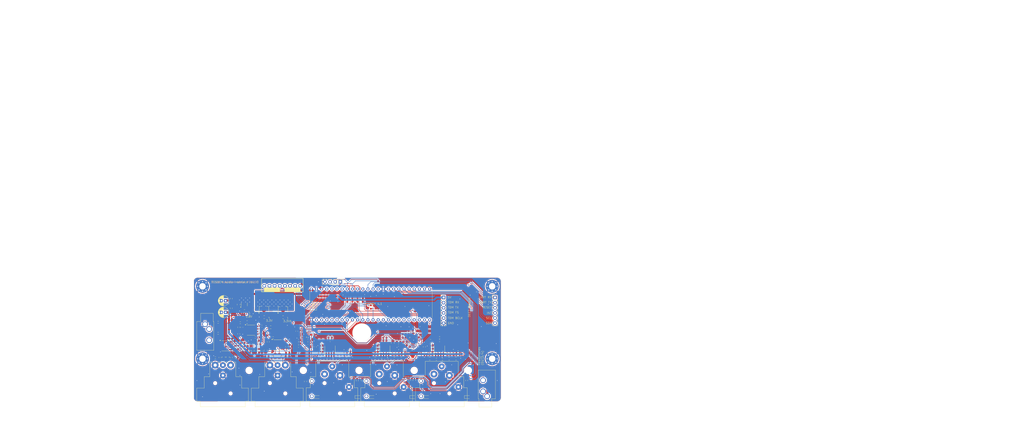
<source format=kicad_pcb>
(kicad_pcb (version 20240108) (generator "pcbnew") (generator_version "8.0")
  (title_block (comment 4 "AISLER Project ID: FDAGRKEP"))
  (layers (0 "F.Cu" signal) (1 "In1.Cu" signal) (2 "In2.Cu" signal) (31 "B.Cu" signal) (34 "B.Paste" user) (35 "F.Paste" user) (36 "B.SilkS" user "B.Silkscreen") (37 "F.SilkS" user "F.Silkscreen") (38 "B.Mask" user) (39 "F.Mask" user) (44 "Edge.Cuts" user))
  (net 0 "")
  (net 1 "GND")
  (net 2 "/I2S2_RX")
  (net 3 "+3.3V")
  (net 4 "/SDA")
  (net 5 "/SCL")
  (net 6 "/I2S1_LRCLK")
  (net 7 "/I2S1_BCLK")
  (net 8 "/I2S1_MCLK")
  (net 9 "/SCL1")
  (net 10 "/SDA1")
  (net 11 "+3.3VA")
  (net 12 "Net-(U2-VAG)")
  (net 13 "Net-(U2-LINEOUT_R)")
  (net 14 "Net-(U2-LINEOUT_L)")
  (net 15 "Net-(U2-LINEIN_R)")
  (net 16 "Net-(U2-LINEIN_L)")
  (net 19 "/I2S1_RX1")
  (net 20 "/I2S1_TX1")
  (net 21 "+1V8")
  (net 22 "/I2S1_RX2")
  (net 23 "/I2S1_TX2")
  (net 26 "/I2S2_FS")
  (net 27 "/DC")
  (net 35 "/ADC1")
  (net 36 "/DAC1")
  (net 37 "/ADC3")
  (net 38 "Net-(U9-LINEIN_R)")
  (net 39 "Net-(U9-LINEIN_L)")
  (net 40 "/ADC2")
  (net 41 "/DAC2")
  (net 42 "/ADC4")
  (net 43 "Net-(U9-LINEOUT_R)")
  (net 44 "Net-(U9-LINEOUT_L)")
  (net 45 "Net-(U9-VAG)")
  (net 46 "/Codec 1/HP_R")
  (net 47 "/Codec 1/HP_GND")
  (net 50 "Net-(U6A--)")
  (net 51 "Net-(U6B--)")
  (net 52 "Net-(U3A--)")
  (net 53 "Net-(U3A-+)")
  (net 54 "Net-(C28-Pad1)")
  (net 55 "Net-(U10A--)")
  (net 56 "Net-(U10B--)")
  (net 57 "Net-(U3B--)")
  (net 58 "/Codec 1/HP_L")
  (net 59 "/Codec 2/HP_R")
  (net 60 "/Codec 2/HP_GND")
  (net 61 "/Codec 2/HP_L")
  (net 62 "/Codec 2/OUT1")
  (net 63 "/Codec 2/OUT2")
  (net 64 "+3V3")
  (net 65 "+5V")
  (net 66 "Net-(J7-PadR)")
  (net 67 "Net-(J7-PadT)")
  (net 68 "/CS_RIGHT")
  (net 69 "/SCK")
  (net 70 "/MOSI")
  (net 71 "/I2S2_TX")
  (net 72 "/I2S2_BCLK")
  (net 73 "/DECT_INT")
  (net 74 "/DECT_RESET")
  (net 76 "+5VA")
  (net 77 "/DECT_RX")
  (net 78 "/DECT_TX")
  (net 80 "Net-(C5-Pad2)")
  (net 81 "Net-(C13-Pad1)")
  (net 82 "Net-(C9-Pad2)")
  (net 83 "Net-(C9-Pad1)")
  (net 84 "Net-(C12-Pad2)")
  (net 85 "Net-(C12-Pad1)")
  (net 86 "Net-(C13-Pad2)")
  (net 87 "Net-(C17-Pad1)")
  (net 88 "Net-(C20-Pad2)")
  (net 89 "Net-(C21-Pad2)")
  (net 90 "Net-(C22-Pad2)")
  (net 91 "Net-(C22-Pad1)")
  (net 92 "Net-(U7A--)")
  (net 93 "Net-(C24-Pad2)")
  (net 94 "Net-(U11B-+)")
  (net 95 "Net-(C25-Pad2)")
  (net 96 "Net-(C28-Pad2)")
  (net 97 "Net-(C29-Pad2)")
  (net 98 "Net-(C36-Pad1)")
  (net 99 "Net-(C44-Pad2)")
  (net 100 "Net-(C46-Pad2)")
  (net 101 "Net-(U11A-+)")
  (net 102 "Net-(C47-Pad1)")
  (net 103 "Net-(U7B-+)")
  (net 104 "Net-(C50-Pad2)")
  (net 105 "Net-(C51-Pad2)")
  (net 106 "Net-(U12B-+)")
  (net 107 "Net-(C52-Pad1)")
  (net 108 "Net-(C53-Pad2)")
  (net 109 "Net-(U12A-+)")
  (net 110 "Net-(C54-Pad2)")
  (net 111 "Net-(C56-Pad1)")
  (net 112 "Net-(C61-Pad1)")
  (net 113 "Net-(C63-Pad2)")
  (net 114 "Net-(C64-Pad2)")
  (net 115 "Net-(C65-Pad2)")
  (net 116 "Net-(C65-Pad1)")
  (net 117 "Net-(C66-Pad1)")
  (net 118 "Net-(C66-Pad2)")
  (net 119 "Net-(C67-Pad2)")
  (net 120 "Net-(C70-Pad1)")
  (net 121 "Net-(J5-Pad3)")
  (net 122 "Net-(J5-Pad2)")
  (net 123 "Net-(J8-Pad2)")
  (net 124 "Net-(J8-Pad3)")
  (net 125 "Net-(U3B-+)")
  (net 126 "Net-(U6A-+)")
  (net 127 "Net-(U6B-+)")
  (net 128 "Net-(U7A-+)")
  (net 129 "Net-(U11B--)")
  (net 130 "Net-(U11A--)")
  (net 131 "Net-(U7B--)")
  (net 132 "Net-(U12B--)")
  (net 133 "Net-(U12A--)")
  (net 134 "Net-(U10A-+)")
  (net 135 "Net-(U10B-+)")
  (net 136 "Net-(D1-K)")
  (net 137 "Net-(D2-K)")
  (net 138 "Net-(D3-K)")
  (net 139 "Net-(D4-K)")
  (net 140 "Net-(D5-K)")
  (net 141 "Net-(D6-K)")
  (net 142 "/LED1")
  (net 143 "/LED3")
  (net 144 "/LED5")
  (net 145 "/LED2")
  (net 146 "/LED4")
  (net 147 "/LED6")
  (net 148 "/RESET")
  (net 149 "/CS_LEFT")
  (net 150 "Net-(C38-Pad1)")
  (net 151 "Net-(J11-Pin_6)")
  (net 152 "Net-(J11-Pin_7)")
  (footprint "Capacitor_SMD:C_0805_2012Metric_Pad1.18x1.45mm_HandSolder" (layer "F.Cu") (at 114.51 108.47 180)
    (property "Reference" "C40" (hide yes))
    (property "Value" "10uF")
  )
  (footprint "Capacitor_SMD:C_0805_2012Metric" (layer "F.Cu") (at 172.9 128.9)
    (property "Reference" "C62" (hide yes))
    (property "Value" "10uF")
  )
  (footprint "Library:Jack_XLR_Neutrik_NC3FAH2-LR-DAE_Horizontal" (layer "F.Cu") (at 169.62 137.23 -90)
    (property "Reference" "J4" (hide yes))
    (property "Value" "NC3FAH1")
  )
  (footprint "Resistor_SMD:R_0603_1608Metric" (layer "F.Cu") (at 161.45 91.6 90)
    (property "Reference" "R72" (hide yes))
    (property "Value" "47")
  )
  (footprint "Resistor_SMD:R_0603_1608Metric_Pad0.98x0.95mm_HandSolder" (layer "F.Cu") (at 146.2 99.9375 90)
    (property "Reference" "R11" (hide yes))
    (property "Value" "1k")
  )
  (footprint "Resistor_SMD:R_0603_1608Metric" (layer "F.Cu") (at 107.15 120.64 -90)
    (property "Reference" "R52" (hide yes))
    (property "Value" "10k")
  )
  (footprint "Resistor_SMD:R_0603_1608Metric" (layer "F.Cu") (at 94.675 121.1 180)
    (property "Reference" "R35" (hide yes))
    (property "Value" "10k")
  )
  (footprint "LED_SMD:LED_0603_1608Metric_Pad1.05x0.95mm_HandSolder" (layer "F.Cu") (at 185.625 147.9)
    (property "Reference" "D3" (hide yes))
    (property "Value" "LED")
  )
  (footprint "Capacitor_SMD:C_0805_2012Metric" (layer "F.Cu") (at 159.95 128.9 180)
    (property "Reference" "C22" (hide yes))
    (property "Value" "10uF")
  )
  (footprint "Resistor_SMD:R_0603_1608Metric_Pad0.98x0.95mm_HandSolder" (layer "F.Cu") (at 153.925 100.0125 90)
    (property "Reference" "R13" (hide yes))
    (property "Value" "1k")
  )
  (footprint "Resistor_SMD:R_0603_1608Metric" (layer "F.Cu") (at 133.5 124.075 180)
    (property "Reference" "R4" (hide yes))
    (property "Value" "22k")
  )
  (footprint "Resistor_SMD:R_0603_1608Metric" (layer "F.Cu") (at 117.83 122.985 90)
    (property "Reference" "R45" (hide yes))
    (property "Value" "10k")
  )
  (footprint "MountingHole:MountingHole_3.2mm_M3_DIN965" (layer "F.Cu") (at 124.5 134.75)
    (property "Reference" "H6" (hide yes))
    (property "Value" "MountingHole")
  )
  (footprint "Resistor_SMD:R_0603_1608Metric" (layer "F.Cu") (at 101.725 120.1 180)
    (property "Reference" "R44" (hide yes))
    (property "Value" "6.81k")
  )
  (footprint "Library:Jack_XLR_Neutrik_NC3FAH2-LR-DAE_Horizontal" (layer "F.Cu") (at 196.62 137.23 -90)
    (property "Reference" "J6" (hide yes))
    (property "Value" "NC3FAH1")
  )
  (footprint "Capacitor_SMD:C_0805_2012Metric" (layer "F.Cu") (at 168.725 121.15 -90)
    (property "Reference" "C29" (hide yes))
    (property "Value" "10uF")
  )
  (footprint "Package_SO:SOIC-8_3.9x4.9mm_P1.27mm" (layer "F.Cu") (at 164.745 124.525 90)
    (property "Reference" "U6" (hide yes))
    (property "Value" "OPA1678")
  )
  (footprint "Resistor_SMD:R_0603_1608Metric_Pad0.98x0.95mm_HandSolder" (layer "F.Cu") (at 151.25 99.95 90)
    (property "Reference" "R14" (hide yes))
    (property "Value" "1k")
  )
  (footprint "Package_TO_SOT_SMD:SOT-23-3" (layer "F.Cu") (at 95.3625 102.175 90)
    (property "Reference" "U5" (hide yes))
    (property "Value" "AP7313-18SAG-7")
  )
  (footprint "Capacitor_THT:CP_Radial_D5.0mm_P2.00mm" (layer "F.Cu") (at 86.15 106.1 180)
    (property "Reference" "C37" (hide yes))
    (property "Value" "120uF")
  )
  (footprint "Resistor_SMD:R_0603_1608Metric" (layer "F.Cu") (at 89 128.4 -90)
    (property "Reference" "R33" (hide yes))
    (property "Value" "47")
  )
  (footprint "MountingHole:MountingHole_3.2mm_M3_Pad_Via" (layer "F.Cu") (at 217.75 129)
    (property "Reference" "H3" (hide yes))
    (property "Value" "MountingHole_Pad")
  )
  (footprint "Capacitor_SMD:C_0603_1608Metric_Pad1.08x0.95mm_HandSolder" (layer "F.Cu") (at 122.1375 121.4)
    (property "Reference" "C10" (hide yes))
    (property "Value" "1uF")
  )
  (footprint "Resistor_SMD:R_0603_1608Metric" (layer "F.Cu") (at 91.275 128.4)
    (property "Reference" "R42" (hide yes))
    (property "Value" "10k")
  )
  (footprint "Capacitor_SMD:C_0603_1608Metric_Pad1.08x0.95mm_HandSolder" (layer "F.Cu") (at 122.75 112.85 180)
    (property "Reference" "C7" (hide yes))
    (property "Value" "100nF")
  )
  (footprint "Capacitor_SMD:C_0805_2012Metric" (layer "F.Cu") (at 87.2 128.2 -90)
    (property "Reference" "C44" (hide yes))
    (property "Value" "22uF")
  )
  (footprint "Resistor_SMD:R_0603_1608Metric_Pad0.98x0.95mm_HandSolder" (layer "F.Cu") (at 178.1 139.6125 90)
    (property "Reference" "R67" (hide yes))
    (property "Value" "1k")
  )
  (footprint "Resistor_SMD:R_0603_1608Metric" (layer "F.Cu") (at 200.875 127.1 180)
    (property "Reference" "R65" (hide yes))
    (property "Value" "22k")
  )
  (footprint "Resistor_SMD:R_0603_1608Metric" (layer "F.Cu") (at 186.75 126.325 -90)
    (property "Reference" "R40" (hide yes))
    (property "Value" "10k")
  )
  (footprint "Resistor_SMD:R_0603_1608Metric_Pad0.98x0.95mm_HandSolder" (layer "F.Cu") (at 205.2 139.7125 90)
    (property "Reference" "R68" (hide yes))
    (property "Value" "1k")
  )
  (footprint "Resistor_SMD:R_0603_1608Metric" (layer "F.Cu") (at 136.225 129.2)
    (property "Reference" "R3" (hide yes))
    (property "Value" "10k")
  )
  (footprint "Capacitor_SMD:C_0603_1608Metric" (layer "F.Cu") (at 100.775 118.4 180)
    (property "Reference" "C50" (hide yes))
    (property "Value" "100pF")
  )
  (footprint "Package_DFN_QFN:QFN-20-1EP_3x3mm_P0.4mm_EP1.65x1.65mm" (layer "F.Cu") (at 124.67 116.87)
    (property "Reference" "U2" (hide yes))
    (property "Value" "SGTL5000XNLA3")
  )
  (footprint "Resistor_SMD:R_0603_1608Metric_Pad0.98x0.95mm_HandSolder" (layer "F.Cu") (at 180.6 139.6125 90)
    (property "Reference" "R19" (hide yes))
    (property "Value" "1k")
  )
  (footprint "Package_SO:SOIC-8_3.9x4.9mm_P1.27mm" (layer "F.Cu") (at 111.825 122.175)
    (property "Reference" "U12" (hide yes))
    (property "Value" "OPA1678")
  )
  (footprint "Resistor_SMD:R_0603_1608Metric" (layer "F.Cu") (at 83.4 128.375 -90)
    (property "Reference" "R34" (hide yes))
    (property "Value" "47")
  )
  (footprint "Resistor_SMD:R_0603_1608Metric" (layer "F.Cu") (at 130.31 123.105 90)
    (property "Reference" "R8" (hide yes))
    (property "Value" "220")
  )
  (footprint "Connector_Audio:Jack_3.5mm_CUI_SJ1-3533NG_Horizontal_CircularHoles" (layer "F.Cu") (at 215.25 147.5 180)
    (property "Reference" "J3" (hide yes))
    (property "Value" "AudioJack3")
  )
  (footprint "Resistor_SMD:R_0603_1608Metric" (layer "F.Cu") (at 171.575 120.65 180)
    (property "Reference" "R25" (hide yes))
    (property "Value" "220")
  )
  (footprint "Resistor_SMD:R_0603_1608Metric_Pad0.98x0.95mm_HandSolder" (layer "F.Cu") (at 151.1 139.8125 90)
    (property "Reference" "R66" (hide yes))
    (property "Value" "1k")
  )
  (footprint "Resistor_SMD:R_0603_1608Metric" (layer "F.Cu") (at 160.5 124.075 180)
    (property "Reference" "R22" (hide yes))
    (property "Value" "22k")
  )
  (footprint "Resistor_SMD:R_0603_1608Metric_Pad0.98x0.95mm_HandSolder" (layer "F.Cu") (at 88.9 104.0875 -90)
    (property "Reference" "R70" (hide yes))
    (property "Value" "3.4")
  )
  (footprint "Capacitor_SMD:C_0603_1608Metric_Pad1.08x0.95mm_HandSolder" (layer "F.Cu") (at 176.55 115.9875 90)
    (property "Reference" "C34" (hide yes))
    (property "Value" "100nF")
  )
  (footprint "Resistor_SMD:R_0603_1608Metric" (layer "F.Cu") (at 109.64 118.62)
    (property "Reference" "R47" (hide yes))
    (property "Value" "10k")
  )
  (footprint "LED_SMD:LED_0603_1608Metric_Pad1.05x0.95mm_HandSolder" (layer "F.Cu") (at 178.725 147.9)
    (property "Reference" "D5" (hide yes))
    (property "Value" "LED")
  )
  (footprint "Capacitor_SMD:C_0805_2012Metric" (layer "F.Cu") (at 142.5 128.9)
    (property "Reference" "C12" (hide yes))
    (property "Value" "10uF")
  )
  (footprint "Resistor_SMD:R_0603_1608Metric" (layer "F.Cu") (at 187.5 124.075 180)
    (property "Reference" "R55" (hide yes))
    (property "Value" "22k")
  )
  (footprint "LED_SMD:LED_0603_1608Metric_Pad1.05x0.95mm_HandSolder" (layer "F.Cu") (at 205.725 147.9)
    (property "Reference" "D6" (hide yes))
    (property "Value" "LED")
  )
  (footprint "Capacitor_SMD:C_0805_2012Metric" (layer "F.Cu") (at 112.65 127.65 -90)
    (property "Reference" "C53" (hide yes))
    (property "Value" "22uF")
  )
  (footprint "Resistor_SMD:R_0603_1608Metric_Pad0.98x0.95mm_HandSolder" (layer "F.Cu") (at 125.6 140.2125 90)
    (property "Reference" "R7" (hide yes))
    (property "Value" "1k")
  )
  (footprint "Capacitor_SMD:C_0603_1608Metric_Pad1.08x0.95mm_HandSolder" (layer "F.Cu") (at 182.4875 118.425)
    (property "Reference" "C31" (hide yes))
    (property "Value" "100nF")
  )
  (footprint "MountingHole:MountingHole_3.2mm_M3_Pad_Via" (layer "F.Cu") (at 74.75 93.25)
    (property "Reference" "H2" (hide yes))
    (property "Value" "MountingHole_Pad")
  )
  (footprint "Capacitor_SMD:C_0603_1608Metric" (layer "F.Cu") (at 117.075 120.2)
    (property "Reference" "C58" (hide yes))
    (property "Value" "100nF")
  )
  (footprint "Capacitor_SMD:C_0805_2012Metric_Pad1.18x1.45mm_HandSolder" (layer "F.Cu") (at 92.5525 102.2425 90)
    (property "Reference" "C41" (hide yes))
    (property "Value" "10uF")
  )
  (footprint "Capacitor_SMD:C_0603_1608Metric_Pad1.08x0.95mm_HandSolder" (layer "F.Cu") (at 121.3 115.4 90)
    (property "Reference" "C3" (hide yes))
    (property "Value" "100nF")
  )
  (footprint "Resistor_SMD:R_0603_1608Metric" (layer "F.Cu") (at 114.4 127.875 -90)
    (property "Reference" "R50" (hide yes))
    (property "Value" "47")
  )
  (footprint "Capacitor_SMD:C_0805_2012Metric" (layer "F.Cu") (at 199.9 128.9)
    (property "Reference" "C71" (hide yes))
    (property "Value" "10uF")
  )
  (footprint "Capacitor_SMD:C_0603_1608Metric" (layer "F.Cu") (at 90.9 123.4 90)
    (property "Reference" "C25" (hide yes))
    (property "Value" "100pF")
  )
  (footprint "Resistor_SMD:R_0603_1608Metric" (layer "F.Cu") (at 94.7 122.7 180)
    (property "Reference" "R30" (hide yes))
    (property "Value" "10k")
  )
  (footprint "Resistor_SMD:R_0603_1608Metric" (layer "F.Cu") (at 81.075 128.5)
    (property "Reference" "R41" (hide yes))
    (property "Value" "10k")
  )
  (footprint "Resistor_SMD:R_0603_1608Metric" (layer "F.Cu") (at 159.75 126.325 -90)
    (property "Reference" "R18" (hide yes))
    (property "Value" "10k")
  )
  (footprint "Capacitor_SMD:C_0603_1608Metric" (layer "F.Cu") (at 116.325 122.975 90)
    (property "Reference" "C51" (hide yes))
    (property "Value" "100pF")
  )
  (footprint "Package_DFN_QFN:QFN-20-1EP_3x3mm_P0.4mm_EP1.65x1.65mm" (layer "F.Cu") (at 178.54 120.04 -90)
    (property "Reference" "U9" (hide yes))
    (property "Value" "SGTL5000XNLA3")
  )
  (footprint "Capacitor_SMD:C_0603_1608Metric_Pad1.08x0.95mm_HandSolder" (layer "F.Cu") (at 129.2875 117.05)
    (property "Reference" "C6" (hide yes))
    (property "Value" "100nF")
  )
  (footprint "Library:Jack_XLR_Neutrik_NC3MAH_Horizontal" (layer "F.Cu") (at 108 132.155)
    (property "Reference" "J8" (hide yes))
    (property "Value" "NC3MAH")
  )
  (footprint "Capacitor_SMD:C_0805_2012Metric" (layer "F.Cu") (at 96.75 110.9)
    (property "Reference" "C36" (hide yes))
    (property "Value" "22uF")
  )
  (footprint "Package_SO:SOIC-8_3.9x4.9mm_P1.27mm" (layer "F.Cu") (at 86.175 122.605)
    (property "Reference" "U11" (hide yes))
    (property "Value" "OPA1678")
  )
  (footprint "Resistor_SMD:R_0603_1608Metric" (layer "F.Cu") (at 157.85 103.45 90)
    (property "Reference" "R71" (hide yes))
    (property "Value" "47")
  )
  (footprint "Resistor_SMD:R_0603_1608Metric" (layer "F.Cu") (at 143.05 126.325 -90)
    (property "Reference" "R9" (hide yes))
    (property "Value" "22k")
  )
  (footprint "Resistor_SMD:R_0603_1608Metric" (layer "F.Cu") (at 101.11 125.02 -90)
    (property "Reference" "R56" (hide yes))
    (property "Value" "22k")
  )
  (footprint "Package_SO:SOIC-8_3.9x4.9mm_P1.27mm" (layer "F.Cu") (at 98.675 114.905)
    (property "Reference" "U7" (hide yes))
    (property "Value" "OPA1678")
  )
  (footprint "MountingHole:MountingHole_3.2mm_M3_DIN965" (layer "F.Cu") (at 206 134.75)
    (property "Reference" "H9" (hide yes))
    (property "Value" "MountingHole")
  )
  (footprint "Library:mta100_01x8_P2.54_647050-8" (layer "F.Cu") (at 105.25 93 90)
    (property "Reference" "J11" (hide yes))
    (property "Value" "Conn_01x08")
  )
  (footprint "Resistor_SMD:R_0603_1608Metric" (layer "F.Cu") (at 106.55 127.95)
    (property "Reference" "R57" (hide yes))
    (property "Value" "10k")
  )
  (footprint "Capacitor_SMD:C_0603_1608Metric" (layer "F.Cu") (at 188.25 126.325 -90)
    (property "Reference" "C63" (hide yes))
    (property "Value" "100pF")
  )
  (footprint "LED_SMD:LED_0603_1608Metric_Pad1.05x0.95mm_HandSolder" (layer "F.Cu") (at 131.625 147.9)
    (property "Reference" "D1" (hide yes))
    (property "Value" "LED")
  )
  (footprint "LED_SMD:LED_0603_1608Metric_Pad1.05x0.95mm_HandSolder" (layer "F.Cu") (at 158.625 147.9)
    (property "Reference" "D2" (hide yes))
    (property "Value" "LED")
  )
  (footprint "Resistor_SMD:R_0603_1608Metric" (layer "F.Cu") (at 191.775 118.575)
    (property "Reference" "R53" (hide yes))
    (property "Value" "22k")
  )
  (footprint "Capacitor_SMD:C_0603_1608Metric_Pad1.08x0.95mm_HandSolder" (layer "F.Cu") (at 126.7375 119.89 180)
    (property "Reference" "C2" (hide yes))
    (property "Value" "1uF")
  )
  (footprint "Capacitor_SMD:C_0603_1608Metric" (layer "F.Cu") (at 171.525 122.375)
    (property "Reference" "C59" (hide yes))
    (property "Value" "33nF")
  )
  (footprint "Connector_PinHeader_2.54mm:PinHeader_1x04_P2.54mm_Vertical" (layer "F.Cu") (at 142.8 91 -90)
    (property "Reference" "J2" (hide yes))
    (property "Value" "I2C")
  )
  (footprint "Resistor_SMD:R_0603_1608Metric_Pad0.98x0.95mm_HandSolder" (layer "F.Cu") (at 82.46 110.94)
    (property "Reference" "R6" (hide yes))
    (property "Value" "10k")
  )
  (footprint "Capacitor_SMD:C_0603_1608Metric" (layer "F.Cu") (at 171.6 126.325 90)
    (property "Reference" "C61" (hide yes))
    (property "Value" "100nF")
  )
  (footprint "Resistor_SMD:R_0603_1608Metric" (layer "F.Cu") (at 173.875 127.1 180)
    (property "Reference" "R39" (hide yes))
    (property "Value" "22k")
  )
  (footprint "Resistor_SMD:R_0603_1608Metric" (layer "F.Cu") (at 92.7 116.725 -90)
    (property "Reference" "R31" (hide yes))
    (property "Value" "22k")
  )
  (footprint "LED_SMD:LED_0603_1608Metric_Pad1.05x0.95mm_HandSolder" (layer "F.Cu") (at 151.675 147.9)
    (property "Reference" "D4" (hide yes))
    (property "Value" "LED")
  )
  (footprint "Capacitor_SMD:C_0603_1608Metric" (layer "F.Cu") (at 104.1 112.9)
    (property "Reference" "C35" (hide yes))
    (property "Value" "100nF")
  )
  (footprint "Resistor_SMD:R_0603_1608Metric" (layer "F.Cu") (at 99.6 125.025 -90)
    (property "Reference" "R36" (hide yes))
    (property "Value" "22k")
  )
  (footprint "Capacitor_SMD:C_0603_1608Metric" (layer "F.Cu") (at 161.25 126.325 -90)
    (property "Reference" "C20" (hide yes))
    (property "Value" "100pF")
  )
  (footprint "Capacitor_SMD:C_0603_1608Metric" (layer "F.Cu") (at 88.625 119.075 180)
    (property "Reference" "C49" (hide yes))
    (property "Value" "100nF")
  )
  (footprint "Capacitor_SMD:C_0805_2012Metric" (layer "F.Cu") (at 132.95 128.9 180)
    (property "Reference" "C9" (hide yes))
    (property "Value" "10uF")
  )
  (footprint "Capacitor_SMD:C_0805_2012Metric_Pad1.18x1.45mm_HandSolder" (layer "F.Cu") (at 105.1925 108.42 180)
    (property "Reference" "C23" (hide yes))
    (property "Value" "10uF")
  )
  (footprint "Resistor_SMD:R_0603_1608Metric" (layer "F.Cu") (at 92.4 123.425 90)
    (property "Reference" "R27" (hide yes))
    (property "Value" "10k")
  )
  (footprint "Resistor_SMD:R_0603_1608Metric" (layer "F.Cu") (at 146.875 127.1 180)
    (property "Reference" "R17" (hide yes))
    (property "Value" "22k")
  )
  (footprint "MountingHole:MountingHole_3.2mm_M3_DIN965" (layer "F.Cu") (at 97.75 134.75)
    (property "Reference" "H5" (hide yes))
    (property "Value" "MountingHole")
  )
  (footprint "Resistor_SMD:R_0603_1608Metric" (layer "F.Cu") (at 116.675 127.9)
    (property "Reference" "R58" (hide yes))
    (property "Value" "10k")
  )
  (footprint "Resistor_SMD:R_0603_1608Metric_Pad0.98x0.95mm_HandSolder" (layer "F.Cu") (at 82.46 116.44)
    (property "Reference" "R28" (hide yes))
    (property "Value" "10k")
  )
  (footprint "Capacitor_SMD:C_0805_2012Metric" (layer "F.Cu") (at 145.9 128.9)
    (property "Reference" "C18" (hide yes))
    (property "Value" "10uF")
  )
  (footprint "Capacitor_SMD:C_0603_1608Metric_Pad1.08x0.95mm_HandSolder" (layer "F.Cu") (at 122.1375 119.9 180)
    (property "Reference" "C15" (hide yes))
    (property "Value" "100nF")
  )
  (footprint "Capacitor_SMD:C_0805_2012Metric" (layer "F.Cu") (at 133.32 120.22 180)
    (property "Reference" "C13" (hide yes))
    (property "Value" "10uF")
  )
  (footprint "Capacitor_SMD:C_0603_1608Metric" (layer "F.Cu") (at 191.775 120.075 180)
    (property "Reference" "C64" (hide yes))
    (property "Value" "100pF")
  )
  (footprint "Capacitor_SMD:C_0805_2012Metric_Pad1.18x1.45mm_HandSolder" (layer "F.Cu") (at 95.4725 105.4425 180)
    (property "Reference" "C42" (hide yes))
    (property "Value" "10uF")
  )
  (footprint "Capacitor_SMD:C_0603_1608Metric" (layer "F.Cu") (at 104.1 125.025 -90)
    (property "Reference" "C56" (hide yes))
    (property "Value" "100nF")
  )
  (footprint "Capacitor_SMD:C_0805_2012Metric_Pad1.18x1.45mm_HandSolder" (layer "F.Cu") (at 110.59 105.56 -90)
    (property "Reference" "C39" (hide yes))
    (property "Value" "10uF")
  )
  (footprint "Resistor_SMD:R_0603_1608Metric" (layer "F.Cu") (at 102.4 121.8 180)
    (property "Reference" "R46" (hide yes))
    (property "Value" "10k")
  )
  (footprint "Capacitor_SMD:C_0603_1608Metric_Pad1.08x0.95mm_HandSolder" (layer "F.Cu") (at 126.7375 121.4)
    (property "Reference" "C1" (hide yes))
    (property "Value" "1uF")
  )
  (footprint "Resistor_SMD:R_0603_1608Metric" (layer "F.Cu") (at 94.7 124.3)
    (property "Reference" "R32" (hide yes))
    (property "Value" "22k")
  )
  (footprint "Capacitor_SMD:C_0603_1608Metric" (layer "F.Cu") (at 160.5 122.575 180)
    (property "Reference" "C60" (hide yes))
    (property "Value" "100nF")
  )
  (footprint "Resistor_SMD:R_0603_1608Metric" (layer "F.Cu") (at 146.9 125.6)
    (property "Reference" "R16" (hide yes))
    (property "Value" "22k")
  )
  (footprint "Capacitor_SMD:C_0805_2012Metric" (layer "F.Cu") (at 108.4 113.4)
    (property "Reference" "C52" (hide yes))
    (property "Value" "22uF")
  )
  (footprint "MountingHole:MountingHole_3.2mm_M3_DIN965" (layer "F.Cu") (at 152 134.75)
    (property "Reference" "H7" (hide yes))
    (property "Value" "MountingHole")
  )
  (footprint "Capacitor_SMD:C_0805_2012Metric" (layer "F.Cu") (at 196.5 128.9)
    (property "Reference" "C66" (hide yes))
    (property "Value" "10uF")
  )
  (footprint "Library:Jack_XLR_Neutrik_NC3FAH2-LR-DAE_Horizontal" (layer "F.Cu") (at 142.62 137.23 -90)
    (property "Reference" "J1" (hide yes))
    (property "Value" "NC3FAH1")
  )
  (footprint "Resistor_SMD:R_0603_1608Metric" (layer "F.Cu") (at 190.225 129.2)
    (property "Reference" "R54" (hide yes))
    (property "Value" "10k")
  )
  (footprint "Resistor_SMD:R_0603_1608Metric" (layer "F.Cu") (at 163.225 129.2)
    (property "Reference" "R21" (hide yes))
    (property "Value" "10k")
  )
  (footprint "Resistor_SMD:R_0603_1608Metric" (layer "F.Cu") (at 197.05 126.325 -90)
    (property "Reference" "R62" (hide yes))
    (property "Value" "22k")
  )
  (footprint "Resistor_SMD:R_0603_1608Metric" (layer "F.Cu") (at 168.55 126.325 90)
    (property "Reference" "R37" (hide yes))
    (property "Value" "22k")
  )
  (footprint "Library:Jack_XLR_Neutrik_NC3MAH_Horizontal" (layer "F.Cu") (at 81 132.155)
    (property "Reference" "J5" (hide yes))
    (property "Value" "NC3MAH")
  )
  (footprint "Capacitor_SMD:C_0603_1608Metric_Pad1.08x0.95mm_HandSolder" (layer "F.Cu") (at 178.55 115.8125 90)
    (property "Reference" "C4" (hide yes))
    (property "Value" "100nF")
  )
  (footprint "Capacitor_SMD:C_0805_2012Metric" (layer "F.Cu") (at 186.95 128.9 180)
    (property "Reference" "C65" (hide yes))
    (property "Value" "10uF")
  )
  (footprint "MountingHole:MountingHole_3.2mm_M3_Pad_Via" (layer "F.Cu") (at 217.75 93.25)
    (property "Reference" "H1" (hide yes))
    (property "Value" "MountingHole_Pad")
  )
  (footprint "Capacitor_SMD:C_0603_1608Metric" (layer "F.Cu") (at 144.6 126.325 90)
    (property "Reference" "C17" (hide yes))
    (property "Value" "100nF")
  )
  (footprint "Capacitor_SMD:C_0805_2012Metric_Pad1.18x1.45mm_HandSolder" (layer "F.Cu") (at 101.325 105.7375 -90)
    (property "Reference" "C19" (hide yes))
    (property "Value" "10uF")
  )
  (footprint "Capacitor_SMD:C_0805_2012Metric" (layer "F.Cu") (at 110.65 127.65 -90)
    (property "Reference" "C54" (hide yes))
    (property "Value" "22uF")
  )
  (footprint "Resistor_SMD:R_0603_1608Metric" (layer "F.Cu") (at 102.63 125.01 90)
    (property "Reference" "R61" (hide yes))
    (property "Value" "22k")
  )
  (footprint "MountingHole:MountingHole_3.2mm_M3_DIN965" (layer "F.Cu") (at 179.25 134.75)
    (property "Reference" "H8" (hide yes))
    (property "Value" "MountingHole")
  )
  (footprint "Capacitor_SMD:C_0603_1608Metric" (layer "F.Cu") (at 164.775 120.075 180)
    (property "Reference" "C21" (hide yes))
    (property "Value" "100pF")
  )
  (footprint "Capacitor_SMD:C_0603_1608Metric_Pad1.08x0.95mm_HandSolder" (layer "F.Cu") (at 175.05 117.6875 -90)
    (property "Reference" "C32" (hide yes))
    (property "Value" "1uF")
  )
  (footprint "Capacitor_SMD:C_0805_2012Metric" (layer "F.Cu") (at 187.32 120.22 180)
    (property "Reference" "C67" (hide yes))
    (property "Value" "10uF")
  )
  (footprint "Connector_Audio:Jack_3.5mm_CUI_SJ1-3533NG_Horizontal_CircularHoles" (layer "F.Cu") (at 76.01 111.95)
    (property "Reference" "J7" (hide yes))
    (property "Value" "Stereo Line-in")
  )
  (footprint "Resistor_SMD:R_0603_1608Metric" (layer "F.Cu") (at 170.05 126.325 -90)
    (property "Reference" "R26" (hide yes))
    (property "Value" "22k")
  )
  (footprint "Capacitor_SMD:C_0603_1608Metric" (layer "F.Cu") (at 187.5 122.575 180)
    (property "Reference" "C69" (hide yes))
    (property "Value" "100nF")
  )
  (footprint "Resistor_SMD:R_0603_1608Metric" (layer "F.Cu") (at 164.775 118.575)
    (property "Reference" "R20" (hide yes))
    (property "Value" "22k")
  )
  (footprint "Resistor_SMD:R_0603_1608Metric" (layer "F.Cu") (at 139.2 129.2 180)
    (property "Reference" "R5" (hide yes))
    (property "Value" "10k")
  )
  (footprint "Capacitor_SMD:C_0805_2012Metric" (layer "F.Cu") (at 85.2 128.2 -90)
    (property "Reference" "C46" (hide yes))
    (property "Value" "22uF")
  )
  (footprint "Package_SO:SOIC-8_3.9x4.9mm_P1.27mm" (layer "F.Cu") (at 137.745 124.525 90)
    (property "Reference" "U3" (hide yes))
    (property "Value" "OPA1678")
  )
  (footprint "Capacitor_SMD:C_0603_1608Metric_Pad1.08x0.95mm_HandSolder" (layer "F.Cu") (at 173.55 117.6875 90)
    (property "Reference" "C33" (hide yes))
    (property "Value" "1uF")
  )
  (footprint "Library:DectModule" (layer "F.Cu") (at 193.75 98.75)
    (property "Reference" "J10" (hide yes))
    (property "Value" "DECT" (hide yes))
  )
  (footprint "Capacitor_THT:CP_Radial_D5.0mm_P2.00mm" (layer "F.Cu") (at 86.15 100.35 180)
    (property "Reference" "C38" (hide yes))
    (property "Value" "120uF")
  )
  (footprint "Capacitor_SMD:C_0603_1608Metric_Pad1.08x0.95mm_HandSolder" (layer "F.Cu") (at 175.55 121.4625 -90)
    (property "Reference" "C26" (hide yes))
    (property "Value" "1uF")
  )
  (footprint "Resistor_SMD:R_0603_1608Metric" (layer "F.Cu") (at 92.7 113.475 90)
    (property "Reference" "R23" (hide yes))
    (property "Value" "6.81k")
  )
  (footprint "Resistor_SMD:R_0603_1608Metric" (layer "F.Cu") (at 200.9 125.6)
    (property "Reference" "R64" (hide yes))
    (property "Value" "22k")
  )
  (footprint "Package_TO_SOT_SMD:SOT-89-3" (layer "F.Cu") (at 114.5 104.625 90)
    (property "Reference" "U8" (hide yes))
    (property "Value" "MCP1700x-330xxMB")
  )
  (footprint "Resistor_SMD:R_0603_1608Metric" (layer "F.Cu") (at 193.2 129.2 180)
    (property "Reference" "R59" (hide yes))
    (property "Value" "10k")
  )
  (footprint "Capacitor_SMD:C_0603_1608Metric" (layer "F.Cu") (at 97 121.975 90)
    (property "Reference" "C47" (hide yes))
    (property "Value" "100nF")
  )
  (footprint "Capacitor_SMD:C_0603_1608Metric_Pad1.08x0.95mm_HandSolder" (layer "F.Cu") (at 177.05 123.9 -90)
    (property "Reference" "C30" (hide yes))
    (property "Value" "100nF")
  )
  (footprint "Resistor_SMD:R_0603_1608Metric" (layer "F.Cu") (at 166.2 129.2 180)
    (property "Reference" "R24" (hide yes))
    (property "Value" "10k")
  )
  (footprint "Capacitor_SMD:C_0805_2012Metric" (layer "F.Cu") (at 169.5 128.9)
    (property "Reference" "C28" (hide yes))
    (property "Value" "10uF")
  )
  (footprint "Resistor_SMD:R_0603_1608Metric" (layer "F.Cu") (at 141.55 126.325 90)
    (property "Reference" "R10" (hide yes))
    (property "Value" "22k")
  )
  (footprint "Capacitor_SMD:C_0603_1608Metric" (layer "F.Cu") (at 94.2 113.475 90)
    (property "Reference" "C24" (hide yes))
    (property "Value" "100pF")
  )
  (footprint "Capacitor_SMD:C_0603_1608Metric" (layer "F.Cu") (at 184.3 126.105 90)
    (property "Reference" "C68" (hide yes))
    (property "Value" "33nF")
  )
  (footprint "Resistor_SMD:R_0603_1608Metric" (layer "F.Cu") (at 93.4 111.2 180)
    (property "Reference" "R29" (hide yes))
    (property "Value" "10k")
  )
  (footprint "Resistor_SMD:R_0603_1608Metric" (layer "F.Cu") (at 116.8 126.1)
    (property "Reference" "R49" (hide yes))
    (property "Value" "22k")
  )
  (footprint "Capacitor_SMD:C_0805_2012Metric" (layer "F.Cu") (at 98.8 121.75 90)
    (property "Reference" "C48" (hide yes))
    (property "Value" "10uF")
  )
  (footprint "Resistor_SMD:R_0603_1608Metric" (layer "F.Cu") (at 132.75 126.325 -90)
    (property "Reference" "R1" (hide yes))
    (property "Value" "10k")
  )
  (footprint "Capacitor_SMD:C_0603_1608Metric" (layer "F.Cu") (at 133.5 122.575 180)
    (property "Reference" "C16" (hide yes))
    (property "Value" "100nF")
  )
  (footprint "Resistor_SMD:R_0603_1608Metric" (layer "F.Cu") (at 195.55 126.325 90)
    (property "Reference" "R63" (hide yes))
    (property "Value" "22k")
  )
  (footprint "Resistor_SMD:R_0603_1608Metric_Pad0.98x0.95mm_HandSolder" (layer "F.Cu") (at 88.9 99.3 -90)
    (property "Reference" "R69" (hide yes))
    (property "Value" "3.4")
  )
  (footprint "Capacitor_SMD:C_0603_1608Metric" (layer "F.Cu") (at 130.3 126.105 90)
    (property "Reference" "C14" (hide yes))
    (property "Value" "33nF")
  )
  (footprint "Resistor_SMD:R_0603_1608Metric" (layer "F.Cu") (at 137.775 118.575)
    (property "Reference" "R2" (hide yes))
    (property "Value" "22k")
  )
  (footprint "Capacitor_SMD:C_0603_1608Metric_Pad1.08x0.95mm_HandSolder" (layer "F.Cu") (at 174 121.4875 -90)
    (property "Reference" "C27" (hide yes))
    (property "Value" "1uF")
  )
  (footprint "Package_SO:SOIC-8_3.9x4.9mm_P1.27mm" (layer "F.Cu") (at 191.745 124.525 90)
    (property "Reference" "U10" (hide yes))
    (property "Value" "OPA1678")
  )
  (footprint "Resistor_SMD:R_0603_1608Metric" (layer "F.Cu") (at 173.9 125.6)
    (property "Reference" "R38" (hide yes))
    (property "Value" "22k")
  )
  (footprint "Capacitor_SMD:C_0603_1608Metric" (layer "F.Cu") (at 137.775 120.075 180)
    (property "Reference" "C8" (hide yes))
    (property "Value" "100pF")
  )
  (footprint "Resistor_SMD:R_0603_1608Metric" (layer "F.Cu") (at 98.1 125.025 90)
    (property "Reference" "R43" (hide yes))
    (property "Value" "22k")
  )
  (footprint "Resistor_SMD:R_0603_1608Metric_Pad0.98x0.95mm_HandSolder" (layer "F.Cu") (at 148.75 99.9 90)
    (property "Reference" "R12" (hide yes))
    (property "Value" "1k")
  )
  (footprint "MountingHole:MountingHole_3.2mm_M3_Pad_Via" (layer "F.Cu") (at 74.75 129)
    (property "Reference" "H4" (hide yes))
    (property "Value" "MountingHole_Pad")
  )
  (footprint "Resistor_SMD:R_0603_1608Metric" (layer "F.Cu") (at 103.58 116.475 -90)
    (property "Reference" "R48" (hide yes))
    (property "Value" "22k")
  )
  (footprint "Resistor_SMD:R_0603_1608Metric" (layer "F.Cu") (at 108.85 127.875 -90)
    (property "Reference" "R51" (hide yes))
    (property "Value" "47")
  )
  (footprint "Resistor_SMD:R_0603_1608Metric" (layer "F.Cu") (at 184.31 123.105 90)
    (property "Reference" "R60" (hide yes))
    (property "Value" "220")
  )
  (footprint "Package_TO_SOT_SMD:SOT-89-3" (layer "F.Cu") (at 105.05 104.55 90)
    (property "Reference" "U1" (hide yes))
    (property "Value" "MCP1700x-330xxMB")
  )
  (footprint "Resistor_SMD:R_0603_1608Metric_Pad0.98x0.95mm_HandSolder" (layer "F.Cu") (at 153.6 139.8125 90)
    (property "Reference" "R15" (hide yes))
    (property "Value" "1k")
  )
  (footprint "Library:Teensy41" (layer "F.Cu") (at 136.08 102.18 90)
    (property "Reference" "U4" (hide yes))
    (property "Value" "~")
  )
  (footprint "Capacitor_SMD:C_0603_1608Metric" (layer "F.Cu") (at 134.25 126.325 -90)
    (property "Reference" "C5" (hide yes))
    (property "Value" "100pF")
  )
  (footprint "Capacitor_SMD:C_0805_2012Metric" (layer "F.Cu") (at 105.9 124.85 -90)
    (property "Reference" "C57" (hide yes))
    (property "Value" "10uF")
  )
  (footprint "Capacitor_SMD:C_0603_1608Metric_Pad1.08x0.95mm_HandSolder" (layer "F.Cu") (at 122.1375 122.9 180)
    (property "Reference" "C11" (hide yes))
    (property "Value" "1uF")
  )
  (footprint "Capacitor_SMD:C_0603_1608Metric" (layer "F.Cu") (at 198.6 126.325 90)
    (property "Reference" "C70" (hide yes))
    (property "Value" "100nF")
  )
  (gr_line (start 116.75 108.5) (end 116.5 108.5) (stroke (width 0.1)) (layer "F.SilkS"))
  (gr_line (start 98 107.25) (end 98 106.25) (stroke (width 0.1)) (layer "F.SilkS"))
  (gr_line (start 127.7 105.1) (end 127.7 108.7) (stroke (width 0.1)) (layer "F.SilkS"))
  (gr_line (start 98 106.25) (end 97.5 105.75) (stroke (width 0.1)) (layer "F.SilkS"))
  (gr_line (start 107.75 109.25) (end 107.75 108.5) (stroke (width 0.1)) (layer "F.SilkS"))
  (gr_rect (start 127.7 100.7) (end 131.1 105.1) (stroke (width 0.1)) (fill none) (layer "F.SilkS"))
  (gr_line (start 107.75 108.5) (end 107.25 108.5) (stroke (width 0.1)) (layer "F.SilkS"))
  (gr_line (start 188.2 108.7) (end 188.2 95.6) (stroke (width 0.1)) (layer "F.SilkS"))
  (gr_line (start 116.75 109.5) (end 116.75 108.5) (stroke (width 0.1)) (layer "F.SilkS"))
  (gr_line (start 127.7 100.7) (end 127.7 95.4) (stroke (width 0.1)) (layer "F.SilkS"))
  (gr_line (start 222.25 90.75) (end 222.25 148.25) (stroke (width 0.05)) (layer "Edge.Cuts"))
  (gr_line (start 70.25 148.25) (end 70.25 90.75) (stroke (width 0.05)) (layer "Edge.Cuts"))
  (gr_line (start 72.25 88.75) (end 220.25 88.75) (stroke (width 0.05)) (layer "Edge.Cuts"))
  (gr_arc (start 70.25 90.75) (mid 70.835786 89.335786) (end 72.25 88.75) (stroke (width 0.05)) (layer "Edge.Cuts"))
  (gr_arc (start 220.25 88.75) (mid 221.664214 89.335786) (end 222.25 90.75) (stroke (width 0.05)) (layer "Edge.Cuts"))
  (gr_line (start 220.25 150.25) (end 72.25 150.25) (stroke (width 0.05)) (layer "Edge.Cuts"))
  (gr_circle (center 153.4 116.2) (end 157.8 116.2) (stroke (width 0.05)) (fill none) (layer "Edge.Cuts"))
  (gr_arc (start 72.25 150.25) (mid 70.835786 149.664214) (end 70.25 148.25) (stroke (width 0.05)) (layer "Edge.Cuts"))
  (gr_arc (start 222.25 148.25) (mid 221.664214 149.664214) (end 220.25 150.25) (stroke (width 0.05)) (layer "Edge.Cuts"))
  (gr_text "FOSDEM Audio Interface rev. C" (at 102.5 91.75 0) (layer "B.SilkS") (effects (font (size 1 1) (thickness 0.1)) (justify left bottom mirror)))
  (gr_text "3.3VA" (at 114.5 111 0) (layer "F.SilkS") (effects (font (size 1 1) (thickness 0.1)) (justify left bottom)))
  (gr_text "RESET" (at 217.5 104.25 0) (layer "F.SilkS") (effects (font (size 1 1) (thickness 0.1)) (justify right bottom)))
  (gr_text "UART TX" (at 217.5 101.75 0) (layer "F.SilkS") (effects (font (size 1 1) (thickness 0.1)) (justify right bottom)))
  (gr_text "DECT Module" (at 207 108.5 90) (layer "F.SilkS") (effects (font (size 1 1) (thickness 0.1)) (justify left bottom)))
  (gr_text "SDA" (at 217.5 112 0) (layer "F.SilkS") (effects (font (size 1 1) (thickness 0.1)) (justify right bottom)))
  (gr_text "1.8V" (at 96 108.75 0) (layer "F.SilkS") (effects (font (size 1 1) (thickness 0.1)) (justify left bottom)))
  (gr_text "TDM FS" (at 195.75 106.75 0) (layer "F.SilkS") (effects (font (size 1 1) (thickness 0.1)) (justify left bottom)))
  (gr_text "GND" (at 195.75 112 0) (layer "F.SilkS") (effects (font (size 1 1) (thickness 0.1)) (justify left bottom)))
  (gr_text "INT" (at 217.5 107 0) (layer "F.SilkS") (effects (font (size 1 1) (thickness 0.1)) (justify right bottom)))
  (gr_text "5V" (at 195.75 99.25 0) (layer "F.SilkS") (effects (font (size 1 1) (thickness 0.1)) (justify left bottom)))
  (gr_text "UART RX" (at 217.5 99.25 0) (layer "F.SilkS") (effects (font (size 1 1) (thickness 0.1)) (justify right bottom)))
  (gr_text "3.3V" (at 106 110.75 0) (layer "F.SilkS") (effects (font (size 1 1) (thickness 0.1)) (justify left bottom)))
  (gr_text "TDM TX" (at 195.75 104.25 0) (layer "F.SilkS") (effects (font (size 1 1) (thickness 0.1)) (justify left bottom)))
  (gr_text "USB" (at 130 104.5 90) (layer "F.SilkS") (effects (font (size 1 1) (thickness 0.1)) (justify left bottom)))
  (gr_text "TDM RX" (at 195.75 101.75 0) (layer "F.SilkS") (effects (font (size 1 1) (thickness 0.1)) (justify left bottom)))
  (gr_text "FOSDEM Audio Interface rev. C" (at 79 91.75 0) (layer "F.SilkS") (effects (font (size 1 1) (thickness 0.1)) (justify left bottom)))
  (gr_text "SCL" (at 217.5 109.5 0) (layer "F.SilkS") (effects (font (size 1 1) (thickness 0.1)) (justify right bottom)))
  (gr_text "TDM BCLK" (at 195.75 109.5 0) (layer "F.SilkS") (effects (font (size 1 1) (thickness 0.1)) (justify left bottom)))
  (gr_text "Headphones\n(OUT3/4)" (at 213.5 132.25 90) (layer "F.SilkS") (effects (font (size 1 1) (thickness 0.1)) (justify left bottom)))
  (segment (start 101.325 106.775) (end 103.275 106.775) (width 0.3) (layer "F.Cu") (net 1))
  (segment (start 203.25 128) (end 202.45 128.8) (width 0.25) (layer "F.Cu") (net 1))
  (segment (start 139.15 128.425) (end 139.65 127.925) (width 0.3) (layer "F.Cu") (net 1))
  (segment (start 158.575 123.025) (end 158.575 126.925) (width 0.2) (layer "F.Cu") (net 1))
  (segment (start 110.59 106.5975) (end 112.9775 106.5975) (width 0.3) (layer "F.Cu") (net 1))
  (segment (start 102.75 108.2) (end 101.325 106.775) (width 0.3) (layer "F.Cu") (net 1))
  (segment (start 117.85 119.45) (end 117.7 119.3) (width 0.3) (layer "F.Cu") (net 1))
  (segment (start 113.4725 107.0475) (end 113 106.575) (width 0.3) (layer "F.Cu") (net 1))
  (segment (start 158.575 126.925) (end 157.3 128.2) (width 0.2) (layer "F.Cu") (net 1))
  (segment (start 139.65 127) (end 139.65 125.7) (width 0.3) (layer "F.Cu") (net 1))
  (segment (start 175.1 127.5) (end 174.7 127.1) (width 0.2) (layer "F.Cu") (net 1))
  (segment (start 175.1 128.9) (end 175.1 127.5) (width 0.2) (layer "F.Cu") (net 1))
  (segment (start 104.155 108.42) (end 104.155 107.825) (width 0.3) (layer "F.Cu") (net 1))
  (segment (start 104.155 107.825) (end 103.55 107.22) (width 0.3) (layer "F.Cu") (net 1))
  (segment (start 201.7 127.1) (end 202.35 127.1) (width 0.25) (layer "F.Cu") (net 1))
  (segment (start 97.4 120.2) (end 97.4 120.8) (width 0.3) (layer "F.Cu") (net 1))
  (segment (start 121.8875 113.3875) (end 122.75 114.25) (width 0.2) (layer "F.Cu") (net 1))
  (segment (start 103.55 107.22) (end 103.55 106.5) (width 0.3) (layer "F.Cu") (net 1))
  (segment (start 113.4725 108.47) (end 113.4725 107.0475) (width 0.3) (layer "F.Cu") (net 1))
  (segment (start 178.55 113.9) (end 178.55 114.95) (width 0.2) (layer "F.Cu") (net 1))
  (segment (start 193.036674 128.235095) (end 193.65 127.621769) (width 0.3) (layer "F.Cu") (net 1))
  (segment (start 102.75 108.38) (end 102.75 108.2) (width 0.3) (layer "F.Cu") (net 1))
  (segment (start 193.65 127.621769) (end 193.65 127) (width 0.3) (layer "F.Cu") (net 1))
  (segment (start 166.013688 128.263247) (end 166.125 128.374559) (width 0.3) (layer "F.Cu") (net 1))
  (segment (start 139.65 127.925) (end 139.65 127) (width 0.3) (layer "F.Cu") (net 1))
  (segment (start 166.65 127.626935) (end 166.65 127) (width 0.3) (layer "F.Cu") (net 1))
  (segment (start 166.013688 128.263247) (end 166.65 127.626935) (width 0.3) (layer "F.Cu") (net 1))
  (segment (start 97.4 120.8) (end 97 121.2) (width 0.3) (layer "F.Cu") (net 1))
  (segment (start 103.275 106.775) (end 103.55 106.5) (width 0.3) (layer "F.Cu") (net 1))
  (segment (start 158.675 122.925) (end 158.575 123.025) (width 0.2) (layer "F.Cu") (net 1))
  (segment (start 202.35 127.1) (end 203.25 128) (width 0.25) (layer "F.Cu") (net 1))
  (segment (start 117.85 120.2) (end 117.85 119.45) (width 0.3) (layer "F.Cu") (net 1))
  (segment (start 202.45 128.8) (end 202.2 128.8) (width 0.25) (layer "F.Cu") (net 1))
  (segment (start 112.9775 106.5975) (end 113 106.575) (width 0.3) (layer "F.Cu") (net 1))
  (segment (start 193.4 125.325) (end 193.65 125.575) (width 0.3) (layer "F.Cu") (net 1))
  (segment (start 121.8875 112.85) (end 121.8875 113.3875) (width 0.2) (layer "F.Cu") (net 1))
  (segment (start 139.65 125.7) (end 139.225 125.275) (width 0.3) (layer "F.Cu") (net 1))
  (segment (start 166.125 128.374559) (end 166.125 129.975) (width 0.3) (layer "F.Cu") (net 1))
  (segment (start 193.65 125.575) (end 193.65 127) (width 0.3) (layer "F.Cu") (net 1))
  (via (at 94 99) (size 0.6) (drill 0.3) (layers "F.Cu" "B.Cu") (net 1))
  (via (at 83.6 125.6) (size 0.6) (drill 0.3) (layers "F.Cu" "B.Cu") (net 1))
  (via (at 93.25 137.25) (size 0.6) (drill 0.3) (layers "F.Cu" "B.Cu") (net 1))
  (via (at 157.75 98.225) (size 0.6) (drill 0.3) (layers "F.Cu" "B.Cu") (net 1))
  (via (at 156.5 141.75) (size 0.6) (drill 0.3) (layers "F.Cu" "B.Cu") (net 1))
  (via (at 181.45 123.125) (size 0.6) (drill 0.3) (layers "F.Cu" "B.Cu") (net 1))
  (via (at 98 101) (size 0.6) (drill 0.3) (layers "F.Cu" "B.Cu") (net 1))
  (via (at 93.08 105.39) (size 0.6) (drill 0.3) (layers "F.Cu" "B.Cu") (net 1))
  (via (at 132 91) (size 0.6) (drill 0.3) (layers "F.Cu" "B.Cu") (net 1))
  (via (at 185.7 122.7) (size 0.6) (drill 0.3) (layers "F.Cu" "B.Cu") (net 1))
  (via (at 172.7 113.2) (size 0.6) (drill 0.3) (layers "F.Cu" "B.Cu") (net 1))
  (via (at 204.6 129.3) (size 0.6) (drill 0.3) (layers "F.Cu" "B.Cu") (net 1))
  (via (at 94 101) (size 0.6) (drill 0.3) (layers "F.Cu" "B.Cu") (net 1))
  (via (at 206.9 97.6) (size 0.6) (drill 0.3) (layers "F.Cu" "B.Cu") (net 1))
  (via (at 144.1 97.5) (size 0.6) (drill 0.3) (layers "F.Cu" "B.Cu") (net 1))
  (via (at 95 100) (size 0.6) (drill 0.3) (layers "F.Cu" "B.Cu") (net 1))
  (via (at 155.875 124.9) (size 0.6) (drill 0.3) (layers "F.Cu" "B.Cu") (net 1))
  (via (at 183.5 141.75) (size 0.6) (drill 0.3) (layers "F.Cu" "B.Cu") (net 1))
  (via (at 98 99) (size 0.6) (drill 0.3) (layers "F.Cu" "B.Cu") (net 1))
  (via (at 120.25 113.3) (size 0.6) (drill 0.3) (layers "F.Cu" "B.Cu") (net 1))
  (via (at 148.8 128.2) (size 0.6) (drill 0.3) (layers "F.Cu" "B.Cu") (net 1))
  (via (at 178.975 119.85) (size 0.6) (drill 0.3) (layers "F.Cu" "B.Cu") (net 1))
  (via (at 130.3 128.1) (size 0.6) (drill 0.3) (layers "F.Cu" "B.Cu") (net 1))
  (via (at 170.75 132) (size 0.6) (drill 0.3) (layers "F.Cu" "B.Cu") (net 1))
  (via (at 157.3 128.2) (size 0.6) (drill 0.3) (layers "F.Cu" "B.Cu") (net 1))
  (via (at 103 136.75) (size 0.6) (drill 0.3) (layers "F.Cu" "B.Cu") (net 1))
  (via (at 201.8 99.5) (size 0.6) (drill 0.3) (layers "F.Cu" "B.Cu") (net 1))
  (via (at 154 136.5) (size 0.6) (drill 0.3) (layers "F.Cu" "B.Cu") (net 1))
  (via (at 141.6 100.9) (size 0.6) (drill 0.3) (layers "F.Cu" "B.Cu") (net 1))
  (via (at 131.7 122.5) (size 0.6) (drill 0.3) (layers "F.Cu" "B.Cu") (net 1))
  (via (at 94.6 116.9) (size 0.6) (drill 0.3) (layers "F.Cu" "B.Cu") (net 1))
  (via (at 219.75 121.5) (size 0.6) (drill 0.3) (layers "F.Cu" "B.Cu") (net 1))
  (via (at 192 146.2) (size 0.6) (drill 0.3) (layers "F.Cu" "B.Cu") (net 1))
  (via (at 124.75 116.85) (size 0.6) (drill 0.3) (layers "F.Cu" "B.Cu") (net 1))
  (via (at 116.65 112.5) (size 0.6) (drill 0.3) (layers "F.Cu" "B.Cu") (net 1))
  (via (at 158.675 122.925) (size 0.6) (drill 0.3) (layers "F.Cu" "B.Cu") (net 1))
  (via (at 134.1 107.1) (size 0.6) (drill 0.3) (layers "F.Cu" "B.Cu") (net 1))
  (via (at 160.5 146.5) (size 0.6) (drill 0.3) (layers "F.Cu" "B.Cu") (net 1))
  (via (at 182.125 113.1) (size 0.6) (drill 0.3) (layers "F.Cu" "B.Cu") (net 1))
  (via (at 154.8 97.3) (size 0.6) (drill 0.3) (layers "F.Cu" "B.Cu") (net 1))
  (via (at 178.55 113.9) (size 0.6) (drill 0.3) (layers "F.Cu" "B.Cu") (net 1))
  (via (at 102.75 108.38) (size 0.6) (drill 0.3) (layers "F.Cu" "B.Cu") (net 1))
  (via (at 105.25 145) (size 0.6) (drill 0.3) (layers "F.Cu" "B.Cu") (net 1))
  (via (at 105.9 118.6) (size 0.6) (drill 0.3) (layers "F.Cu" "B.Cu") (net 1))
  (via (at 160.275 131.95) (size 0.6) (drill 0.3) (layers "F.Cu" "B.Cu") (net 1))
  (via (at 126.925 118.6) (size 0.6) (drill 0.3) (layers "F.Cu" "B.Cu") (net 1))
  (via (at 170.75 123.4) (size 0.6) (drill 0.3) (layers "F.Cu" "B.Cu") (net 1))
  (via (at 187.4 146.2) (size 0.6) (drill 0.3) (layers "F.Cu" "B.Cu") (net 1))
  (via (at 96 101) (size 0.6) (drill 0.3) (layers "F.Cu" "B.Cu") (net 1))
  (via (at 175.1 128.9) (size 0.6) (drill 0.3) (layers "F.Cu" "B.Cu") (net 1))
  (via (at 139.15 128.425) (size 0.6) (drill 0.3) (layers "F.Cu" "B.Cu") (net 1))
  (via (at 96.6 127.2) (size 0.6) (drill 0.3) (layers "F.Cu" "B.Cu") (net 1))
  (via (at 184.225 120.825) (size 0.6) (drill 0.3) (layers "F.Cu" "B.Cu") (net 1))
  (via (at 166.2 103.2) (size 0.6) (drill 0.3) (layers "F.Cu" "B.Cu") (net 1))
  (via (at 77.75 136.5) (size 0.6) (drill 0.3) (layers "F.Cu" "B.Cu") (net 1))
  (via (at 164 97.1) (size 0.6) (drill 0.3) (layers "F.Cu" "B.Cu") (net 1))
  (via (at 74.75 147.75) (size 0.6) (drill 0.3) (layers "F.Cu" "B.Cu") (net 1))
  (via (at 101.075 109.95) (size 0.6) (drill 0.3) (layers "F.Cu" "B.Cu") (net 1))
  (via (at 208.4 132.1) (size 0.6) (drill 0.3) (layers "F.Cu" "B.Cu") (net 1))
  (via (at 127 147) (size 0.6) (drill 0.3) (layers "F.Cu" "B.Cu") (net 1))
  (via (at 99.73 106.78) (size 0.6) (drill 0.3) (layers "F.Cu" "B.Cu") (net 1))
  (via (at 178.2 124.725) (size 0.6) (drill 0.3) (layers "F.Cu" "B.Cu") (net 1))
  (via (at 72 139.75) (size 0.6) (drill 0.3) (layers "F.Cu" "B.Cu") (net 1))
  (via (at 200.7 112.2) (size 0.6) (drill 0.3) (layers "F.Cu" "B.Cu") (net 1))
  (via (at 198.6 124.4) (size 0.6) (drill 0.3) (layers "F.Cu" "B.Cu") (net 1))
  (via (at 144.6 124.5) (size 0.6) (drill 0.3) (layers "F.Cu" "B.Cu") (net 1))
  (via (at 157.525 131.775) (size 0.6) (drill 0.3) (layers "F.Cu" "B.Cu") (net 1))
  (via (at 93.25 142) (size 0.6) (drill 0.3) (layers "F.Cu" "B.Cu") (net 1))
  (via (at 210 96) (size 0.6) (drill 0.3) (layers "F.Cu" "B.Cu") (net 1))
  (via (at 143.75 132) (size 0.6) (drill 0.3) (layers "F.Cu" "B.Cu") (net 1))
  (via (at 128.25 135.75) (size 0.6) (drill 0.3) (layers "F.Cu" "B.Cu") (net 1))
  (via (at 97 100) (size 0.6) (drill 0.3) (layers "F.Cu" "B.Cu") (net 1))
  (via (at 139.225 125.275) (size 0.6) (drill 0.3) (layers "F.Cu" "B.Cu") (net 1))
  (via (at 93.1 128.4) (size 0.6) (drill 0.3) (layers "F.Cu" "B.Cu") (net 1))
  (via (at 165.4 112.7) (size 0.6) (drill 0.3) (layers "F.Cu" "B.Cu") (net 1))
  (via (at 184.3 128.2) (size 0.6) (drill 0.3) (layers "F.Cu" "B.Cu") (net 1))
  (via (at 103.3 128) (size 0.6) (drill 0.3) (layers "F.Cu" "B.Cu") (net 1))
  (via (at 166.013688 128.263247) (size 0.6) (drill 0.3) (layers "F.Cu" "B.Cu") (net 1))
  (via (at 176.75 113.25) (size 0.6) (drill 0.3) (layers "F.Cu" "B.Cu") (net 1))
  (via (at 94.75 107.9) (size 0.6) (drill 0.3) (layers "F.Cu" "B.Cu") (net 1))
  (via (at 215.8 102.2) (size 0.6) (drill 0.3) (layers "F.Cu" "B.Cu") (net 1))
  (via (at 169.5 98.4) (size 0.6) (drill 0.3) (layers "F.Cu" "B.Cu") (net 1))
  (via (at 174.7 103.2) (size 0.6) (drill 0.3) (layers "F.Cu" "B.Cu") (net 1))
  (via (at 197.75 132) (size 0.6) (drill 0.3) (layers "F.Cu" "B.Cu") (net 1))
  (via (at 121.35 118.8) (size 0.6) (drill 0.3) (layers "F.Cu" "B.Cu") (net 1))
  (via (at 93 100) (size 0.6) (drill 0.3) (layers "F.Cu" "B.Cu") (net 1))
  (via (at 212.4 113.1) (size 0.6) (drill 0.3) (layers "F.Cu" "B.Cu") (net 1))
  (via (at 137.85 100.475) (size 0.6) (drill 0.3) (layers "F.Cu" "B.Cu") (net 1))
  (via (at 143.6 111.9) (size 0.6) (drill 0.3) (layers "F.Cu" "B.Cu") (net 1))
  (via (at 186.5 102.8) (size 0.6) (drill 0.3) (layers "F.Cu" "B.Cu") (net 1))
  (via (at 171.02 116.52) (size 0.6) (drill 0.3) (layers "F.Cu" "B.Cu") (net 1))
  (via (at 129.5 141.75) (size 0.6) (drill 0.3) (layers "F.Cu" "B.Cu") (net 1))
  (via (at 183.075 117.35) (size 0.6) (drill 0.3) (layers "F.Cu" "B.Cu") (net 1))
  (via (at 104.2 119.9) (size 0.6) (drill 0.3) (layers "F.Cu" "B.Cu") (net 1))
  (via (at 194.7 140.4) (size 0.6) (drill 0.3) (layers "F.Cu" "B.Cu") (net 1))
  (via (at 129.85 120.2) (size 0.6) (drill 0.3) (layers "F.Cu" "B.Cu") (net 1))
  (via (at 202.2 128.8) (size 0.6) (drill 0.3) (layers "F.Cu" "B.Cu") (net 1))
  (via (at 107.8 124.1) (size 0.6) (drill 0.3) (layers "F.Cu" "B.Cu") (net 1))
  (via (at 131.65 116.875) (size 0.6) (drill 0.3) (layers "F.Cu" "B.Cu") (net 1))
  (via (at 117.7 119.3) (size 0.6) (drill 0.3) (layers "F.Cu" "B.Cu") (net 1))
  (via (at 92.725 133.65) (size 0.6) (drill 0.3) (layers "F.Cu" "B.Cu") (net 1))
  (via (at 202 141) (size 0.6) (drill 0.3) (layers "F.Cu" "B.Cu") (net 1))
  (via (at 97.4 120.2) (size 0.6) (drill 0.3) (layers "F.Cu" "B.Cu") (net 1))
  (via (at 160.525 97.775) (size 0.6) (drill 0.3) (layers "F.Cu" "B.Cu") (net 1))
  (via (at 193.036674 128.235095) (size 0.6) (drill 0.3) (layers "F.Cu" "B.Cu") (net 1))
  (via (at 139.5 140.9) (size 0.6) (drill 0.3) (layers "F.Cu" "B.Cu") (net 1))
  (via (at 135 112) (size 0.6) (drill 0.3) (layers "F.Cu" "B.Cu") (net 1))
  (via (at 106.1 112.7) (size 0.6) (drill 0.3) (layers "F.Cu" "B.Cu") (net 1))
  (via (at 220.25 139.75) (size 0.6) (drill 0.3) (layers "F.Cu" "B.Cu") (net 1))
  (via (at 147.6 105.4) (size 0.6) (drill 0.3) (layers "F.Cu" "B.Cu") (net 1))
  (via (at 205.9 121.2) (size 0.6) (drill 0.3) (layers "F.Cu" "B.Cu") (net 1))
  (via (at 154 147) (size 0.6) (drill 0.3) (layers "F.Cu" "B.Cu") (net 1))
  (via (at 96 99) (size 0.6) (drill 0.3) (layers "F.Cu" "B.Cu") (net 1))
  (via (at 193.4 125.325) (size 0.6) (drill 0.3) (layers "F.Cu" "B.Cu") (net 1))
  (via (at 166 140.25) (size 0.6) (drill 0.3) (layers "F.Cu" "B.Cu") (net 1))
  (via (at 118.5 128.1) (size 0.6) (drill 0.3) (layers "F.Cu" "B.Cu") (net 1))
  (via (at 98.8 119.7) (size 0.6) (drill 0.3) (layers "F.Cu" "B.Cu") (net 1))
  (via (at 119 135.5) (size 0.6) (drill 0.3) (layers "F.Cu" "B.Cu") (net 1))
  (via (at 181 147) (size 0.6) (drill 0.3) (layers "F.Cu" "B.Cu") (net 1))
  (via (at 80.25 127.5) (size 0.6) (drill 0.3) (layers "F.Cu" "B.Cu") (net 1))
  (via (at 122.75 114.25) (size 0.6) (drill 0.3) (layers "F.Cu" "B.Cu") (net 1))
  (via (at 171.6 124.5) (size 0.6) (drill 0.3) (layers "F.Cu" "B.Cu") (net 1))
  (segment (start 193.75 101.29) (end 191.65 101.29) (width 0.2) (layer "F.Cu") (net 2))
  (segment (start 146.45 106.55) (end 146.25 106.35) (width 0.2) (layer "F.Cu") (net 2))
  (segment (start 186.39 106.55) (end 146.45 106.55) (width 0.2) (layer "F.Cu") (net 2))
  (segment (start 191.65 101.29) (end 186.39 106.55) (width 0.2) (layer "F.Cu") (net 2))
  (via (at 146.25 106.35) (size 0.6) (drill 0.3) (layers "F.Cu" "B.Cu") (net 2))
  (segment (start 143.7 108.9) (end 143.7 109.8) (width 0.2) (layer "B.Cu") (net 2))
  (segment (start 146.25 106.35) (end 143.7 108.9) (width 0.2) (layer "B.Cu") (net 2))
  (segment (start 177.025 128.3) (end 176.225 127.5) (width 0.3) (layer "F.Cu") (net 3))
  (segment (start 177.525 123.0375) (end 177.05 123.0375) (width 0.2) (layer "F.Cu") (net 3))
  (segment (start 89.94 108.6) (end 89.98 108.64) (width 0.3) (layer "F.Cu") (net 3))
  (segment (start 89.98 108.64) (end 93.82 108.64) (width 0.3) (layer "F.Cu") (net 3))
  (segment (start 102.62 109.75) (end 104.9 109.75) (width 0.3) (layer "F.Cu") (net 3))
  (segment (start 89.94 108.6) (end 89.94 108.44) (width 0.3) (layer "F.Cu") (net 3))
  (segment (start 93.82 108.64) (end 101.51 108.64) (width 0.3) (layer "F.Cu") (net 3))
  (segment (start 92.1 106.92) (end 93.82 108.64) (width 0.3) (layer "F.Cu") (net 3))
  (segment (start 92.5525 103.28) (end 92.1 103.7325) (width 0.3) (layer "F.Cu") (net 3))
  (segment (start 101.51 108.64) (end 102.62 109.75) (width 0.3) (layer "F.Cu") (net 3))
  (segment (start 176.225 127.5) (end 176.225 123.8625) (width 0.3) (layer "F.Cu") (net 3))
  (segment (start 178.14 121.49) (end 178.14 122.4225) (width 0.2) (layer "F.Cu") (net 3))
  (segment (start 106.55 106.5) (end 106.55 108.1) (width 0.3) (layer "F.Cu") (net 3))
  (segment (start 176.225 123.8625) (end 177.05 123.0375) (width 0.3) (layer "F.Cu") (net 3))
  (segment (start 106.55 108.1) (end 106.23 108.42) (width 0.3) (layer "F.Cu") (net 3))
  (segment (start 128.525 129.15) (end 128.525 124.425) (width 0.3) (layer "F.Cu") (net 3))
  (segment (start 128.525 124.425) (end 128.525 124.4) (width 0.3) (layer "F.Cu") (net 3))
  (segment (start 177.05 123.0375) (end 177.0375 123.0375) (width 0.2) (layer "F.Cu") (net 3))
  (segment (start 128.55 117.175) (end 128.425 117.05) (width 0.3) (layer "F.Cu") (net 3))
  (segment (start 126.12 117.27) (end 128.205 117.27) (width 0.2) (layer "F.Cu") (net 3))
  (segment (start 128.205 117.27) (end 128.425 117.05) (width 0.2) (layer "F.Cu") (net 3))
  (segment (start 94.38 103.28) (end 94.4125 103.3125) (width 0.3) (layer "F.Cu") (net 3))
  (segment (start 92.5525 103.28) (end 94.38 103.28) (width 0.3) (layer "F.Cu") (net 3))
  (segment (start 128.55 118.125) (end 128.55 117.175) (width 0.3) (layer "F.Cu") (net 3))
  (segment (start 177.05 123.0375) (end 176.9875 123.0375) (width 0.2) (layer "F.Cu") (net 3))
  (segment (start 92.1 103.7325) (end 92.1 106.92) (width 0.3) (layer "F.Cu") (net 3))
  (segment (start 104.9 109.75) (end 106.23 108.42) (width 0.3) (layer "F.Cu") (net 3))
  (segment (start 178.14 122.4225) (end 177.525 123.0375) (width 0.2) (layer "F.Cu") (net 3))
  (segment (start 128.525 124.4) (end 128.5 124.375) (width 0.3) (layer "F.Cu") (net 3))
  (via (at 128.55 118.125) (size 0.6) (drill 0.3) (layers "F.Cu" "B.Cu") (net 3))
  (via (at 89.94 108.6) (size 0.6) (drill 0.3) (layers "F.Cu" "B.Cu") (net 3))
  (via (at 177.025 128.3) (size 0.6) (drill 0.3) (layers "F.Cu" "B.Cu") (net 3))
  (via (at 128.525 129.15) (size 0.6) (drill 0.3) (layers "F.Cu" "B.Cu") (net 3))
  (via (at 128.5 124.375) (size 0.6) (drill 0.3) (layers "F.Cu" "B.Cu") (net 3))
  (segment (start 128.55 129.15) (end 128.525 129.15) (width 0.3) (layer "B.Cu") (net 3))
  (segment (start 86.8 118.45) (end 86.8 111.7) (width 0.3) (layer "B.Cu") (net 3))
  (segment (start 127.9 129.15) (end 128.55 129.15) (width 0.3) (layer "B.Cu") (net 3))
  (segment (start 118.43 129.605) (end 97.955 129.605) (width 0.3) (layer "B.Cu") (net 3))
  (segment (start 97.955 129.605) (end 86.8 118.45) (width 0.3) (layer "B.Cu") (net 3))
  (segment (start 86.8 111.7) (end 89.9 108.6) (width 0.3) (layer "B.Cu") (net 3))
  (segment (start 89.9 108.6) (end 89.94 108.6) (width 0.3) (layer "B.Cu") (net 3))
  (segment (start 128.5 118.175) (end 128.55 118.125) (width 0.3) (layer "B.Cu") (net 3))
  (segment (start 126.9 130.15) (end 127.9 129.15) (width 0.3) (layer "B.Cu") (net 3))
  (segment (start 118.975 130.15) (end 118.43 129.605) (width 0.3) (layer "B.Cu") (net 3))
  (segment (start 128.575 130.15) (end 126.9 130.15) (width 0.3) (layer "B.Cu") (net 3))
  (segment (start 128.5 124.375) (end 128.5 118.175) (width 0.3) (layer "B.Cu") (net 3))
  (segment (start 175.175 130.15) (end 128.575 130.15) (width 0.3) (layer "B.Cu") (net 3))
  (segment (start 177.025 128.3) (end 175.175 130.15) (width 0.3) (layer "B.Cu") (net 3))
  (segment (start 126.9 130.15) (end 118.975 130.15) (width 0.3) (layer "B.Cu") (net 3))
  (segment (start 124.67 114.489314) (end 125.175 113.984314) (width 0.2) (layer "F.Cu") (net 4))
  (segment (start 144.1 106.025) (end 147.625 102.5) (width 0.2) (layer "F.Cu") (net 4))
  (segment (start 137.06 106.025) (end 142.325 106.025) (width 0.2) (layer "F.Cu") (net 4))
  (segment (start 147.625 100.1125) (end 148.75 98.9875) (width 0.2) (layer "F.Cu") (net 4))
  (segment (start 142.325 106.025) (end 144.1 106.025) (width 0.2) (layer "F.Cu") (net 4))
  (segment (start 128.656895 106.025) (end 137.06 106.025) (width 0.2) (layer "F.Cu") (net 4))
  (segment (start 125.175 109.506895) (end 128.656895 106.025) (width 0.2) (layer "F.Cu") (net 4))
  (segment (start 124.67 115.42) (end 124.67 114.489314) (width 0.2) (layer "F.Cu") (net 4))
  (segment (start 148 92) (end 147 92) (width 0.2) (layer "F.Cu") (net 4))
  (segment (start 148.75 94.59) (end 148.78 94.56) (width 0.2) (layer "F.Cu") (net 4))
  (segment (start 147.625 102.5) (end 147.625 100.1125) (width 0.2) (layer "F.Cu") (net 4))
  (segment (start 147 92) (end 145 92) (width 0.2) (layer "F.Cu") (net 4))
  (segment (start 148.75 98.9875) (end 148.75 94.59) (width 0.2) (layer "F.Cu") (net 4))
  (segment (start 125.175 113.984314) (end 125.175 109.506895) (width 0.2) (layer "F.Cu") (net 4))
  (via (at 145 92) (size 0.6) (drill 0.3) (layers "F.Cu" "B.Cu") (net 4))
  (via (at 148 92) (size 0.6) (drill 0.3) (layers "F.Cu" "B.Cu") (net 4))
  (segment (start 150.2 90.6) (end 207.1 90.6) (width 0.2) (layer "B.Cu") (net 4))
  (segment (start 144.85 92.15) (end 138.87 92.15) (width 0.2) (layer "B.Cu") (net 4))
  (segment (start 148.78 92.02) (end 150.2 90.6) (width 0.2) (layer "B.Cu") (net 4))
  (segment (start 218.57 110.87) (end 219.15 111.45) (width 0.2) (layer "B.Cu") (net 4))
  (segment (start 211.75 107.5) (end 215.12 110.87) (width 0.2) (layer "B.Cu") (net 4))
  (segment (start 148.78 92.02) (end 148.02 92.02) (width 0.2) (layer "B.Cu") (net 4))
  (segment (start 145 92) (end 144.85 92.15) (width 0.2) (layer "B.Cu") (net 4))
  (segment (start 207.1 90.6) (end 211.75 95.25) (width 0.2) (layer "B.Cu") (net 4))
  (segment (start 148.78 94.56) (end 148.78 92.02) (width 0.2) (layer "B.Cu") (net 4))
  (segment (start 138.87 92.15) (end 137.72 91) (width 0.2) (layer "B.Cu") (net 4))
  (segment (start 215.12 110.87) (end 218.57 110.87) (width 0.2) (layer "B.Cu") (net 4))
  (segment (start 148.02 92.02) (end 148 92) (width 0.2) (layer "B.Cu") (net 4))
  (segment (start 211.75 95.25) (end 211.75 107.5) (width 0.2) (layer "B.Cu") (net 4))
  (segment (start 124.27 115.42) (end 124.27 114.323628) (width 0.2) (layer "F.Cu") (net 5))
  (segment (start 124.775 113.818628) (end 124.775 109.325) (width 0.2) (layer "F.Cu") (net 5))
  (segment (start 128.7 105.4) (end 142.475 105.4) (width 0.2) (layer "F.Cu") (net 5))
  (segment (start 146.2 94.6) (end 146.24 94.56) (width 0.2) (layer "F.Cu") (net 5))
  (segment (start 146.2 99.025) (end 146.2 94.6) (width 0.2) (layer "F.Cu") (net 5))
  (segment (start 124.775 109.325) (end 128.7 105.4) (width 0.2) (layer "F.Cu") (net 5))
  (segment (start 124.27 114.323628) (end 124.775 113.818628) (width 0.2) (layer "F.Cu") (net 5))
  (segment (start 145.2 102.675) (end 145.2 100.025) (width 0.2) (layer "F.Cu") (net 5))
  (segment (start 145.2 100.025) (end 146.2 99.025) (width 0.2) (layer "F.Cu") (net 5))
  (segment (start 142.475 105.4) (end 145.2 102.675) (width 0.2) (layer "F.Cu") (net 5))
  (segment (start 207.5 90) (end 212.5 95) (width 0.2) (layer "B.Cu") (net 5))
  (segment (start 144.85 89.85) (end 141.41 89.85) (width 0.2) (layer "B.Cu") (net 5))
  (segment (start 146.24 91.24) (end 144.85 89.85) (width 0.2) (layer "B.Cu") (net 5))
  (segment (start 213.83 108.33) (end 218.57 108.33) (width 0.2) (layer "B.Cu") (net 5))
  (segment (start 148.2 90) (end 207.5 90) (width 0.2) (layer "B.Cu") (net 5))
  (segment (start 146.24 91.96) (end 146.24 91.24) (width 0.2) (layer "B.Cu") (net 5))
  (segment (start 212.5 107) (end 213.83 108.33) (width 0.2) (layer "B.Cu") (net 5))
  (segment (start 141.41 89.85) (end 140.26 91) (width 0.2) (layer "B.Cu") (net 5))
  (segment (start 218.57 108.33) (end 219.15 108.91) (width 0.2) (layer "B.Cu") (net 5))
  (segment (start 212.5 95) (end 212.5 107) (width 0.2) (layer "B.Cu") (net 5))
  (segment (start 146.24 94.56) (end 146.24 91.96) (width 0.2) (layer "B.Cu") (net 5))
  (segment (start 146.24 91.96) (end 148.2 90) (width 0.2) (layer "B.Cu") (net 5))
  (segment (start 178.94044 122.666911) (end 178.94 122.666471) (width 0.2) (layer "F.Cu") (net 6))
  (segment (start 178.94 122.666471) (end 178.94 121.49) (width 0.2) (layer "F.Cu") (net 6))
  (segment (start 178.94044 123.802907) (end 178.94044 122.666911) (width 0.2) (layer "F.Cu") (net 6))
  (segment (start 126.12 116.47) (end 126.738971 116.47) (width 0.2) (layer "F.Cu") (net 6))
  (segment (start 126.738971 116.47) (end 127.220212 115.988759) (width 0.2) (layer "F.Cu") (net 6))
  (segment (start 127.220212 115.988759) (end 127.9875 115.988759) (width 0.2) (layer "F.Cu") (net 6))
  (via (at 178.94044 123.802907) (size 0.6) (drill 0.3) (layers "F.Cu" "B.Cu") (net 6))
  (via (at 127.9875 115.988759) (size 0.6) (drill 0.3) (layers "F.Cu" "B.Cu") (net 6))
  (segment (start 127.15 106.8) (end 137.45 96.5) (width 0.2) (layer "B.Cu") (net 6))
  (segment (start 178.94044 123.391911) (end 178.448529 122.9) (width 0.2) (layer "B.Cu") (net 6))
  (segment (start 127.908111 115.90937) (end 127.908111 113.008111) (width 0.2) (layer "B.Cu") (net 6))
  (segment (start 150.575 122.6) (end 146 118.025) (width 0.2) (layer "B.Cu") (net 6))
  (segment (start 127.908111 113.008111) (end 127.15 112.25) (width 0.2) (layer "B.Cu") (net 6))
  (segment (start 178.448529 122.9) (end 177.275 122.9) (width 0.2) (layer "B.Cu") (net 6))
  (segment (start 129.49023 115.988759) (end 127.9875 115.988759) (width 0.2) (layer "B.Cu") (net 6))
  (segment (start 160.15 119.35) (end 156.9 122.6) (width 0.2) (layer "B.Cu") (net 6))
  (segment (start 156.9 122.6) (end 150.575 122.6) (width 0.2) (layer "B.Cu") (net 6))
  (segment (start 178.94044 123.802907) (end 178.94044 123.391911) (width 0.2) (layer "B.Cu") (net 6))
  (segment (start 173.725 119.35) (end 160.15 119.35) (width 0.2) (layer "B.Cu") (net 6))
  (segment (start 137.45 96.5) (end 141.76 96.5) (width 0.2) (layer "B.Cu") (net 6))
  (segment (start 127.9875 115.988759) (end 127.908111 115.90937) (width 0.2) (layer "B.Cu") (net 6))
  (segment (start 177.275 122.9) (end 173.725 119.35) (width 0.2) (layer "B.Cu") (net 6))
  (segment (start 127.15 112.25) (end 127.15 106.8) (width 0.2) (layer "B.Cu") (net 6))
  (segment (start 131.526471 118.025) (end 129.49023 115.988759) (width 0.2) (layer "B.Cu") (net 6))
  (segment (start 146 118.025) (end 131.526471 118.025) (width 0.2) (layer "B.Cu") (net 6))
  (segment (start 141.76 96.5) (end 143.7 94.56) (width 0.2) (layer "B.Cu") (net 6))
  (segment (start 126.12 116.07) (end 126.290442 116.07) (width 0.2) (layer "F.Cu") (net 7))
  (segment (start 179.630007 122.855007) (end 179.34 122.565) (width 0.2) (layer "F.Cu") (net 7))
  (segment (start 127.122899 115.573971) (end 127.308111 115.388759) (width 0.2) (layer "F.Cu") (net 7))
  (segment (start 127.308111 115.388759) (end 132.288759 115.388759) (width 0.2) (layer "F.Cu") (net 7))
  (segment (start 126.786471 115.573971) (end 127.122899 115.573971) (width 0.2) (layer "F.Cu") (net 7))
  (segment (start 126.290442 116.07) (end 126.786471 115.573971) (width 0.2) (layer "F.Cu") (net 7))
  (segment (start 179.630007 123.397319) (end 179.630007 122.855007) (width 0.2) (layer "F.Cu") (net 7))
  (segment (start 179.34 122.565) (end 179.34 121.49) (width 0.2) (layer "F.Cu") (net 7))
  (segment (start 132.288759 115.388759) (end 132.325 115.425) (width 0.2) (layer "F.Cu") (net 7))
  (via (at 127.308111 115.388759) (size 0.6) (drill 0.3) (layers "F.Cu" "B.Cu") (net 7))
  (via (at 179.630007 123.397319) (size 0.6) (drill 0.3) (layers "F.Cu" "B.Cu") (net 7))
  (via (at 132.325 115.425) (size 0.6) (drill 0.3) (layers "F.Cu" "B.Cu") (net 7))
  (segment (start 136.525 95.9) (end 139.82 95.9) (width 0.2) (layer "B.Cu") (net 7))
  (segment (start 178.732688 122.5) (end 177.675 122.5) (width 0.2) (layer "B.Cu") (net 7))
  (segment (start 150.8 121.8) (end 144.425 115.425) (width 0.2) (layer "B.Cu") (net 7))
  (segment (start 159.775 118.525) (end 156.5 121.8) (width 0.2) (layer "B.Cu") (net 7))
  (segment (start 139.82 95.9) (end 141.16 94.56) (width 0.2) (layer "B.Cu") (net 7))
  (segment (start 179.630007 123.397319) (end 178.732688 122.5) (width 0.2) (layer "B.Cu") (net 7))
  (segment (start 127.308111 115.388759) (end 127.308111 113.308111) (width 0.2) (layer "B.Cu") (net 7))
  (segment (start 127.308111 113.308111) (end 126.575 112.575) (width 0.2) (layer "B.Cu") (net 7))
  (segment (start 173.7 118.525) (end 159.775 118.525) (width 0.2) (layer "B.Cu") (net 7))
  (segment (start 126.575 112.575) (end 126.575 105.85) (width 0.2) (layer "B.Cu") (net 7))
  (segment (start 144.425 115.425) (end 132.325 115.425) (width 0.2) (layer "B.Cu") (net 7))
  (segment (start 126.575 105.85) (end 136.525 95.9) (width 0.2) (layer "B.Cu") (net 7))
  (segment (start 156.5 121.8) (end 150.8 121.8) (width 0.2) (layer "B.Cu") (net 7))
  (segment (start 177.675 122.5) (end 173.7 118.525) (width 0.2) (layer "B.Cu") (net 7))
  (segment (start 178.54 123.16) (end 178.54 121.49) (width 0.2) (layer "F.Cu") (net 8))
  (segment (start 178.2 123.5) (end 178.54 123.16) (width 0.2) (layer "F.Cu") (net 8))
  (segment (start 127.1875 116.87) (end 127.3875 116.67) (width 0.2) (layer "F.Cu") (net 8))
  (segment (start 126.12 116.87) (end 127.1875 116.87) (width 0.2) (layer "F.Cu") (net 8))
  (via (at 178.2 123.5) (size 0.6) (drill 0.3) (layers "F.Cu" "B.Cu") (net 8))
  (via (at 127.3875 116.67) (size 0.6) (drill 0.3) (layers "F.Cu" "B.Cu") (net 8))
  (segment (start 173.55 120.05) (end 160.5 120.05) (width 0.2) (layer "B.Cu") (net 8))
  (segment (start 126.675 115.9575) (end 126.675 113.240686) (width 0.2) (layer "B.Cu") (net 8))
  (segment (start 129.518529 116.67) (end 127.3875 116.67) (width 0.2) (layer "B.Cu") (net 8))
  (segment (start 178.2 123.5) (end 177 123.5) (width 0.2) (layer "B.Cu") (net 8))
  (segment (start 126.175 104.465) (end 136.08 94.56) (width 0.2) (layer "B.Cu") (net 8))
  (segment (start 177 123.5) (end 173.55 120.05) (width 0.2) (layer "B.Cu") (net 8))
  (segment (start 157.175 123.375) (end 150.375 123.375) (width 0.2) (layer "B.Cu") (net 8))
  (segment (start 126.675 113.240686) (end 126.175 112.740685) (width 0.2) (layer "B.Cu") (net 8))
  (segment (start 126.175 112.740685) (end 126.175 104.465) (width 0.2) (layer "B.Cu") (net 8))
  (segment (start 150.375 123.375) (end 145.75 118.75) (width 0.2) (layer "B.Cu") (net 8))
  (segment (start 131.598529 118.75) (end 129.518529 116.67) (width 0.2) (layer "B.Cu") (net 8))
  (segment (start 127.3875 116.67) (end 126.675 115.9575) (width 0.2) (layer "B.Cu") (net 8))
  (segment (start 145.75 118.75) (end 131.598529 118.75) (width 0.2) (layer "B.Cu") (net 8))
  (segment (start 160.5 120.05) (end 157.175 123.375) (width 0.2) (layer "B.Cu") (net 8))
  (segment (start 154.7 104.5) (end 155.4 105.2) (width 0.2) (layer "F.Cu") (net 9))
  (segment (start 153.925 94.625) (end 153.86 94.56) (width 0.2) (layer "F.Cu") (net 9))
  (segment (start 182.165 119.64) (end 182.225 119.7) (width 0.2) (layer "F.Cu") (net 9))
  (segment (start 153.925 99.1) (end 154.7 99.875) (width 0.2) (layer "F.Cu") (net 9))
  (segment (start 153.925 99.1) (end 153.925 94.625) (width 0.2) (layer "F.Cu") (net 9))
  (segment (start 154.7 99.875) (end 154.7 104.5) (width 0.2) (layer "F.Cu") (net 9))
  (segment (start 178.38 105.2) (end 178.58 105) (width 0.2) (layer "F.Cu") (net 9))
  (segment (start 179.99 119.64) (end 182.165 119.64) (width 0.2) (layer "F.Cu") (net 9))
  (segment (start 155.4 105.2) (end 178.38 105.2) (width 0.2) (layer "F.Cu") (net 9))
  (via (at 182.225 119.7) (size 0.6) (drill 0.3) (layers "F.Cu" "B.Cu") (net 9))
  (via (at 178.58 105) (size 0.6) (drill 0.3) (layers "F.Cu" "B.Cu") (net 9))
  (segment (start 182.225 115.725) (end 180.53 114.03) (width 0.2) (layer "B.Cu") (net 9))
  (segment (start 180.53 106.95) (end 178.58 105) (width 0.2) (layer "B.Cu") (net 9))
  (segment (start 182.225 119.7) (end 182.225 115.725) (width 0.2) (layer "B.Cu") (net 9))
  (segment (start 180.53 114.03) (end 180.53 106.95) (width 0.2) (layer "B.Cu") (net 9))
  (segment (start 181.457621 120.04) (end 181.787199 120.369578) (width 0.2) (layer "F.Cu") (net 10))
  (segment (start 177.4 105.6) (end 177.6 105.8) (width 0.2) (layer "F.Cu") (net 10))
  (segment (start 152.025 99.8125) (end 152.025 104.825) (width 0.2) (layer "F.Cu") (net 10))
  (segment (start 151.25 99.0375) (end 152.025 99.8125) (width 0.2) (layer "F.Cu") (net 10))
  (segment (start 151.25 94.63) (end 151.32 94.56) (width 0.2) (layer "F.Cu") (net 10))
  (segment (start 152.025 104.825) (end 152.8 105.6) (width 0.2) (layer "F.Cu") (net 10))
  (segment (start 151.25 99.0375) (end 151.25 94.63) (width 0.2) (layer "F.Cu") (net 10))
  (segment (start 152.8 105.6) (end 177.4 105.6) (width 0.2) (layer "F.Cu") (net 10))
  (segment (start 179.99 120.04) (end 181.457621 120.04) (width 0.2) (layer "F.Cu") (net 10))
  (via (at 181.787199 120.369578) (size 0.6) (drill 0.3) (layers "F.Cu" "B.Cu") (net 10))
  (via (at 177.6 105.8) (size 0.6) (drill 0.3) (layers "F.Cu" "B.Cu") (net 10))
  (segment (start 178.06 110.94) (end 179.76 112.64) (width 0.2) (layer "B.Cu") (net 10))
  (segment (start 179.76 112.64) (end 179.76 114.82) (width 0.2) (layer "B.Cu") (net 10))
  (segment (start 181.625 120.207379) (end 181.787199 120.369578) (width 0.2) (layer "B.Cu") (net 10))
  (segment (start 179.76 114.82) (end 181.625 116.685) (width 0.2) (layer "B.Cu") (net 10))
  (segment (start 178.06 106.06) (end 178.06 110.94) (width 0.2) (layer "B.Cu") (net 10))
  (segment (start 177.6 105.6) (end 178.06 106.06) (width 0.2) (layer "B.Cu") (net 10))
  (segment (start 181.625 116.685) (end 181.625 120.207379) (width 0.2) (layer "B.Cu") (net 10))
  (segment (start 116 108.0175) (end 115.5475 108.47) (width 0.3) (layer "F.Cu") (net 11))
  (segment (start 161.24 115.76) (end 155.75 121.25) (width 0.3) (layer "F.Cu") (net 11))
  (segment (start 145.325 115.575) (end 145.325 115.225) (width 0.3) (layer "F.Cu") (net 11))
  (segment (start 116 106.575) (end 116 108.0175) (width 0.3) (layer "F.Cu") (net 11))
  (segment (start 126.575 113.125) (end 126.075 113.625) (width 0.3) (layer "F.Cu") (net 11))
  (segment (start 178.54 117.0225) (end 178.55 117.0125) (width 0.2) (layer "F.Cu") (net 11))
  (segment (start 178.785 116.44) (end 178.55 116.675) (width 0.3) (layer "F.Cu") (net 11))
  (segment (start 123.22 116.87) (end 121.9075 116.87) (width 0.2) (layer "F.Cu") (net 11))
  (segment (start 155.75 121.25) (end 151 121.25) (width 0.3) (layer "F.Cu") (net 11))
  (segment (start 179.4 116.44) (end 178.785 116.44) (width 0.3) (layer "F.Cu") (net 11))
  (segment (start 121.9075 116.87) (end 121.3 116.2625) (width 0.2) (layer "F.Cu") (net 11))
  (segment (start 151 121.25) (end 145.325 115.575) (width 0.3) (layer "F.Cu") (net 11))
  (segment (start 161.25 115.76) (end 161.24 115.76) (width 0.3) (layer "F.Cu") (net 11))
  (segment (start 116.77 108.47) (end 115.5475 108.47) (width 0.3) (layer "F.Cu") (net 11))
  (segment (start 129.875 113.125) (end 126.575 113.125) (width 0.3) (layer "F.Cu") (net 11))
  (segment (start 118.9 114.975) (end 120.1875 116.2625) (width 0.3) (layer "F.Cu") (net 11))
  (segment (start 178.54 118.59) (end 178.54 117.0225) (width 0.2) (layer "F.Cu") (net 11))
  (segment (start 119.6 111.3) (end 118.9 112) (width 0.3) (layer "F.Cu") (net 11))
  (segment (start 118.9 112) (end 118.9 114.975) (width 0.3) (layer "F.Cu") (net 11))
  (segment (start 120.1875 116.2625) (end 121.3 116.2625) (width 0.3) (layer "F.Cu") (net 11))
  (segment (start 119.6 111.3) (end 116.77 108.47) (width 0.3) (layer "F.Cu") (net 11))
  (via (at 129.875 113.125) (size 0.6) (drill 0.3) (layers "F.Cu" "B.Cu") (net 11))
  (via (at 161.25 115.76) (size 0.6) (drill 0.3) (layers "F.Cu" "B.Cu") (net 11))
  (via (at 179.4 116.44) (size 0.6) (drill 0.3) (layers "F.Cu" "B.Cu") (net 11))
  (via (at 119.6 111.3) (size 0.6) (drill 0.3) (layers "F.Cu" "B.Cu") (net 11))
  (via (at 126.075 113.625) (size 0.6) (drill 0.3) (layers "F.Cu" "B.Cu") (net 11))
  (via (at 145.325 115.225) (size 0.6) (drill 0.3) (layers "F.Cu" "B.Cu") (net 11))
  (segment (start 126.075 113.625) (end 123.775 111.325) (width 0.3) (layer "B.Cu") (net 11))
  (segment (start 119.675 111.325) (end 119.625 111.325) (width 0.3) (layer "B.Cu") (net 11))
  (segment (start 123.775 111.325) (end 119.675 111.325) (width 0.3) (layer "B.Cu") (net 11))
  (segment (start 145.325 115.225) (end 143.225 113.125) (width 0.3) (layer "B.Cu") (net 11))
  (segment (start 179.4 116.44) (end 178.72 115.76) (width 0.3) (layer "B.Cu") (net 11))
  (segment (start 143.225 113.125) (end 129.875 113.125) (width 0.3) (layer "B.Cu") (net 11))
  (segment (start 119.625 111.325) (end 119.6 111.3) (width 0.3) (layer "B.Cu") (net 11))
  (segment (start 178.72 115.76) (end 161.25 115.76) (width 0.3) (layer "B.Cu") (net 11))
  (segment (start 123 117.89) (end 123 119.9) (width 0.2) (layer "F.Cu") (net 12))
  (segment (start 123.22 117.67) (end 123 117.89) (width 0.2) (layer "F.Cu") (net 12))
  (segment (start 123.87 120.53) (end 123 121.4) (width 0.2) (layer "F.Cu") (net 13))
  (segment (start 123.87 118.32) (end 123.87 120.53) (width 0.2) (layer "F.Cu") (net 13))
  (segment (start 124.27 118.32) (end 124.27 121.63) (width 0.2) (layer "F.Cu") (net 14))
  (segment (start 124.27 121.63) (end 123 122.9) (width 0.2) (layer "F.Cu") (net 14))
  (segment (start 124.67 120.195) (end 125.875 121.4) (width 0.2) (layer "F.Cu") (net 15))
  (segment (start 124.67 118.32) (end 124.67 120.195) (width 0.2) (layer "F.Cu") (net 15))
  (segment (start 125.07 119.085) (end 125.875 119.89) (width 0.2) (layer "F.Cu") (net 16))
  (segment (start 125.07 118.32) (end 125.07 119.085) (width 0.2) (layer "F.Cu") (net 16))
  (segment (start 151.32 109.8) (end 146.495 114.625) (width 0.2) (layer "F.Cu") (net 19))
  (segment (start 125.75 114.625) (end 125.47 114.905) (width 0.2) (layer "F.Cu") (net 19))
  (segment (start 125.47 114.905) (end 125.47 115.42) (width 0.2) (layer "F.Cu") (net 19))
  (segment (start 146.495 114.625) (end 125.75 114.625) (width 0.2) (layer "F.Cu") (net 19))
  (segment (start 125.5 114.225) (end 125.07 114.655) (width 0.2) (layer "F.Cu") (net 20))
  (segment (start 125.07 114.655) (end 125.07 115.42) (width 0.2) (layer "F.Cu") (net 20))
  (segment (start 148.78 109.8) (end 144.355 114.225) (width 0.2) (layer "F.Cu") (net 20))
  (segment (start 144.355 114.225) (end 125.5 114.225) (width 0.2) (layer "F.Cu") (net 20))
  (segment (start 123.87 115.42) (end 123.87 114.125) (width 0.2) (layer "F.Cu") (net 21))
  (segment (start 181.625 118.425) (end 181.869239 118.425) (width 0.3) (layer "F.Cu") (net 21))
  (segment (start 181.869239 118.425) (end 182.875 119.430761) (width 0.3) (layer "F.Cu") (net 21))
  (segment (start 123.656724 114.125) (end 123.498 113.966276) (width 0.2) (layer "F.Cu") (net 21))
  (segment (start 123.87 114.125) (end 123.87 113.8) (width 0.2) (layer "F.Cu") (net 21))
  (segment (start 96.51 103.51) (end 96.3125 103.3125) (width 0.3) (layer "F.Cu") (net 21))
  (segment (start 123.498 113.966276) (end 123.703724 113.966276) (width 0.3) (layer "F.Cu") (net 21))
  (segment (start 96.51 105.4425) (end 96.51 103.51) (width 0.3) (layer "F.Cu") (net 21))
  (segment (start 182.875 125.092893) (end 180.025 127.942894) (width 0.3) (layer "F.Cu") (net 21))
  (segment (start 182.875 119.430761) (end 182.875 125.092893) (width 0.3) (layer "F.Cu") (net 21))
  (segment (start 126.325 124.325) (end 126.35 124.3) (width 0.3) (layer "F.Cu") (net 21))
  (segment (start 96.53 107.08) (end 96.53 105.4625) (width 0.3) (layer "F.Cu") (net 21))
  (segment (start 126.325 131.625) (end 126.325 124.325) (width 0.3) (layer "F.Cu") (net 21))
  (segment (start 96.53 105.4625) (end 96.51 105.4425) (width 0.3) (layer "F.Cu") (net 21))
  (segment (start 123.87 114.125) (end 123.656724 114.125) (width 0.2) (layer "F.Cu") (net 21))
  (segment (start 123.87 113.1075) (end 123.6125 112.85) (width 0.2) (layer "F.Cu") (net 21))
  (segment (start 179.99 119.24) (end 180.8975 119.24) (width 0.2) (layer "F.Cu") (net 21))
  (segment (start 180.025 127.942894) (end 180.025 128.375) (width 0.3) (layer "F.Cu") (net 21))
  (segment (start 123.87 113.8) (end 123.87 113.1075) (width 0.2) (layer "F.Cu") (net 21))
  (segment (start 180.8975 119.24) (end 181.4875 118.65) (width 0.2) (layer "F.Cu") (net 21))
  (via (at 96.53 107.08) (size 0.6) (drill 0.3) (layers "F.Cu" "B.Cu") (net 21))
  (via (at 126.35 124.3) (size 0.6) (drill 0.3) (layers "F.Cu" "B.Cu") (net 21))
  (via (at 126.325 131.625) (size 0.6) (drill 0.3) (layers "F.Cu" "B.Cu") (net 21))
  (via (at 180.025 128.375) (size 0.6) (drill 0.3) (layers "F.Cu" "B.Cu") (net 21))
  (via (at 123.498 113.966276) (size 0.6) (drill 0.3) (layers "F.Cu" "B.Cu") (net 21))
  (segment (start 93.885761 130.105) (end 86 122.219239) (width 0.3) (layer "B.Cu") (net 21))
  (segment (start 177.75 130.65) (end 123.975 130.65) (width 0.3) (layer "B.Cu") (net 21))
  (segment (start 89.17 107.09) (end 96.61 107.09) (width 0.3) (layer "B.Cu") (net 21))
  (segment (start 125.35 130.65) (end 126.325 131.625) (width 0.3) (layer "B.Cu") (net 21))
  (segment (start 118.222894 130.105) (end 93.885761 130.105) (width 0.3) (layer "B.Cu") (net 21))
  (segment (start 123.498 121.448) (end 123.498 113.966276) (width 0.3) (layer "B.Cu") (net 21))
  (segment (start 86 110.26) (end 89.17 107.09) (width 0.3) (layer "B.Cu") (net 21))
  (segment (start 180.025 128.375) (end 177.75 130.65) (width 0.3) (layer "B.Cu") (net 21))
  (segment (start 123.975 130.65) (end 125.35 130.65) (width 0.3) (layer "B.Cu") (net 21))
  (segment (start 96.61 107.09) (end 96.54 107.09) (width 0.3) (layer "B.Cu") (net 21))
  (segment (start 123.975 130.65) (end 118.767894 130.65) (width 0.3) (layer "B.Cu") (net 21))
  (segment (start 96.54 107.09) (end 96.53 107.08) (width 0.3) (layer "B.Cu") (net 21))
  (segment (start 86 122.219239) (end 86 110.26) (width 0.3) (layer "B.Cu") (net 21))
  (segment (start 118.767894 130.65) (end 118.222894 130.105) (width 0.3) (layer "B.Cu") (net 21))
  (segment (start 126.35 124.3) (end 123.498 121.448) (width 0.3) (layer "B.Cu") (net 21))
  (segment (start 180.230007 122.75) (end 180.230007 121.080007) (width 0.2) (layer "F.Cu") (net 22))
  (segment (start 180.230007 121.080007) (end 179.99 120.84) (width 0.2) (layer "F.Cu") (net 22))
  (via (at 180.230007 122.75) (size 0.6) (drill 0.3) (layers "F.Cu" "B.Cu") (net 22))
  (segment (start 151.025 121.05) (end 146.24 116.265) (width 0.2) (layer "B.Cu") (net 22))
  (segment (start 173.365686 117.625) (end 159.5 117.625) (width 0.2) (layer "B.Cu") (net 22))
  (segment (start 178.898373 122.1) (end 177.840686 122.1) (width 0.2) (layer "B.Cu") (net 22))
  (segment (start 156.075 121.05) (end 151.025 121.05) (width 0.2) (layer "B.Cu") (net 22))
  (segment (start 177.840686 122.1) (end 173.365686 117.625) (width 0.2) (layer "B.Cu") (net 22))
  (segment (start 146.24 116.265) (end 146.24 109.8) (width 0.2) (layer "B.Cu") (net 22))
  (segment (start 179.548374 122.75) (end 178.898373 122.1) (width 0.2) (layer "B.Cu") (net 22))
  (segment (start 159.5 117.625) (end 156.075 121.05) (width 0.2) (layer "B.Cu") (net 22))
  (segment (start 180.230007 122.75) (end 179.548374 122.75) (width 0.2) (layer "B.Cu") (net 22))
  (segment (start 181.25 121.17864) (end 180.51136 120.44) (width 0.2) (layer "F.Cu") (net 23))
  (segment (start 181.25 121.675) (end 181.25 121.17864) (width 0.2) (layer "F.Cu") (net 23))
  (segment (start 186.88 111.75) (end 186.88 109.8) (width 0.2) (layer "F.Cu") (net 23))
  (segment (start 180.51136 120.44) (end 179.99 120.44) (width 0.2) (layer "F.Cu") (net 23))
  (via (at 181.25 121.675) (size 0.6) (drill 0.3) (layers "F.Cu" "B.Cu") (net 23))
  (via (at 186.88 111.75) (size 0.6) (drill 0.3) (layers "F.Cu" "B.Cu") (net 23))
  (segment (start 182.075 121.675) (end 181.25 121.675) (width 0.2) (layer "B.Cu") (net 23))
  (segment (start 186.875 111.755) (end 186.875 116.875) (width 0.2) (layer "B.Cu") (net 23))
  (segment (start 186.88 111.75) (end 186.875 111.755) (width 0.2) (layer "B.Cu") (net 23))
  (segment (start 186.875 116.875) (end 182.075 121.675) (width 0.2) (layer "B.Cu") (net 23))
  (segment (start 190.4 107.35) (end 191.38 106.37) (width 0.2) (layer "F.Cu") (net 26))
  (segment (start 141.07 107.35) (end 190.4 107.35) (width 0.2) (layer "F.Cu") (net 26))
  (segment (start 138.62 109.8) (end 141.07 107.35) (width 0.2) (layer "F.Cu") (net 26))
  (segment (start 191.38 106.37) (end 193.75 106.37) (width 0.2) (layer "F.Cu") (net 26))
  (segment (start 126.4 104.2) (end 136.8 104.2) (width 0.2) (layer "F.Cu") (net 27))
  (segment (start 136.8 104.2) (end 137 104.2) (width 0.2) (layer "F.Cu") (net 27))
  (segment (start 125 102.8) (end 126.4 104.2) (width 0.2) (layer "F.Cu") (net 27))
  (segment (start 137 104.2) (end 137.2 104.2) (width 0.2) (layer "F.Cu") (net 27))
  (via (at 125 102.8) (size 0.6) (drill 0.3) (layers "F.Cu" "B.Cu") (net 27))
  (via (at 137.2 104.2) (size 0.6) (drill 0.3) (layers "F.Cu" "B.Cu") (net 27))
  (segment (start 152.6 110.3) (end 153.3 111) (width 0.2) (layer "B.Cu") (net 27))
  (segment (start 112.2 95.5) (end 121 95.5) (width 0.2) (layer "B.Cu") (net 27))
  (segment (start 153.3 111) (end 160.28 111) (width 0.2) (layer "B.Cu") (net 27))
  (segment (start 148.9 104.2) (end 152.6 107.9) (width 0.2) (layer "B.Cu") (net 27))
  (segment (start 160.28 111) (end 161.48 109.8) (width 0.2) (layer "B.Cu") (net 27))
  (segment (start 110.3 93) (end 110.3 93.6) (width 0.2) (layer "B.Cu") (net 27))
  (segment (start 137.2 104.2) (end 148.9 104.2) (width 0.2) (layer "B.Cu") (net 27))
  (segment (start 121 95.5) (end 122 96.5) (width 0.2) (layer "B.Cu") (net 27))
  (segment (start 152.6 107.9) (end 152.6 110.3) (width 0.2) (layer "B.Cu") (net 27))
  (segment (start 122 99.8) (end 125 102.8) (width 0.2) (layer "B.Cu") (net 27))
  (segment (start 122 96.5) (end 122 99.8) (width 0.2) (layer "B.Cu") (net 27))
  (segment (start 110.3 93.6) (end 112.2 95.5) (width 0.2) (layer "B.Cu") (net 27))
  (segment (start 121.19 131.58) (end 113.02 139.75) (width 0.2) (layer "F.Cu") (net 35))
  (segment (start 83.3725 116.44) (end 83.3725 110.94) (width 0.2) (layer "F.Cu") (net 35))
  (segment (start 127.6 121.4) (end 127.78 121.4) (width 0.2) (layer "F.Cu") (net 35))
  (segment (start 121.19 127.17) (end 121.19 131.58) (width 0.2) (layer "F.Cu") (net 35))
  (segment (start 127.6 121.4) (end 126.02 122.98) (width 0.2) (layer "F.Cu") (net 35))
  (segment (start 125.38 122.98) (end 121.19 127.17) (width 0.2) (layer "F.Cu") (net 35))
  (segment (start 78.75 122.48) (end 83.3725 117.8575) (width 0.2) (layer "F.Cu") (net 35))
  (segment (start 113.02 139.75) (end 82.5 139.75) (width 0.2) (layer "F.Cu") (net 35))
  (segment (start 82.5 139.75) (end 78.75 136) (width 0.2) (layer "F.Cu") (net 35))
  (segment (start 83.3725 117.8575) (end 83.3725 116.44) (width 0.2) (layer "F.Cu") (net 35))
  (segment (start 126.02 122.98) (end 125.38 122.98) (width 0.2) (layer "F.Cu") (net 35))
  (segment (start 78.75 136) (end 78.75 122.48) (width 0.2) (layer "F.Cu") (net 35))
  (segment (start 119.7 120.45) (end 119.7 117.75) (width 0.2) (layer "F.Cu") (net 36))
  (segment (start 121.275 121.4) (end 120.65 121.4) (width 0.2) (layer "F.Cu") (net 36))
  (segment (start 120.65 121.4) (end 119.7 120.45) (width 0.2) (layer "F.Cu") (net 36))
  (segment (start 112.85 110.9) (end 97.7 110.9) (width 0.2) (layer "F.Cu") (net 36))
  (segment (start 119.7 117.75) (end 112.85 110.9) (width 0.2) (layer "F.Cu") (net 36))
  (segment (start 183.345 125.33) (end 182.75 125.925) (width 0.3) (layer "F.Cu") (net 37))
  (segment (start 182.75 125.925) (end 182.75 128.325) (width 0.3) (layer "F.Cu") (net 37))
  (segment (start 176.675 129.225) (end 175.55 128.1) (width 0.3) (layer "F.Cu") (net 37))
  (segment (start 181.85 129.225) (end 176.675 129.225) (width 0.3) (layer "F.Cu") (net 37))
  (segment (start 184.3 125.33) (end 183.345 125.33) (width 0.3) (layer "F.Cu") (net 37))
  (segment (start 184.31 123.93) (end 184.31 125.32) (width 0.3) (layer "F.Cu") (net 37))
  (segment (start 182.75 128.325) (end 181.85 129.225) (width 0.3) (layer "F.Cu") (net 37))
  (segment (start 184.31 125.32) (end 184.3 125.33) (width 0.3) (layer "F.Cu") (net 37))
  (segment (start 175.55 128.1) (end 175.55 122.325) (width 0.3) (layer "F.Cu") (net 37))
  (segment (start 176.11 120.04) (end 175.55 120.6) (width 0.2) (layer "F.Cu") (net 38))
  (segment (start 177.09 120.04) (end 176.11 120.04) (width 0.2) (layer "F.Cu") (net 38))
  (segment (start 176.35 120.65864) (end 176.35 121.104222) (width 0.2) (layer "F.Cu") (net 39))
  (segment (start 177.09 120.44) (end 176.56864 120.44) (width 0.2) (layer "F.Cu") (net 39))
  (segment (start 176.35 121.104222) (end 175.991722 121.4625) (width 0.2) (layer "F.Cu") (net 39))
  (segment (start 176.56864 120.44) (end 176.35 120.65864) (width 0.2) (layer "F.Cu") (net 39))
  (segment (start 175.991722 121.4625) (end 174.8875 121.4625) (width 0.2) (layer "F.Cu") (net 39))
  (segment (start 174.8875 121.4625) (end 174 122.35) (width 0.2) (layer "F.Cu") (net 39))
  (segment (start 129.15 121.44) (end 129.15 122.77) (width 0.3) (layer "F.Cu") (net 40))
  (segment (start 127.6 119.89) (end 129.15 121.44) (width 0.3) (layer "F.Cu") (net 40))
  (segment (start 130.31 123.93) (end 130.31 125.32) (width 0.3) (layer "F.Cu") (net 40))
  (segment (start 130.31 125.32) (end 130.3 125.33) (width 0.3) (layer "F.Cu") (net 40))
  (segment (start 129.15 122.77) (end 130.31 123.93) (width 0.3) (layer "F.Cu") (net 40))
  (segment (start 119.3 120.925) (end 119.3 119.434314) (width 0.2) (layer "F.Cu") (net 41))
  (segment (start 121.275 122.9) (end 119.3 120.925) (width 0.2) (layer "F.Cu") (net 41))
  (segment (start 119.3 119.434314) (end 116.615686 116.75) (width 0.2) (layer "F.Cu") (net 41))
  (segment (start 112.7 116.75) (end 109.35 113.4) (width 0.2) (layer "F.Cu") (net 41))
  (segment (start 116.615686 116.75) (end 112.7 116.75) (width 0.2) (layer "F.Cu") (net 41))
  (segment (start 172.3 122.375) (end 172.3 120.75) (width 0.2) (layer "F.Cu") (net 42))
  (segment (start 172.3 120.75) (end 172.4 120.65) (width 0.2) (layer "F.Cu") (net 42))
  (segment (start 173.975 120.65) (end 174 120.625) (width 0.2) (layer "F.Cu") (net 42))
  (segment (start 172.4 120.65) (end 173.975 120.65) (width 0.2) (layer "F.Cu") (net 42))
  (segment (start 175.74 119.24) (end 175.05 118.55) (width 0.2) (layer "F.Cu") (net 43))
  (segment (start 177.09 119.24) (end 175.74 119.24) (width 0.2) (layer "F.Cu") (net 43))
  (segment (start 174.64 119.64) (end 173.55 118.55) (width 0.2) (layer "F.Cu") (net 44))
  (segment (start 177.09 119.64) (end 174.64 119.64) (width 0.2) (layer "F.Cu") (net 44))
  (segment (start 177.74 118.59) (end 176.55 117.4) (width 0.2) (layer "F.Cu") (net 45))
  (segment (start 176.55 117.4) (end 176.55 116.85) (width 0.2) (layer "F.Cu") (net 45))
  (segment (start 159.8 125.55) (end 159.75 125.5) (width 0.2) (layer "F.Cu") (net 50))
  (segment (start 164.11 126.025001) (end 163.634999 125.55) (width 0.2) (layer "F.Cu") (net 50))
  (segment (start 163.634999 125.55) (end 161.25 125.55) (width 0.2) (layer "F.Cu") (net 50))
  (segment (start 161.25 125.55) (end 159.8 125.55) (width 0.2) (layer "F.Cu") (net 50))
  (segment (start 164.05 129.2) (end 164.05 127.06) (width 0.2) (layer "F.Cu") (net 50))
  (segment (start 164.05 127.06) (end 164.11 127) (width 0.2) (layer "F.Cu") (net 50))
  (segment (start 164.11 127) (end 164.11 126.025001) (width 0.2) (layer "F.Cu") (net 50))
  (segment (start 165.38 120.245) (end 165.55 120.075) (width 0.3) (layer "F.Cu") (net 51))
  (segment (start 165.55 120.075) (end 165.55 118.625) (width 0.3) (layer "F.Cu") (net 51))
  (segment (start 165.38 123.645) (end 165.38 122.05) (width 0.3) (layer "F.Cu") (net 51))
  (segment (start 161.325 124.075) (end 164.95 124.075) (width 0.3) (layer "F.Cu") (net 51))
  (segment (start 164.95 124.075) (end 165.38 123.645) (width 0.3) (layer "F.Cu") (net 51))
  (segment (start 165.38 122.05) (end 165.38 120.245) (width 0.3) (layer "F.Cu") (net 51))
  (segment (start 165.55 118.625) (end 165.6 118.575) (width 0.3) (layer "F.Cu") (net 51))
  (segment (start 137.11 126.025001) (end 136.634999 125.55) (width 0.2) (layer "F.Cu") (net 52))
  (segment (start 136.634999 125.55) (end 134.25 125.55) (width 0.2) (layer "F.Cu") (net 52))
  (segment (start 132.8 125.55) (end 132.75 125.5) (width 0.2) (layer "F.Cu") (net 52))
  (segment (start 134.25 125.55) (end 132.8 125.55) (width 0.2) (layer "F.Cu") (net 52))
  (segment (start 137.05 129.2) (end 137.05 127.06) (width 0.2) (layer "F.Cu") (net 52))
  (segment (start 137.05 127.06) (end 137.11 127) (width 0.2) (layer "F.Cu") (net 52))
  (segment (start 137.11 127) (end 137.11 126.025001) (width 0.2) (layer "F.Cu") (net 52))
  (segment (start 141.25 125.5) (end 140.4 124.65) (width 0.2) (layer "F.Cu") (net 53))
  (segment (start 138.675 124.65) (end 138.38 124.945) (width 0.2) (layer "F.Cu") (net 53))
  (segment (start 140.4 124.65) (end 138.675 124.65) (width 0.2) (layer "F.Cu") (net 53))
  (segment (start 138.38 124.945) (end 138.38 127) (width 0.2) (layer "F.Cu") (net 53))
  (segment (start 138.375 129.2) (end 138.375 127.005) (width 0.2) (layer "F.Cu") (net 53))
  (segment (start 138.375 127.005) (end 138.38 127) (width 0.2) (layer "F.Cu") (net 53))
  (segment (start 167.325 128.9) (end 167.025 129.2) (width 0.2) (layer "F.Cu") (net 54))
  (segment (start 168.55 128.9) (end 167.325 128.9) (width 0.2) (layer "F.Cu") (net 54))
  (segment (start 188.25 125.55) (end 186.8 125.55) (width 0.2) (layer "F.Cu") (net 55))
  (segment (start 186.8 125.55) (end 186.75 125.5) (width 0.2) (layer "F.Cu") (net 55))
  (segment (start 190.634999 125.55) (end 188.25 125.55) (width 0.2) (layer "F.Cu") (net 55))
  (segment (start 191.11 126.025001) (end 190.634999 125.55) (width 0.2) (layer "F.Cu") (net 55))
  (segment (start 191.11 127) (end 191.11 126.025001) (width 0.2) (layer "F.Cu") (net 55))
  (segment (start 191.05 129.2) (end 191.05 127.06) (width 0.2) (layer "F.Cu") (net 55))
  (segment (start 191.05 127.06) (end 191.11 127) (width 0.2) (layer "F.Cu") (net 55))
  (segment (start 192.55 118.625) (end 192.6 118.575) (width 0.3) (layer "F.Cu") (net 56))
  (segment (start 192.38 122.05) (end 192.38 120.245) (width 0.3) (layer "F.Cu") (net 56))
  (segment (start 192.55 120.075) (end 192.55 118.625) (width 0.3) (layer "F.Cu") (net 56))
  (segment (start 188.325 124.075) (end 191.95 124.075) (width 0.3) (layer "F.Cu") (net 56))
  (segment (start 192.38 120.245) (end 192.55 120.075) (width 0.3) (layer "F.Cu") (net 56))
  (segment (start 191.95 124.075) (end 192.38 123.645) (width 0.3) (layer "F.Cu") (net 56))
  (segment (start 192.38 123.645) (end 192.38 122.05) (width 0.3) (layer "F.Cu") (net 56))
  (segment (start 138.38 120.245) (end 138.55 120.075) (width 0.3) (layer "F.Cu") (net 57))
  (segment (start 137.95 124.075) (end 138.38 123.645) (width 0.3) (layer "F.Cu") (net 57))
  (segment (start 138.38 123.645) (end 138.38 122.05) (width 0.3) (layer "F.Cu") (net 57))
  (segment (start 134.325 124.075) (end 137.95 124.075) (width 0.3) (layer "F.Cu") (net 57))
  (segment (start 138.55 118.625) (end 138.6 118.575) (width 0.3) (layer "F.Cu") (net 57))
  (segment (start 138.38 122.05) (end 138.38 120.245) (width 0.3) (layer "F.Cu") (net 57))
  (segment (start 138.55 120.075) (end 138.55 118.625) (width 0.3) (layer "F.Cu") (net 57))
  (segment (start 181.83 116.1) (end 179.34 118.59) (width 0.2) (layer "F.Cu") (net 59))
  (segment (start 213.25 134.15) (end 195.2 116.1) (width 0.2) (layer "F.Cu") (net 59))
  (segment (start 213.25 139.6) (end 213.25 134.15) (width 0.2) (layer "F.Cu") (net 59))
  (segment (start 195.2 116.1) (end 181.83 116.1) (width 0.2) (layer "F.Cu") (net 59))
  (segment (start 215.35 142.15) (end 216 141.5) (width 1) (layer "F.Cu") (net 60))
  (segment (start 180.18 116.768529) (end 180.18 115.52) (width 0.2) (layer "F.Cu") (net 60))
  (segment (start 215.35 147.4) (end 215.35 142.15) (width 1) (layer "F.Cu") (net 60))
  (segment (start 195.53137 115.3) (end 180.4 115.3) (width 1) (layer "F.Cu") (net 60))
  (segment (start 215.25 147.5) (end 215.35 147.4) (width 1) (layer "F.Cu") (net 60))
  (segment (start 180.18 115.52) (end 180.4 115.3) (width 0.2) (layer "F.Cu") (net 60))
  (segment (start 216 141.5) (end 216 135.76863) (width 1) (layer "F.Cu") (net 60))
  (segment (start 178.94 118.008529) (end 180.18 116.768529) (width 0.2) (layer "F.Cu") (net 60))
  (segment (start 216 135.76863) (end 195.53137 115.3) (width 1) (layer "F.Cu") (net 60))
  (segment (start 178.94 118.59) (end 178.94 118.008529) (width 0.2) (layer "F.Cu") (net 60))
  (segment (start 216 149.5) (end 217.25 148.25) (width 0.2) (layer "F.Cu") (net 61))
  (segment (start 217.25 135.88726) (end 195.86274 114.5) (width 0.2) (layer "F.Cu") (net 61))
  (segment (start 180 114.5) (end 178.8 113.3) (width 0.2) (layer "F.Cu") (net 61))
  (segment (start 177.6 114) (end 177.6 117.52864) (width 0.2) (layer "F.Cu") (net 61))
  (segment (start 195.86274 114.5) (end 180 114.5) (width 0.2) (layer "F.Cu") (net 61))
  (segment (start 178.3 113.3) (end 177.6 114) (width 0.2) (layer "F.Cu") (net 61))
  (segment (start 217.25 148.25) (end 217.25 135.88726) (width 0.2) (layer "F.Cu") (net 61))
  (segment (start 178.8 113.3) (end 178.3 113.3) (width 0.2) (layer "F.Cu") (net 61))
  (segment (start 213.25 145.1) (end 213.25 148.25) (width 0.2) (layer "F.Cu") (net 61))
  (segment (start 214.5 149.5) (end 216 149.5) (width 0.2) (layer "F.Cu") (net 61))
  (segment (start 178.14 118.06864) (end 178.14 118.59) (width 0.2) (layer "F.Cu") (net 61))
  (segment (start 177.6 117.52864) (end 178.14 118.06864) (width 0.2) (layer "F.Cu") (net 61))
  (segment (start 213.25 148.25) (end 214.5 149.5) (width 0.2) (layer "F.Cu") (net 61))
  (segment (start 150 99.5625) (end 150 93.73) (width 0.3) (layer "F.Cu") (net 64))
  (segment (start 146.64 92.98) (end 146.41 92.98) (width 0.3) (layer "F.Cu") (net 64))
  (segment (start 123 93) (end 124 92) (width 1.25) (layer "F.Cu") (net 64))
  (segment (start 150 93.73) (end 149.25 92.98) (width 0.3) (layer "F.Cu") (net 64))
  (segment (start 146.2 100.85) (end 147.352 99.698) (width 0.3) (layer "F.Cu") (net 64))
  (segment (start 153.925 100.925) (end 152.475 99.475) (width 0.3) (layer "F.Cu") (net 64))
  (segment (start 152.475 93.765) (end 151.69 92.98) (width 0.3) (layer "F.Cu") (net 64))
  (segment (start 142 92.98) (end 142.8 92.18) (width 0.3) (layer "F.Cu") (net 64))
  (segment (start 147.352 99.698) (end 147.352 93.692) (width 0.3) (layer "F.Cu") (net 64))
  (segment (start 142.8 92.18) (end 142.8 91) (width 0.3) (layer "F.Cu") (net 64))
  (segment (start 147.352 93.692) (end 146.64 92.98) (width 0.3) (layer "F.Cu") (net 64))
  (segment (start 124 92) (end 130.98 92) (width 1.25) (layer "F.Cu") (net 64))
  (segment (start 152.475 99.475) (end 152.475 93.765) (width 0.3) (layer "F.Cu") (net 64))
  (segment (start 149.892 99.6705) (end 150 99.5625) (width 0.3) (layer "F.Cu") (net 64))
  (segment (start 151.084 100.8625) (end 149.892 99.6705) (width 0.3) (layer "F.Cu") (net 64))
  (segment (start 149.25 92.98) (end 148.47 92.98) (width 0.3) (layer "F.Cu") (net 64))
  (segment (start 151.69 92.98) (end 146.41 92.98) (width 0.3) (layer "F.Cu") (net 64))
  (segment (start 135.12 92.98) (end 133.54 94.56) (width 0.3) (layer "F.Cu") (net 64))
  (segment (start 142 92.98) (end 135.12 92.98) (width 0.3) (layer "F.Cu") (net 64))
  (segment (start 146.41 92.98) (end 142 92.98) (width 0.3) (layer "F.Cu") (net 64))
  (segment (start 151.25 100.8625) (end 151.084 100.8625) (width 0.3) (layer "F.Cu") (net 64))
  (segment (start 130.98 92) (end 133.54 94.56) (width 1.25) (layer "F.Cu") (net 64))
  (segment (start 148.75 100.8125) (end 149.892 99.6705) (width 0.3) (layer "F.Cu") (net 64))
  (segment (start 71 106.7) (end 80.7 97) (width 0.3) (layer "F.Cu") (net 65))
  (segment (start 132.5 148.8) (end 132.1 149.2) (width 0.3) (layer "F.Cu") (net 65))
  (segment (start 81.3 147.9) (end 71 137.6) (width 0.3) (layer "F.Cu") (net 65))
  (segment (start 158.25 149.15) (end 159.5 147.9) (width 0.3) (layer "F.Cu") (net 65))
  (segment (start 132.1 149.2) (end 82.6 149.2) (width 0.3) (layer "F.Cu") (net 65))
  (segment (start 151.3 149.15) (end 158.25 149.15) (width 0.3) (layer "F.Cu") (net 65))
  (segment (start 178.35 149.15) (end 179.6 147.9) (width 0.3) (layer "F.Cu") (net 65))
  (segment (start 178.35 149.15) (end 185.25 149.15) (width 0.3) (layer "F.Cu") (net 65))
  (segment (start 88.9 98.225) (end 90.125 97) (width 1) (layer "F.Cu") (net 65))
  (segment (start 205.35 149.15) (end 206.6 147.9) (width 0.3) (layer "F.Cu") (net 65))
  (segment (start 185.25 149.15) (end 186.5 147.9) (width 0.3) (layer "F.Cu") (net 65))
  (segment (start 158.25 149.15) (end 178.35 149.15) (width 0.3) (layer "F.Cu") (net 65))
  (segment (start 132.5 147.9) (end 132.5 148.8) (width 0.3) (layer "F.Cu") (net 65))
  (segment (start 71 137.6) (end 71 106.7) (width 0.3) (layer "F.Cu") (net 65))
  (segment (start 128.46 94.56) (end 132.1 98.2) (width 1) (layer "F.Cu") (net 65))
  (segment (start 132.15 149.15) (end 151.3 149.15) (width 0.3) (layer "F.Cu") (net 65))
  (segment (start 132.1 98.2) (end 141.5 98.2) (width 1) (layer "F.Cu") (net 65))
  (segment (start 185.25 149.15) (end 205.35 149.15) (width 0.3) (layer "F.Cu") (net 65))
  (segment (start 88.9 98.3875) (end 88.9 98.225) (width 1) (layer "F.Cu") (net 65))
  (segment (start 151.3 149.15) (end 152.55 147.9) (width 0.3) (layer "F.Cu") (net 65))
  (segment (start 126.02 97) (end 128.46 94.56) (width 1) (layer "F.Cu") (net 65))
  (segment (start 90.125 97) (end 126.02 97) (width 1) (layer "F.Cu") (net 65))
  (segment (start 132.1 149.2) (end 132.15 149.15) (width 0.3) (layer "F.Cu") (net 65))
  (segment (start 82.6 149.2) (end 81.3 147.9) (width 0.3) (layer "F.Cu") (net 65))
  (segment (start 80.7 97) (end 90.125 97) (width 0.3) (layer "F.Cu") (net 65))
  (via (at 115 102) (size 0.6) (drill 0.3) (layers "F.Cu" "B.Cu") (net 65))
  (via (at 115 100) (size 0.6) (drill 0.3) (layers "F.Cu" "B.Cu") (net 65))
  (via (at 102 101) (size 0.6) (drill 0.3) (layers "F.Cu" "B.Cu") (net 65))
  (via (at 107 100) (size 0.6) (drill 0.3) (layers "F.Cu" "B.Cu") (net 65))
  (via (at 114 101) (size 0.6) (drill 0.3) (layers "F.Cu" "B.Cu") (net 65))
  (via (at 104 103) (size 0.6) (drill 0.3) (layers "F.Cu" "B.Cu") (net 65))
  (via (at 108 103) (size 0.6) (drill 0.3) (layers "F.Cu" "B.Cu") (net 65))
  (via (at 116 103) (size 0.6) (drill 0.3) (layers "F.Cu" "B.Cu") (net 65))
  (via (at 119 102) (size 0.6) (drill 0.3) (layers "F.Cu" "B.Cu") (net 65))
  (via (at 102 103) (size 0.6) (drill 0.3) (layers "F.Cu" "B.Cu") (net 65))
  (via (at 112 103) (size 0.6) (drill 0.3) (layers "F.Cu" "B.Cu") (net 65))
  (via (at 106 101) (size 0.6) (drill 0.3) (layers "F.Cu" "B.Cu") (net 65))
  (via (at 112 101) (size 0.6) (drill 0.3) (layers "F.Cu" "B.Cu") (net 65))
  (via (at 104 101) (size 0.6) (drill 0.3) (layers "F.Cu" "B.Cu") (net 65))
  (via (at 110 101) (size 0.6) (drill 0.3) (layers "F.Cu" "B.Cu") (net 65))
  (via (at 107 102) (size 0.6) (drill 0.3) (layers "F.Cu" "B.Cu") (net 65))
  (via (at 118 101) (size 0.6) (drill 0.3) (layers "F.Cu" "B.Cu") (net 65))
  (via (at 103 102) (size 0.6) (drill 0.3) (layers "F.Cu" "B.Cu") (net 65))
  (via (at 117 102) (size 0.6) (drill 0.3) (layers "F.Cu" "B.Cu") (net 65))
  (via (at 106 103) (size 0.6) (drill 0.3) (layers "F.Cu" "B.Cu") (net 65))
  (via (at 118 103) (size 0.6) (drill 0.3) (layers "F.Cu" "B.Cu") (net 65))
  (via (at 113 102) (size 0.6) (drill 0.3) (layers "F.Cu" "B.Cu") (net 65))
  (via (at 113 100) (size 0.6) (drill 0.3) (layers "F.Cu" "B.Cu") (net 65))
  (via (at 108 101) (size 0.6) (drill 0.3) (layers "F.Cu" "B.Cu") (net 65))
  (via (at 109 100) (size 0.6) (drill 0.3) (layers "F.Cu" "B.Cu") (net 65))
  (via (at 103 100) (size 0.6) (drill 0.3) (layers "F.Cu" "B.Cu") (net 65))
  (via (at 116 101) (size 0.6) (drill 0.3) (layers "F.Cu" "B.Cu") (net 65))
  (via (at 109 102) (size 0.6) (drill 0.3) (layers "F.Cu" "B.Cu") (net 65))
  (via (at 114 103) (size 0.6) (drill 0.3) (layers "F.Cu" "B.Cu") (net 65))
  (via (at 105 102) (size 0.6) (drill 0.3) (layers "F.Cu" "B.Cu") (net 65))
  (via (at 110 103) (size 0.6) (drill 0.3) (layers "F.Cu" "B.Cu") (net 65))
  (via (at 141.5 98.2) (size 0.6) (drill 0.3) (layers "F.Cu" "B.Cu") (net 65))
  (via (at 111 100) (size 0.6) (drill 0.3) (layers "F.Cu" "B.Cu") (net 65))
  (via (at 117 100) (size 0.6) (drill 0.3) (layers "F.Cu" "B.Cu") (net 65))
  (via (at 111 102) (size 0.6) (drill 0.3) (layers "F.Cu" "B.Cu") (net 65))
  (via (at 105 100) (size 0.6) (drill 0.3) (layers "F.Cu" "B.Cu") (net 65))
  (segment (start 143.6 99.9) (end 189.1 99.9) (width 1) (layer "B.Cu") (net 65))
  (segment (start 141.9 98.2) (end 143.6 99.9) (width 1) (layer "B.Cu") (net 65))
  (segment (start 190.25 98.75) (end 193.75 98.75) (width 1) (layer "B.Cu") (net 65))
  (segment (start 141.5 98.2) (end 141.9 98.2) (width 1) (layer "B.Cu") (net 65))
  (segment (start 189.1 99.9) (end 190.25 98.75) (width 1) (layer "B.Cu") (net 65))
  (segment (start 78.01 119.85) (end 81.42 116.44) (width 0.3) (layer "F.Cu") (net 66))
  (segment (start 81.42 116.44) (end 81.5475 116.44) (width 0.3) (layer "F.Cu") (net 66))
  (segment (start 78.01 114.35) (end 81.42 110.94) (width 0.3) (layer "F.Cu") (net 67))
  (segment (start 81.42 110.94) (end 81.5475 110.94) (width 0.3) (layer "F.Cu") (net 67))
  (segment (start 127.8 103) (end 126.2 101.4) (width 0.2) (layer "F.Cu") (net 68))
  (segment (start 136.6 103) (end 127.8 103) (width 0.2) (layer "F.Cu") (net 68))
  (via (at 126.2 101.4) (size 0.6) (drill 0.3) (layers "F.Cu" "B.Cu") (net 68))
  (via (at 136.6 103) (size 0.6) (drill 0.3) (layers "F.Cu" "B.Cu") (net 68))
  (segment (start 121.5 94.7) (end 117.08 94.7) (width 0.2) (layer "B.Cu") (net 68))
  (segment (start 126.2 101.4) (end 125.648529 101.4) (width 0.2) (layer "B.Cu") (net 68))
  (segment (start 125.648529 101.4) (end 122.8 98.551471) (width 0.2) (layer "B.Cu") (net 68))
  (segment (start 126.2 101.4) (end 126.2 101.351471) (width 0.2) (layer "B.Cu") (net 68))
  (segment (start 156.4 104.6) (end 155.6 103.8) (width 0.2) (layer "B.Cu") (net 68))
  (segment (start 122.8 98.551471) (end 122.8 96) (width 0.2) (layer "B.Cu") (net 68))
  (segment (start 155.6 103.8) (end 154.8 103) (width 0.2) (layer "B.Cu") (net 68))
  (segment (start 122.8 96) (end 121.5 94.7) (width 0.2) (layer "B.Cu") (net 68))
  (segment (start 117.08 94.7) (end 115.38 93) (width 0.2) (layer "B.Cu") (net 68))
  (segment (start 154.8 103) (end 136.6 103) (width 0.2) (layer "B.Cu") (net 68))
  (segment (start 156.4 109.8) (end 156.4 104.6) (width 0.2) (layer "B.Cu") (net 68))
  (segment (start 161.45 94.53) (end 161.48 94.56) (width 0.2) (layer "F.Cu") (net 69))
  (segment (start 161.45 92.425) (end 161.45 94.53) (width 0.2) (layer "F.Cu") (net 69))
  (segment (start 158.675 104.275) (end 157.85 104.275) (width 0.2) (layer "F.Cu") (net 70))
  (segment (start 158.95 104) (end 158.675 104.275) (width 0.2) (layer "F.Cu") (net 70))
  (via (at 158.95 104) (size 0.6) (drill 0.3) (layers "F.Cu" "B.Cu") (net 70))
  (segment (start 158.95 104.93) (end 158.94 104.94) (width 0.2) (layer "B.Cu") (net 70))
  (segment (start 158.95 104) (end 158.95 104.93) (width 0.2) (layer "B.Cu") (net 70))
  (segment (start 158.94 104.94) (end 158.94 109.8) (width 0.2) (layer "B.Cu") (net 70))
  (segment (start 188.53 106.95) (end 138.93 106.95) (width 0.2) (layer "F.Cu") (net 71))
  (segment (start 191.65 103.83) (end 188.53 106.95) (width 0.2) (layer "F.Cu") (net 71))
  (segment (start 138.93 106.95) (end 136.08 109.8) (width 0.2) (layer "F.Cu") (net 71))
  (segment (start 193.75 103.83) (end 191.65 103.83) (width 0.2) (layer "F.Cu") (net 71))
  (segment (start 190.5 107.75) (end 143.21 107.75) (width 0.2) (layer "F.Cu") (net 72))
  (segment (start 193.75 108.91) (end 191.66 108.91) (width 0.2) (layer "F.Cu") (net 72))
  (segment (start 191.66 108.91) (end 190.5 107.75) (width 0.2) (layer "F.Cu") (net 72))
  (segment (start 143.21 107.75) (end 141.16 109.8) (width 0.2) (layer "F.Cu") (net 72))
  (segment (start 204.81 94.56) (end 216.62 106.37) (width 0.2) (layer "F.Cu") (net 73))
  (segment (start 216.62 106.37) (end 219.15 106.37) (width 0.2) (layer "F.Cu") (net 73))
  (segment (start 186.88 94.56) (end 204.81 94.56) (width 0.2) (layer "F.Cu") (net 73))
  (segment (start 215.08 103.83) (end 219.15 103.83) (width 0.2) (layer "F.Cu") (net 74))
  (segment (start 184.34 94.56) (end 185.402 93.498) (width 0.2) (layer "F.Cu") (net 74))
  (segment (start 204.748 93.498) (end 215.08 103.83) (width 0.2) (layer "F.Cu") (net 74))
  (segment (start 185.402 93.498) (end 204.748 93.498) (width 0.2) (layer "F.Cu") (net 74))
  (segment (start 161.8 122.05) (end 161.275 122.575) (width 0.3) (layer "F.Cu") (net 76))
  (segment (start 89.4 119.075) (end 89.4 119.95) (width 0.2) (layer "F.Cu") (net 76))
  (segment (start 100.4 125.85) (end 100.4 126.9) (width 1) (layer "F.Cu") (net 76))
  (segment (start 87.8 115.3) (end 87.8 106.05) (width 1) (layer "F.Cu") (net 76))
  (segment (start 87.8 106.05) (end 87.85 106.05) (width 1) (layer "F.Cu") (net 76))
  (segment (start 100.4 125.85) (end 101.105 125.85) (width 1) (layer "F.Cu") (net 76))
  (segment (start 174.725 124.425) (end 174.7 124.4) (width 0.3) (layer "F.Cu") (net 76))
  (segment (start 161.275 121.725) (end 161.4 121.6) (width 0.3) (layer "F.Cu") (net 76))
  (segment (start 116.3 120.2) (end 116.3 120.1) (width 0.3) (layer "F.Cu") (net 76))
  (segment (start 147.725 125.6) (end 147.725 124.625) (width 0.3) (layer "F.Cu") (net 76))
  (segment (start 101.105 125.85) (end 101.11 125.845) (width 1) (layer "F.Cu") (net 76))
  (segment (start 88.7 117.3) (end 87.8 116.4) (width 1) (layer "F.Cu") (net 76))
  (segment (start 87.85 106.05) (end 88.9 105) (width 1) (layer "F.Cu") (net 76))
  (segment (start 116.3 120.1) (end 115.6 119.4) (width 0.3) (layer "F.Cu") (net 76))
  (segment (start 116.3 120.2) (end 114.37 120.2) (width 0.3) (layer "F.Cu") (net 76))
  (segment (start 188.275 122.575) (end 188.275 121.775) (width 0.3) (layer "F.Cu") (net 76))
  (segment (start 134.275 122.575) (end 134.275 122.275) (width 0.3) (layer "F.Cu") (net 76))
  (segment (start 161.275 122.575) (end 161.275 121.725) (width 0.3) (layer "F.Cu") (net 76))
  (segment (start 103.325 112.9) (end 103.325 112.725) (width 0.2) (layer "F.Cu") (net 76))
  (segment (start 201.725 125.6) (end 202.1 125.6) (width 0.3) (layer "F.Cu") (net 76))
  (segment (start 162.84 122.05) (end 161.8 122.05) (width 0.3) (layer "F.Cu") (net 76))
  (segment (start 103.325 112.9) (end 101.25 112.9) (width 0.2) (layer "F.Cu") (net 76))
  (segment (start 103.3 112.9) (end 102.4 112) (width 0.2) (layer "F.Cu") (net 76))
  (segment (start 89.4 119.075) (end 89.4 118) (width 0.2) (layer "F.Cu") (net 76))
  (segment (start 134.8 122.05) (end 134.275 122.575) (width 0.3) (layer "F.Cu") (net 76))
  (segment (start 87.8 116.4) (end 87.8 115.3) (width 1) (layer "F.Cu") (net 76))
  (segment (start 188.8 122.05) (end 188.275 122.575) (width 0.3) (layer "F.Cu") (net 76))
  (segment (start 135.84 122.05) (end 134.8 122.05) (width 0.3) (layer "F.Cu") (net 76))
  (segment (start 114.37 120.2) (end 114.3 120.27) (width 0.3) (layer "F.Cu") (net 76))
  (segment (start 101.25 112.9) (end 101.15 113) (width 0.2) (layer "F.Cu") (net 76))
  (segment (start 89.4 118) (end 88.7 117.3) (width 0.2) (layer "F.Cu") (net 76))
  (segment (start 87.75 106.1) (end 87.8 106.05) (width 1) (layer "F.Cu") (net 76))
  (segment (start 99.6 125.85) (end 100.4 125.85) (width 1) (layer "F.Cu") (net 76))
  (segment (start 103.325 112.9) (end 103.3 112.9) (width 0.2) (layer "F.Cu") (net 76))
  (segment (start 86.15 106.1) (end 87.75 106.1) (width 1) (layer "F.Cu") (net 76))
  (segment (start 174.725 125.6) (end 174.725 124.425) (width 0.3) (layer "F.Cu") (net 76))
  (segment (start 134.275 122.275) (end 133.7 121.7) (width 0.3) (layer "F.Cu") (net 76))
  (segment (start 89.4 119.95) (end 88.65 120.7) (width 0.2) (layer "F.Cu") (net 76))
  (segment (start 188.275 121.775) (end 188.2 121.7) (width 0.3) (layer "F.Cu") (net 76))
  (segment (start 189.84 122.05) (end 188.8 122.05) (width 0.3) (layer "F.Cu") (net 76))
  (segment (start 202.1 125.6) (end 203.2 126.7) (width 0.3) (layer "F.Cu") (net 76))
  (segment (start 147.725 124.625) (end 147.7 124.6) (width 0.3) (layer "F.Cu") (net 76))
  (via (at 188.2 121.7) (size 0.6) (drill 0.3) (layers "F.Cu" "B.Cu") (net 76))
  (via (at 161.4 121.6) (size 0.6) (drill 0.3) (layers "F.Cu" "B.Cu") (net 76))
  (via (at 102.4 112) (size 0.6) (drill 0.3) (layers "F.Cu" "B.Cu") (net 76))
  (via (at 115.6 119.4) (size 0.6) (drill 0.3) (layers "F.Cu" "B.Cu") (net 76))
  (via (at 87.8 115.3) (size 0.6) (drill 0.3) (layers "F.Cu" "B.Cu") (net 76))
  (via (at 147.7 124.6) (size 0.6) (drill 0.3) (layers "F.Cu" "B.Cu") (net 76))
  (via (at 88.7 117.3) (size 0.6) (drill 0.3) (layers "F.Cu" "B.Cu") (net 76))
  (via (at 87.8 116.4) (size 0.6) (drill 0.3) (layers "F.Cu" "B.Cu") (net 76))
  (via (at 133.7 121.7) (size 0.6) (drill 0.3) (layers "F.Cu" "B.Cu") (net 76))
  (via (at 174.7 124.4) (size 0.6) (drill 0.3) (layers "F.Cu" "B.Cu") (net 76))
  (via (at 203.2 126.7) (size 0.6) (drill 0.3) (layers "F.Cu" "B.Cu") (net 76))
  (via (at 100.4 126.9) (size 0.6) (drill 0.3) (layers "F.Cu" "B.Cu") (net 76))
  (segment (start 100.4 126.9) (end 147.4 126.9) (width 1) (layer "B.Cu") (net 76))
  (segment (start 118.5 126.7) (end 117.1 126.7) (width 0.3) (layer "B.Cu") (net 76))
  (segment (start 188.2 121.7) (end 188.2 126.7) (width 0.3) (layer "B.Cu") (net 76))
  (segment (start 147.7 124.6) (end 147.7 126.6) (width 0.3) (layer "B.Cu") (net 76))
  (segment (start 161.4 124.7) (end 159.4 126.7) (width 0.3) (layer "B.Cu") (net 76))
  (segment (start 147.6 126.7) (end 159.4 126.7) (width 1) (layer "B.Cu") (net 76))
  (segment (start 88.7 117.3) (end 98.3 126.9) (width 1) (layer "B.Cu") (net 76))
  (segment (start 133.7 121.7) (end 133.7 126.7) (width 0.3) (layer "B.Cu") (net 76))
  (segment (start 98.3 126.9) (end 100.4 126.9) (width 1) (layer "B.Cu") (net 76))
  (segment (start 87.8 116.4) (end 87.8 115.3) (width 1) (layer "B.Cu") (net 76))
  (segment (start 118.5 122.3) (end 118.5 126.7) (width 0.3) (layer "B.Cu") (net 76))
  (segment (start 115.6 119.4) (end 118.5 122.3) (width 0.3) (layer "B.Cu") (net 76))
  (segment (start 159.4 126.7) (end 203.2 126.7) (width 1) (layer "B.Cu") (net 76))
  (segment (start 102.4 112) (end 102.4 126.7) (width 0.2) (layer "B.Cu") (net 76))
  (segment (start 147.7 126.6) (end 147.6 126.7) (width 0.3) (layer "B.Cu") (net 76))
  (segment (start 161.4 121.6) (end 161.4 124.7) (width 0.3) (layer "B.Cu") (net 76))
  (segment (start 88.7 117.3) (end 87.8 116.4) (width 1) (layer "B.Cu") (net 76))
  (segment (start 174.7 124.4) (end 174.7 126.7) (width 0.3) (layer "B.Cu") (net 76))
  (segment (start 147.4 126.9) (end 147.6 126.7) (width 1) (layer "B.Cu") (net 76))
  (segment (start 208 91.6) (end 208 91.5) (width 0.2) (layer "F.Cu") (net 77))
  (segment (start 207.8 91.8) (end 208 91.6) (width 0.2) (layer "F.Cu") (net 77))
  (segment (start 207.2 91.8) (end 207.8 91.8) (width 0.2) (layer "F.Cu") (net 77))
  (segment (start 215.25 98.75) (end 219.15 98.75) (width 0.2) (layer "F.Cu") (net 77))
  (segment (start 208 91.5) (end 215.25 98.75) (width 0.2) (layer "F.Cu") (net 77))
  (via (at 207.2 91.8) (size 0.6) (drill 0.3) (layers "F.Cu" "B.Cu") (net 77))
  (segment (start 206.4 91) (end 207.2 91.8) (width 0.2) (layer "B.Cu") (net 77))
  (segment (start 157.8 91) (end 193.6 91) (width 0.2) (layer "B.Cu") (net 77))
  (segment (start 156.4 94.56) (end 156.4 92.4) (width 0.2) (layer "B.Cu") (net 77))
  (segment (start 193.6 91) (end 206.4 91) (width 0.2) (layer "B.Cu") (net 77))
  (segment (start 156.4 92.4) (end 157.8 91) (width 0.2) (layer "B.Cu") (net 77))
  (segment (start 216.79 101.29) (end 219.15 101.29) (width 0.2) (layer "F.Cu") (net 78))
  (segment (start 207.75 92.25) (end 216.79 101.29) (width 0.2) (layer "F.Cu") (net 78))
  (segment (start 207.4 92.6) (end 207.75 92.25) (width 0.2) (layer "F.Cu") (net 78))
  (segment (start 206 92.6) (end 207.4 92.6) (width 0.2) (layer "F.Cu") (net 78))
  (via (at 206 92.6) (size 0.6) (drill 0.3) (layers "F.Cu" "B.Cu") (net 78))
  (segment (start 158.94 94.56) (end 158.94 92.26) (width 0.2) (layer "B.Cu") (net 78))
  (segment (start 159.8 91.4) (end 186.8 91.4) (width 0.2) (layer "B.Cu") (net 78))
  (segment (start 201.8 91.4) (end 204.8 91.4) (width 0.2) (layer "B.Cu") (net 78))
  (segment (start 186.8 91.4) (end 201.8 91.4) (width 0.2) (layer "B.Cu") (net 78))
  (segment (start 158.94 92.26) (end 159.8 91.4) (width 0.2) (layer "B.Cu") (net 78))
  (segment (start 204.8 91.4) (end 206 92.6) (width 0.2) (layer "B.Cu") (net 78))
  (segment (start 134.35 127) (end 134.25 127.1) (width 0.2) (layer "F.Cu") (net 80))
  (segment (start 132.75 127.15) (end 131.975 126.375) (width 0.2) (layer "F.Cu") (net 80))
  (segment (start 132.8 127.1) (end 132.75 127.15) (width 0.2) (layer "F.Cu") (net 80))
  (segment (start 131.975 124.775) (end 132.675 124.075) (width 0.2) (layer "F.Cu") (net 80))
  (segment (start 134.25 127.1) (end 132.8 127.1) (width 0.2) (layer "F.Cu") (net 80))
  (segment (start 135.84 127) (end 134.35 127) (width 0.2) (layer "F.Cu") (net 80))
  (segment (start 131.975 126.375) (end 131.975 124.775) (width 0.2) (layer "F.Cu") (net 80))
  (segment (start 137.11 122.05) (end 137.11 120.185) (width 0.3) (layer "F.Cu") (net 81))
  (segment (start 137 120.075) (end 134.415 120.075) (width 0.3) (layer "F.Cu") (net 81))
  (segment (start 137 120.075) (end 137 118.625) (width 0.3) (layer "F.Cu") (net 81))
  (segment (start 134.415 120.075) (end 134.27 120.22) (width 0.3) (layer "F.Cu") (net 81))
  (segment (start 137.11 120.185) (end 137 120.075) (width 0.3) (layer "F.Cu") (net 81))
  (segment (start 137 118.625) (end 136.95 118.575) (width 0.3) (layer "F.Cu") (net 81))
  (segment (start 132 128.9) (end 132 133.595) (width 0.2) (layer "F.Cu") (net 82))
  (segment (start 132 133.595) (end 135 136.595) (width 0.2) (layer "F.Cu") (net 82))
  (segment (start 134.2 129.2) (end 133.9 128.9) (width 0.2) (layer "F.Cu") (net 83))
  (segment (start 135.4 129.2) (end 134.2 129.2) (width 0.2) (layer "F.Cu") (net 83))
  (segment (start 139.57 132.78) (end 143.45 128.9) (width 0.2) (layer "F.Cu") (net 84))
  (segment (start 138.81 132.78) (end 139.57 132.78) (width 0.2) (layer "F.Cu") (net 84))
  (segment (start 141.55 128.9) (end 140.325 128.9) (width 0.2) (layer "F.Cu") (net 85))
  (segment (start 140.325 128.9) (end 140.025 129.2) (width 0.2) (layer "F.Cu") (net 85))
  (segment (start 132.37 120.22) (end 130.31 122.28) (width 0.3) (layer "F.Cu") (net 86))
  (segment (start 143.1 127.1) (end 143.05 127.15) (width 0.3) (layer "F.Cu") (net 87))
  (segment (start 146.05 127.1) (end 144.6 127.1) (width 0.3) (layer "F.Cu") (net 87))
  (segment (start 143.05 127.15) (end 141.55 127.15) (width 0.3) (layer "F.Cu") (net 87))
  (segment (start 144.95 127.45) (end 144.6 127.1) (width 0.3) (layer "F.Cu") (net 87))
  (segment (start 146.075 125.6) (end 146.075 127.075) (width 0.3) (layer "F.Cu") (net 87))
  (segment (start 144.6 127.1) (end 143.1 127.1) (width 0.3) (layer "F.Cu") (net 87))
  (segment (start 144.95 128.9) (end 144.95 127.45) (width 0.3) (layer "F.Cu") (net 87))
  (segment (start 146.075 127.075) (end 146.05 127.1) (width 0.3) (layer "F.Cu") (net 87))
  (segment (start 162.84 127) (end 161.35 127) (width 0.2) (layer "F.Cu") (net 88))
  (segment (start 158.975 124.775) (end 159.675 124.075) (width 0.2) (layer "F.Cu") (net 88))
  (segment (start 159.8 127.1) (end 159.75 127.15) (width 0.2) (layer "F.Cu") (net 88))
  (segment (start 158.975 126.375) (end 158.975 124.775) (width 0.2) (layer "F.Cu") (net 88))
  (segment (start 159.75 127.15) (end 158.975 126.375) (width 0.2) (layer "F.Cu") (net 88))
  (segment (start 161.25 127.1) (end 159.8 127.1) (width 0.2) (layer "F.Cu") (net 88))
  (segment (start 161.35 127) (end 161.25 127.1) (width 0.2) (layer "F.Cu") (net 88))
  (segment (start 168.725 119.9) (end 168.725 120.2) (width 0.3) (layer "F.Cu") (net 89))
  (segment (start 164 120.075) (end 164 118.625) (width 0.3) (layer "F.Cu") (net 89))
  (segment (start 164.925 117.6) (end 166.425 117.6) (width 0.3) (layer "F.Cu") (net 89))
  (segment (start 166.425 117.6) (end 168.725 119.9) (width 0.3) (layer "F.Cu") (net 89))
  (segment (start 164.11 120.185) (end 164 120.075) (width 0.3) (layer "F.Cu") (net 89))
  (segment (start 164.11 122.05) (end 164.11 120.185) (width 0.3) (layer "F.Cu") (net 89))
  (segment (start 163.95 118.575) (end 164.925 117.6) (width 0.3) (layer "F.Cu") (net 89))
  (segment (start 164 118.625) (end 163.95 118.575) (width 0.3) (layer "F.Cu") (net 89))
  (segment (start 159 128.9) (end 159 133.595) (width 0.2) (layer "F.Cu") (net 90))
  (segment (start 159 133.595) (end 162 136.595) (width 0.2) (layer "F.Cu") (net 90))
  (segment (start 161.2 129.2) (end 160.9 128.9) (width 0.2) (layer "F.Cu") (net 91))
  (segment (start 162.4 129.2) (end 161.2 129.2) (width 0.2) (layer "F.Cu") (net 91))
  (segment (start 91.7 112.075) (end 91.7 113.3) (width 0.2) (layer "F.Cu") (net 92))
  (segment (start 92.7 114.3) (end 94.15 114.3) (width 0.2) (layer "F.Cu") (net 92))
  (segment (start 92.575 111.2) (end 91.7 112.075) (width 0.2) (layer "F.Cu") (net 92))
  (segment (start 94.22 114.27) (end 94.2 114.25) (width 0.2) (layer "F.Cu") (net 92))
  (segment (start 91.7 113.3) (end 92.7 114.3) (width 0.2) (layer "F.Cu") (net 92))
  (segment (start 96.2 114.27) (end 94.22 114.27) (width 0.2) (layer "F.Cu") (net 92))
  (segment (start 94.15 114.3) (end 94.2 114.25) (width 0.2) (layer "F.Cu") (net 92))
  (segment (start 95.5 121.1) (end 95.5 122.675) (width 0.2) (layer "F.Cu") (net 93))
  (segment (start 97.174999 113) (end 96.2 113) (width 0.2) (layer "F.Cu") (net 93))
  (segment (start 95.5 121.1) (end 97.7 118.9) (width 0.2) (layer "F.Cu") (net 93))
  (segment (start 94.2 112.7) (end 92.75 112.7) (width 0.2) (layer "F.Cu") (net 93))
  (segment (start 97.7 113.525001) (end 97.174999 113) (width 0.2) (layer "F.Cu") (net 93))
  (segment (start 96.2 113) (end 94.5 113) (width 0.2) (layer "F.Cu") (net 93))
  (segment (start 94.5 113) (end 94.2 112.7) (width 0.2) (layer "F.Cu") (net 93))
  (segment (start 97.7 118.9) (end 97.7 113.525001) (width 0.2) (layer "F.Cu") (net 93))
  (segment (start 92.75 112.7) (end 92.7 112.65) (width 0.2) (layer "F.Cu") (net 93))
  (segment (start 95.5 122.675) (end 95.525 122.7) (width 0.2) (layer "F.Cu") (net 93))
  (segment (start 89.91 124.51) (end 88.65 124.51) (width 0.2) (layer "F.Cu") (net 94))
  (segment (start 90.35 124.95) (end 89.91 124.51) (width 0.2) (layer "F.Cu") (net 94))
  (segment (start 93.225 124.95) (end 90.35 124.95) (width 0.2) (layer "F.Cu") (net 94))
  (segment (start 93.875 124.3) (end 93.225 124.95) (width 0.2) (layer "F.Cu") (net 94))
  (segment (start 92.4 122.6) (end 90.925 122.6) (width 0.2) (layer "F.Cu") (net 95))
  (segment (start 88.65 121.97) (end 90.245 121.97) (width 0.2) (layer "F.Cu") (net 95))
  (segment (start 87.2 122.445001) (end 87.675001 121.97) (width 0.2) (layer "F.Cu") (net 95))
  (segment (start 90.245 121.97) (end 90.9 122.625) (width 0.2) (layer "F.Cu") (net 95))
  (segment (start 87.2 127.25) (end 87.2 122.445001) (width 0.2) (layer "F.Cu") (net 95))
  (segment (start 90.925 122.6) (end 90.9 122.625) (width 0.2) (layer "F.Cu") (net 95))
  (segment (start 87.675001 121.97) (end 88.65 121.97) (width 0.2) (layer "F.Cu") (net 95))
  (segment (start 165.81 132.78) (end 166.57 132.78) (width 0.2) (layer "F.Cu") (net 96))
  (segment (start 166.57 132.78) (end 170.45 128.9) (width 0.2) (layer "F.Cu") (net 96))
  (segment (start 170.175 120.65) (end 170.75 120.65) (width 0.2) (layer "F.Cu") (net 97))
  (segment (start 168.725 122.1) (end 170.175 120.65) (width 0.2) (layer "F.Cu") (net 97))
  (segment (start 95.8 110.9) (end 94.525 110.9) (width 0.2) (layer "F.Cu") (net 98))
  (segment (start 94.525 110.9) (end 94.225 111.2) (width 0.2) (layer "F.Cu") (net 98))
  (segment (start 88.775 127.575) (end 89 127.575) (width 0.2) (layer "F.Cu") (net 99))
  (segment (start 87.2 129.15) (end 88.775 127.575) (width 0.2) (layer "F.Cu") (net 99))
  (segment (start 83.4 127.55) (end 83.6 127.55) (width 0.2) (layer "F.Cu") (net 100))
  (segment (start 83.6 127.55) (end 85.2 129.15) (width 0.2) (layer "F.Cu") (net 100))
  (segment (start 84.674999 123.24) (end 83.7 123.24) (width 0.2) (layer "F.Cu") (net 101))
  (segment (start 93.85 121.1) (end 93.65 121.3) (width 0.2) (layer "F.Cu") (net 101))
  (segment (start 93.65 121.3) (end 86.614999 121.3) (width 0.2) (layer "F.Cu") (net 101))
  (segment (start 86.614999 121.3) (end 84.674999 123.24) (width 0.2) (layer "F.Cu") (net 101))
  (segment (start 92.7 117.9) (end 93.5 118.7) (width 0.2) (layer "F.Cu") (net 102))
  (segment (start 99.6 123.5) (end 98.8 122.7) (width 0.2) (layer "F.Cu") (net 102))
  (segment (start 97 122.75) (end 97 122.825) (width 0.2) (layer "F.Cu") (net 102))
  (segment (start 98.8 122.7) (end 97.05 122.7) (width 0.2) (layer "F.Cu") (net 102))
  (segment (start 100.2 122.7) (end 98.8 122.7) (width 0.2) (layer "F.Cu") (net 102))
  (segment (start 99.6 124.2) (end 99.6 123.5) (width 0.2) (layer "F.Cu") (net 102))
  (segment (start 97 122.825) (end 95.525 124.3) (width 0.2) (layer "F.Cu") (net 102))
  (segment (start 92.7 117.55) (end 92.7 117.9) (width 0.2) (layer "F.Cu") (net 102))
  (segment (start 98.1 123.4) (end 98.8 122.7) (width 0.2) (layer "F.Cu") (net 102))
  (segment (start 97.05 122.7) (end 97 122.75) (width 0.2) (layer "F.Cu") (net 102))
  (segment (start 98.1 124.2) (end 98.1 123.4) (width 0.2) (layer "F.Cu") (net 102))
  (via (at 93.5 118.7) (size 0.6) (drill 0.3) (layers "F.Cu" "B.Cu") (net 102))
  (via (at 100.2 122.7) (size 0.6) (drill 0.3) (layers "F.Cu" "B.Cu") (net 102))
  (segment (start 97.5 122.7) (end 100.2 122.7) (width 0.2) (layer "B.Cu") (net 102))
  (segment (start 93.5 118.7) (end 97.5 122.7) (width 0.2) (layer "B.Cu") (net 102))
  (segment (start 101.15 116.81) (end 102.42 116.81) (width 0.2) (layer "F.Cu") (net 103))
  (segment (start 102.42 116.81) (end 103.58 115.65) (width 0.2) (layer "F.Cu") (net 103))
  (segment (start 108.345 118.62) (end 108.815 118.62) (width 0.2) (layer "F.Cu") (net 104))
  (segment (start 104.87 114.27) (end 101.15 114.27) (width 0.2) (layer "F.Cu") (net 104))
  (segment (start 100.9 119.3) (end 100 118.4) (width 0.2) (layer "F.Cu") (net 104))
  (segment (start 100.13 114.27) (end 101.15 114.27) (width 0.2) (layer "F.Cu") (net 104))
  (segment (start 107.15 119.815) (end 108.345 118.62) (width 0.2) (layer "F.Cu") (net 104))
  (segment (start 108.815 118.62) (end 107.77 118.62) (width 0.2) (layer "F.Cu") (net 104))
  (segment (start 100.9 120.1) (end 100.9 119.3) (width 0.2) (layer "F.Cu") (net 104))
  (segment (start 107.77 118.62) (end 107.42 118.27) (width 0.2) (layer "F.Cu") (net 104))
  (segment (start 100 118.4) (end 99.1 117.5) (width 0.2) (layer "F.Cu") (net 104))
  (segment (start 99.1 117.5) (end 99.1 115.3) (width 0.2) (layer "F.Cu") (net 104))
  (segment (start 106.95 116.35) (end 104.87 114.27) (width 0.2) (layer "F.Cu") (net 104))
  (segment (start 99.1 115.3) (end 100.13 114.27) (width 0.2) (layer "F.Cu") (net 104))
  (via (at 106.95 116.35) (size 0.6) (drill 0.3) (layers "F.Cu" "B.Cu") (net 104))
  (via (at 107.42 118.27) (size 0.6) (drill 0.3) (layers "F.Cu" "B.Cu") (net 104))
  (segment (start 107.42 118.27) (end 106.95 117.8) (width 0.2) (layer "B.Cu") (net 104))
  (segment (start 106.95 117.8) (end 106.95 116.35) (width 0.2) (layer "B.Cu") (net 104))
  (segment (start 112.65 122.215001) (end 113.325001 121.54) (width 0.2) (layer "F.Cu") (net 105))
  (segment (start 113.325001 121.54) (end 114.3 121.54) (width 0.2) (layer "F.Cu") (net 105))
  (segment (start 112.65 126.7) (end 112.65 122.215001) (width 0.2) (layer "F.Cu") (net 105))
  (segment (start 117.83 122.16) (end 116.365 122.16) (width 0.2) (layer "F.Cu") (net 105))
  (segment (start 115.64 121.54) (end 114.3 121.54) (width 0.2) (layer "F.Cu") (net 105))
  (segment (start 116.365 122.16) (end 116.325 122.2) (width 0.2) (layer "F.Cu") (net 105))
  (segment (start 116.325 122.2) (end 116.3 122.2) (width 0.2) (layer "F.Cu") (net 105))
  (segment (start 116.3 122.2) (end 115.64 121.54) (width 0.2) (layer "F.Cu") (net 105))
  (segment (start 115.975 125.755) (end 115.975 126.1) (width 0.2) (layer "F.Cu") (net 106))
  (segment (start 114.3 124.08) (end 115.975 125.755) (width 0.2) (layer "F.Cu") (net 106))
  (segment (start 104 121.8) (end 104.1 121.7) (width 0.2) (layer "F.Cu") (net 107))
  (segment (start 103.225 121.8) (end 104 121.8) (width 0.2) (layer "F.Cu") (net 107))
  (segment (start 106.4 114.1) (end 106.75 114.1) (width 0.2) (layer "F.Cu") (net 107))
  (segment (start 106.75 114.1) (end 107.45 113.4) (width 0.2) (layer "F.Cu") (net 107))
  (via (at 104.1 121.7) (size 0.6) (drill 0.3) (layers "F.Cu" "B.Cu") (net 107))
  (via (at 106.4 114.1) (size 0.6) (drill 0.3) (layers "F.Cu" "B.Cu") (net 107))
  (segment (start 104.1 121.7) (end 104.838529 120.961471) (width 0.2) (layer "B.Cu") (net 107))
  (segment (start 104.838529 120.961471) (end 104.838529 115.661471) (width 0.2) (layer "B.Cu") (net 107))
  (segment (start 104.838529 115.661471) (end 106.4 114.1) (width 0.2) (layer "B.Cu") (net 107))
  (segment (start 114.4 127.05) (end 114.2 127.05) (width 0.2) (layer "F.Cu") (net 108))
  (segment (start 114.2 127.05) (end 112.65 128.6) (width 0.2) (layer "F.Cu") (net 108))
  (segment (start 108.495 122.81) (end 107.15 121.465) (width 0.2) (layer "F.Cu") (net 109))
  (segment (start 109.35 122.81) (end 108.495 122.81) (width 0.2) (layer "F.Cu") (net 109))
  (segment (start 110.65 128.6) (end 109.1 127.05) (width 0.2) (layer "F.Cu") (net 110))
  (segment (start 109.1 127.05) (end 108.85 127.05) (width 0.2) (layer "F.Cu") (net 110))
  (segment (start 107.4 125.4) (end 108 125.4) (width 0.2) (layer "F.Cu") (net 111))
  (segment (start 105.9 123.9) (end 105.1 123.1) (width 0.2) (layer "F.Cu") (net 111))
  (segment (start 102.63 124.185) (end 101.12 124.185) (width 0.2) (layer "F.Cu") (net 111))
  (segment (start 105.1 123.1) (end 105.1 118.82) (width 0.2) (layer "F.Cu") (net 111))
  (segment (start 117.6 126.075) (end 117.625 126.1) (width 0.2) (layer "F.Cu") (net 111))
  (segment (start 102.695 124.25) (end 102.63 124.185) (width 0.2) (layer "F.Cu") (net 111))
  (segment (start 104.1 124.25) (end 105.55 124.25) (width 0.2) (layer "F.Cu") (net 111))
  (segment (start 101.12 124.185) (end 101.11 124.195) (width 0.2) (layer "F.Cu") (net 111))
  (segment (start 104.1 124.25) (end 102.695 124.25) (width 0.2) (layer "F.Cu") (net 111))
  (segment (start 105.55 124.25) (end 105.9 123.9) (width 0.2) (layer "F.Cu") (net 111))
  (segment (start 105.1 118.82) (end 103.58 117.3) (width 0.2) (layer "F.Cu") (net 111))
  (segment (start 117.6 125.3) (end 117.6 126.075) (width 0.2) (layer "F.Cu") (net 111))
  (segment (start 105.9 123.9) (end 107.4 125.4) (width 0.2) (layer "F.Cu") (net 111))
  (via (at 108 125.4) (size 0.6) (drill 0.3) (layers "F.Cu" "B.Cu") (net 111))
  (via (at 117.6 125.3) (size 0.6) (drill 0.3) (layers "F.Cu" "B.Cu") (net 111))
  (segment (start 117.5 125.4) (end 117.6 125.3) (width 0.2) (layer "B.Cu") (net 111))
  (segment (start 108 125.4) (end 117.5 125.4) (width 0.2) (layer "B.Cu") (net 111))
  (segment (start 171.6 127.1) (end 170.1 127.1) (width 0.3) (layer "F.Cu") (net 112))
  (segment (start 173.075 125.6) (end 173.075 127.075) (width 0.3) (layer "F.Cu") (net 112))
  (segment (start 171.95 128.9) (end 171.95 127.45) (width 0.3) (layer "F.Cu") (net 112))
  (segment (start 173.05 127.1) (end 171.6 127.1) (width 0.3) (layer "F.Cu") (net 112))
  (segment (start 171.95 127.45) (end 171.6 127.1) (width 0.3) (layer "F.Cu") (net 112))
  (segment (start 170.1 127.1) (end 170.05 127.15) (width 0.3) (layer "F.Cu") (net 112))
  (segment (start 173.075 127.075) (end 173.05 127.1) (width 0.3) (layer "F.Cu") (net 112))
  (segment (start 170.05 127.15) (end 168.55 127.15) (width 0.3) (layer "F.Cu") (net 112))
  (segment (start 186.8 127.1) (end 186.75 127.15) (width 0.2) (layer "F.Cu") (net 113))
  (segment (start 188.35 127) (end 188.25 127.1) (width 0.2) (layer "F.Cu") (net 113))
  (segment (start 185.975 124.775) (end 186.675 124.075) (width 0.2) (layer "F.Cu") (net 113))
  (segment (start 188.25 127.1) (end 186.8 127.1) (width 0.2) (layer "F.Cu") (net 113))
  (segment (start 185.975 126.375) (end 185.975 124.775) (width 0.2) (layer "F.Cu") (net 113))
  (segment (start 189.84 127) (end 188.35 127) (width 0.2) (layer "F.Cu") (net 113))
  (segment (start 186.75 127.15) (end 185.975 126.375) (width 0.2) (layer "F.Cu") (net 113))
  (segment (start 191 118.625) (end 190.95 118.575) (width 0.3) (layer "F.Cu") (net 114))
  (segment (start 191.11 122.05) (end 191.11 120.185) (width 0.3) (layer "F.Cu") (net 114))
  (segment (start 188.415 120.075) (end 188.27 120.22) (width 0.3) (layer "F.Cu") (net 114))
  (segment (start 191 120.075) (end 188.415 120.075) (width 0.3) (layer "F.Cu") (net 114))
  (segment (start 191 120.075) (end 191 118.625) (width 0.3) (layer "F.Cu") (net 114))
  (segment (start 191.11 120.185) (end 191 120.075) (width 0.3) (layer "F.Cu") (net 114))
  (segment (start 186 128.9) (end 186 133.595) (width 0.2) (layer "F.Cu") (net 115))
  (segment (start 186 133.595) (end 189 136.595) (width 0.2) (layer "F.Cu") (net 115))
  (segment (start 188.2 129.2) (end 187.9 128.9) (width 0.2) (layer "F.Cu") (net 116))
  (segment (start 189.4 129.2) (end 188.2 129.2) (width 0.2) (layer "F.Cu") (net 116))
  (segment (start 195.55 128.9) (end 194.325 128.9) (width 0.2) (layer "F.Cu") (net 117))
  (segment (start 194.325 128.9) (end 194.025 129.2) (width 0.2) (layer "F.Cu") (net 117))
  (segment (start 192.81 132.78) (end 193.57 132.78) (width 0.2) (layer "F.Cu") (net 118))
  (segment (start 193.57 132.78) (end 197.45 128.9) (width 0.2) (layer "F.Cu") (net 118))
  (segment (start 186.37 120.22) (end 184.31 122.28) (width 0.3) (layer "F.Cu") (net 119))
  (segment (start 200.05 127.1) (end 198.6 127.1) (width 0.3) (layer "F.Cu") (net 120))
  (segment (start 197.1 127.1) (end 197.05 127.15) (width 0.3) (layer "F.Cu") (net 120))
  (segment (start 198.95 127.45) (end 198.6 127.1) (width 0.3) (layer "F.Cu") (net 120))
  (segment (start 197.05 127.15) (end 195.55 127.15) (width 0.3) (layer "F.Cu") (net 120))
  (segment (start 200.075 127.075) (end 200.05 127.1) (width 0.3) (layer "F.Cu") (net 120))
  (segment (start 198.95 128.9) (end 198.95 127.45) (width 0.3) (layer "F.Cu") (net 120))
  (segment (start 198.6 127.1) (end 197.1 127.1) (width 0.3) (layer "F.Cu") (net 120))
  (segment (start 200.075 125.6) (end 200.075 127.075) (width 0.3) (layer "F.Cu") (net 120))
  (segment (start 82.6 129.2) (end 81.9 128.5) (width 0.2) (layer "F.Cu") (net 121))
  (segment (start 84.81 132.155) (end 83.4 130.745) (width 0.2) (layer "F.Cu") (net 121))
  (segment (start 83.4 129.2) (end 82.6 129.2) (width 0.2) (layer "F.Cu") (net 121))
  (segment (start 83.4 130.745) (end 83.4 129.2) (width 0.2) (layer "F.Cu") (net 121))
  (segment (start 89 131.775) (end 88.62 132.155) (width 0.2) (layer "F.Cu") (net 122))
  (segment (start 89 129.225) (end 89.625 129.225) (width 0.2) (layer "F.Cu") (net 122))
  (segment (start 89 129.225) (end 89 131.775) (width 0.2) (layer "F.Cu") (net 122))
  (segment (start 89.625 129.225) (end 90.45 128.4) (width 0.2) (layer "F.Cu") (net 122))
  (segment (start 114.4 130.935) (end 114.4 128.7) (width 0.2) (layer "F.Cu") (net 123))
  (segment (start 115.62 132.155) (end 114.4 130.935) (width 0.2) (layer "F.Cu") (net 123))
  (segment (start 115.85 127.9) (end 115.2 127.9) (width 0.2) (layer "F.Cu") (net 123))
  (segment (start 115.2 127.9) (end 114.4 128.7) (width 0.2) (layer "F.Cu") (net 123))
  (segment (start 108.125 128.7) (end 107.375 127.95) (width 0.2) (layer "F.Cu") (net 124))
  (segment (start 108.85 128.7) (end 108.125 128.7) (width 0.2) (layer "F.Cu") (net 124))
  (segment (start 108.85 129.195) (end 108.85 128.7) (width 0.2) (layer "F.Cu") (net 124))
  (segment (start 111.81 132.155) (end 108.85 129.195) (width 0.2) (layer "F.Cu") (net 124))
  (segment (start 143.05 125.5) (end 143.05 124.925) (width 0.3) (layer "F.Cu") (net 125))
  (segment (start 143.05 124.925) (end 142.175 124.05) (width 0.3) (layer "F.Cu") (net 125))
  (segment (start 142.175 124.05) (end 139.975 124.05) (width 0.3) (layer "F.Cu") (net 125))
  (segment (start 139.65 123.725) (end 139.65 122.05) (width 0.3) (layer "F.Cu") (net 125))
  (segment (start 139.975 124.05) (end 139.65 123.725) (width 0.3) (layer "F.Cu") (net 125))
  (segment (start 168.25 125.5) (end 165.905001 125.5) (width 0.2) (layer "F.Cu") (net 126))
  (segment (start 165.375 127.005) (end 165.38 127) (width 0.2) (layer "F.Cu") (net 126))
  (segment (start 165.375 129.2) (end 165.375 127.005) (width 0.2) (layer "F.Cu") (net 126))
  (segment (start 165.38 126.025001) (end 165.38 127) (width 0.2) (layer "F.Cu") (net 126))
  (segment (start 165.905001 125.5) (end 165.38 126.025001) (width 0.2) (layer "F.Cu") (net 126))
  (segment (start 170.05 124.925) (end 169.175 124.05) (width 0.3) (layer "F.Cu") (net 127))
  (segment (start 169.175 124.05) (end 166.975 124.05) (width 0.3) (layer "F.Cu") (net 127))
  (segment (start 166.975 124.05) (end 166.65 123.725) (width 0.3) (layer "F.Cu") (net 127))
  (segment (start 170.05 125.5) (end 170.05 124.925) (width 0.3) (layer "F.Cu") (net 127))
  (segment (start 166.65 123.725) (end 166.65 122.05) (width 0.3) (layer "F.Cu") (net 127))
  (segment (start 93.06 115.54) (end 92.7 115.9) (width 0.2) (layer "F.Cu") (net 128))
  (segment (start 96.2 115.54) (end 93.06 115.54) (width 0.2) (layer "F.Cu") (net 128))
  (segment (start 88.65 123.24) (end 89.965 123.24) (width 0.2) (layer "F.Cu") (net 129))
  (segment (start 89.965 123.24) (end 90.9 124.175) (width 0.2) (layer "F.Cu") (net 129))
  (segment (start 92.325 124.175) (end 92.4 124.25) (width 0.2) (layer "F.Cu") (net 129))
  (segment (start 90.9 124.175) (end 92.325 124.175) (width 0.2) (layer "F.Cu") (net 129))
  (segment (start 93.875 122.775) (end 92.4 124.25) (width 0.2) (layer "F.Cu") (net 129))
  (segment (start 93.875 122.7) (end 93.875 122.775) (width 0.2) (layer "F.Cu") (net 129))
  (segment (start 82.5 121.1) (end 82.9 120.7) (width 0.2) (layer "F.Cu") (net 130))
  (segment (start 82.77 121.97) (end 82.5 121.7) (width 0.2) (layer "F.Cu") (net 130))
  (segment (start 82.5 121.7) (end 82.5 121.1) (width 0.2) (layer "F.Cu") (net 130))
  (segment (start 82.89 126.3) (end 85 126.3) (width 0.2) (layer "F.Cu") (net 130))
  (segment (start 82.1 125.51) (end 82.89 126.3) (width 0.2) (layer "F.Cu") (net 130))
  (segment (start 82.1 122.595001) (end 82.1 125.51) (width 0.2) (layer "F.Cu") (net 130))
  (segment (start 85 126.3) (end 85.2 126.5) (width 0.2) (layer "F.Cu") (net 130))
  (segment (start 83.7 121.97) (end 82.725001 121.97) (width 0.2) (layer "F.Cu") (net 130))
  (segment (start 83.7 121.97) (end 82.77 121.97) (width 0.2) (layer "F.Cu") (net 130))
  (segment (start 82.9 120.7) (end 83.7 120.7) (width 0.2) (layer "F.Cu") (net 130))
  (segment (start 82.725001 121.97) (end 82.1 122.595001) (width 0.2) (layer "F.Cu") (net 130))
  (segment (start 85.2 126.5) (end 85.2 127.25) (width 0.2) (layer "F.Cu") (net 130))
  (segment (start 101.26 115.65) (end 101.15 115.54) (width 0.2) (layer "F.Cu") (net 131))
  (segment (start 101.575 121.8) (end 101.575 121.075) (width 0.2) (layer "F.Cu") (net 131))
  (segment (start 101.55 118.4) (end 102.55 119.4) (width 0.2) (layer "F.Cu") (net 131))
  (segment (start 101.575 121.075) (end 102.55 120.1) (width 0.2) (layer "F.Cu") (net 131))
  (segment (start 100.2 117.5) (end 100.65 117.5) (width 0.2) (layer "F.Cu") (net 131))
  (segment (start 100.65 117.5) (end 101.55 118.4) (width 0.2) (layer "F.Cu") (net 131))
  (segment (start 99.96 115.54) (end 99.7 115.8) (width 0.2) (layer "F.Cu") (net 131))
  (segment (start 99.7 115.8) (end 99.7 117) (width 0.2) (layer "F.Cu") (net 131))
  (segment (start 102.55 119.4) (end 102.55 120.1) (width 0.2) (layer "F.Cu") (net 131))
  (segment (start 101.15 115.54) (end 99.96 115.54) (width 0.2) (layer "F.Cu") (net 131))
  (segment (start 99.7 117) (end 100.2 117.5) (width 0.2) (layer "F.Cu") (net 131))
  (segment (start 110.465 118.62) (end 111.84 119.995) (width 0.2) (layer "F.Cu") (net 132))
  (segment (start 116.325 124.755) (end 116.33 124.76) (width 0.2) (layer "F.Cu") (net 132))
  (segment (start 116.325 123.75) (end 116.325 124.755) (width 0.2) (layer "F.Cu") (net 132))
  (segment (start 117.77 123.75) (end 117.83 123.81) (width 0.2) (layer "F.Cu") (net 132))
  (segment (start 114.3 122.81) (end 115.385 122.81) (width 0.2) (layer "F.Cu") (net 132))
  (segment (start 111.84 119.995) (end 111.84 123.87) (width 0.2) (layer "F.Cu") (net 132))
  (segment (start 115.385 122.81) (end 116.325 123.75) (width 0.2) (layer "F.Cu") (net 132))
  (segment (start 116.325 123.75) (end 117.77 123.75) (width 0.2) (layer "F.Cu") (net 132))
  (via (at 116.33 124.76) (size 0.6) (drill 0.3) (layers "F.Cu" "B.Cu") (net 132))
  (via (at 111.84 123.87) (size 0.6) (drill 0.3) (layers "F.Cu" "B.Cu") (net 132))
  (segment (start 116.33 124.76) (end 112.73 124.76) (width 0.2) (layer "B.Cu") (net 132))
  (segment (start 112.73 124.76) (end 111.84 123.87) (width 0.2) (layer "B.Cu") (net 132))
  (segment (start 109.35 120.27) (end 109.35 121.54) (width 0.2) (layer "F.Cu") (net 133))
  (segment (start 110.65 126.7) (end 110.65 121.865001) (width 0.2) (layer "F.Cu") (net 133))
  (segment (start 110.65 121.865001) (end 110.324999 121.54) (width 0.2) (layer "F.Cu") (net 133))
  (segment (start 110.324999 121.54) (end 109.35 121.54) (width 0.2) (layer "F.Cu") (net 133))
  (segment (start 194.475 124.725) (end 192.9 124.725) (width 0.2) (layer "F.Cu") (net 134))
  (segment (start 195.25 125.5) (end 194.475 124.725) (width 0.2) (layer "F.Cu") (net 134))
  (segment (start 192.38 125.245) (end 192.38 127) (width 0.2) (layer "F.Cu") (net 134))
  (segment (start 192.9 124.725) (end 192.38 125.245) (width 0.2) (layer "F.Cu") (net 134))
  (segment (start 192.375 127.005) (end 192.38 127) (width 0.2) (layer "F.Cu") (net 134))
  (segment (start 192.375 129.2) (end 192.375 127.005) (width 0.2) (layer "F.Cu") (net 134))
  (segment (start 193.975 124.05) (end 193.65 123.725) (width 0.3) (layer "F.Cu") (net 135))
  (segment (start 197.05 125.5) (end 197.05 124.925) (width 0.3) (layer "F.Cu") (net 135))
  (segment (start 197.05 124.925) (end 196.175 124.05) (width 0.3) (layer "F.Cu") (net 135))
  (segment (start 196.175 124.05) (end 193.975 124.05) (width 0.3) (layer "F.Cu") (net 135))
  (segment (start 193.65 123.725) (end 193.65 122.05) (width 0.3) (layer "F.Cu") (net 135))
  (segment (start 125.6 141.5) (end 125.6 141.125) (width 0.2) (layer "F.Cu") (net 136))
  (segment (start 130.75 147.9) (end 130.75 146.65) (width 0.2) (layer "F.Cu") (net 136))
  (segment (start 130.75 146.65) (end 125.6 141.5) (width 0.2) (layer "F.Cu") (net 136))
  (segment (start 153.6 142.1) (end 157.75 146.25) (width 0.3) (layer "F.Cu") (net 137))
  (segment (start 153.6 140.725) (end 153.6 142.1) (width 0.3) (layer "F.Cu") (net 137))
  (segment (start 157.75 146.25) (end 157.75 147.9) (width 0.3) (layer "F.Cu") (net 137))
  (segment (start 180.6 141.6) (end 184.75 145.75) (width 0.3) (layer "F.Cu") (net 138))
  (segment (start 180.6 140.525) (end 180.6 141.6) (width 0.3) (layer "F.Cu") (net 138))
  (segment (start 184.75 145.75) (end 184.75 147.9) (width 0.3) (layer "F.Cu") (net 138))
  (segment (start 150.8 141.025) (end 151.1 140.725) (width 0.3) (layer "F.Cu") (net 139))
  (segment (start 150.8 147.9) (end 150.8 141.025) (width 0.3) (layer "F.Cu") (net 139))
  (segment (start 177.85 147.9) (end 177.85 140.775) (width 0.3) (layer "F.Cu") (net 140))
  (segment (start 177.85 140.775) (end 178.1 140.525) (width 0.3) (layer "F.Cu") (net 140))
  (segment (start 204.85 147.9) (end 204.85 140.975) (width 0.3) (layer "F.Cu") (net 141))
  (segment (start 204.85 140.975) (end 205.2 140.625) (width 0.3) (layer "F.Cu") (net 141))
  (segment (start 206.9 101.2) (end 202 96.3) (width 0.3) (layer "F.Cu") (net 142))
  (segment (start 126.6 138.3) (end 125.6 139.3) (width 0.3) (layer "F.Cu") (net 142))
  (segment (start 135.2 144.2) (end 129.3 138.3) (width 0.3) (layer "F.Cu") (net 142))
  (segment (start 147.9 138.4) (end 142.1 144.2) (width 0.3) (layer "F.Cu") (net 142))
  (segment (start 206.9 103.4) (end 206.9 101.2) (width 0.3) (layer "F.Cu") (net 142))
  (segment (start 168.3 96.3) (end 166.56 94.56) (width 0.3) (layer "F.Cu") (net 142))
  (segment (start 129.3 138.3) (end 126.6 138.3) (width 0.3) (layer "F.Cu") (net 142))
  (segment (start 148.2 138.4) (end 147.9 138.4) (width 0.3) (layer "F.Cu") (net 142))
  (segment (start 202 96.3) (end 168.3 96.3) (width 0.3) (layer "F.Cu") (net 142))
  (segment (start 142.1 144.2) (end 135.2 144.2) (width 0.3) (layer "F.Cu") (net 142))
  (via (at 148.2 138.4) (size 0.6) (drill 0.3) (layers "F.Cu" "B.Cu") (net 142))
  (via (at 206.9 103.4) (size 0.6) (drill 0.3) (layers "F.Cu" "B.Cu") (net 142))
  (segment (start 186.8 141.5) (end 188 142.7) (width 0.3) (layer "B.Cu") (net 142))
  (segment (start 202.4 132.8) (end 206.9 128.3) (width 0.3) (layer "B.Cu") (net 142))
  (segment (start 188 142.7) (end 195 142.7) (width 0.3) (layer "B.Cu") (net 142))
  (segment (start 195 142.7) (end 202.4 135.3) (width 0.3) (layer "B.Cu") (net 142))
  (segment (start 169.6 143.5) (end 175.2 137.9) (width 0.3) (layer "B.Cu") (net 142))
  (segment (start 148.2 138.4) (end 156.5 138.4) (width 0.3) (layer "B.Cu") (net 142))
  (segment (start 157.5 139.4) (end 157.5 141.8) (width 0.3) (layer "B.Cu") (net 142))
  (segment (start 159.2 143.5) (end 169.6 143.5) (width 0.3) (layer "B.Cu") (net 142))
  (segment (start 185 137.9) (end 186.8 139.7) (width 0.3) (layer "B.Cu") (net 142))
  (segment (start 206.9 128.3) (end 206.9 103.4) (width 0.3) (layer "B.Cu") (net 142))
  (segment (start 157.5 141.8) (end 159.2 143.5) (width 0.3) (layer "B.Cu") (net 142))
  (segment (start 202.4 135.3) (end 202.4 132.8) (width 0.3) (layer "B.Cu") (net 142))
  (segment (start 186.8 139.7) (end 186.8 141.5) (width 0.3) (layer "B.Cu") (net 142))
  (segment (start 175.2 137.9) (end 185 137.9) (width 0.3) (layer "B.Cu") (net 142))
  (segment (start 156.5 138.4) (end 157.5 139.4) (width 0.3) (layer "B.Cu") (net 142))
  (segment (start 157.5 139.5) (end 157.5 142.3) (width 0.3) (layer "F.Cu") (net 143))
  (segment (start 159.1 143.9) (end 169.8 143.9) (width 0.3) (layer "F.Cu") (net 143))
  (segment (start 169.8 143.9) (end 173.8 139.9) (width 0.3) (layer "F.Cu") (net 143))
  (segment (start 153.9 138.6) (end 156.6 138.6) (width 0.3) (layer "F.Cu") (net 143))
  (segment (start 156.6 138.6) (end 157.5 139.5) (width 0.3) (layer "F.Cu") (net 143))
  (segment (start 153.6 138.9) (end 153.9 138.6) (width 0.3) (layer "F.Cu") (net 143))
  (segment (start 173.8 139.9) (end 174.2 139.9) (width 0.3) (layer "F.Cu") (net 143))
  (segment (start 157.5 142.3) (end 159.1 143.9) (width 0.3) (layer "F.Cu") (net 143))
  (via (at 174.2 139.9) (size 0.6) (drill 0.3) (layers "F.Cu" "B.Cu") (net 143))
  (segment (start 195 144.3) (end 203.6 135.7) (width 0.3) (layer "B.Cu") (net 143))
  (segment (start 208.35 103.364212) (end 202.157788 97.172) (width 0.3) (layer "B.Cu") (net 143))
  (segment (start 202.157788 97.172) (end 174.252 97.172) (width 0.3) (layer "B.Cu") (net 143))
  (segment (start 174.252 97.172) (end 171.64 94.56) (width 0.3) (layer "B.Cu") (net 143))
  (segment (start 203.6 133.680761) (end 208.35 128.930761) (width 0.3) (layer "B.Cu") (net 143))
  (segment (start 178.6 144.3) (end 195 144.3) (width 0.3) (layer "B.Cu") (net 143))
  (segment (start 174.2 139.9) (end 178.6 144.3) (width 0.3) (layer "B.Cu") (net 143))
  (segment (start 208.35 128.930761) (end 208.35 103.364212) (width 0.3) (layer "B.Cu") (net 143))
  (segment (start 203.6 135.7) (end 203.6 133.680761) (width 0.3) (layer "B.Cu") (net 143))
  (segment (start 185.5 140.4) (end 185.5 142.3) (width 0.3) (layer "F.Cu") (net 144))
  (segment (start 180.6 138.7) (end 183.8 138.7) (width 0.3) (layer "F.Cu") (net 144))
  (segment (start 183.8 138.7) (end 185.5 140.4) (width 0.3) (layer "F.Cu") (net 144))
  (segment (start 195.5 144) (end 202.2 137.3) (width 0.3) (layer "F.Cu") (net 144))
  (segment (start 202.2 137.3) (end 207 137.3) (width 0.3) (layer "F.Cu") (net 144))
  (segment (start 187.2 144) (end 195.5 144) (width 0.3) (layer "F.Cu") (net 144))
  (segment (start 185.5 142.3) (end 187.2 144) (width 0.3) (layer "F.Cu") (net 144))
  (via (at 207 137.3) (size 0.6) (drill 0.3) (layers "F.Cu" "B.Cu") (net 144))
  (segment (start 209.4 136.4) (end 209.4 103) (width 0.3) (layer "B.Cu") (net 144))
  (segment (start 178.332 96.172) (end 176.72 94.56) (width 0.3) (layer "B.Cu") (net 144))
  (segment (start 207 137.3) (end 208.5 137.3) (width 0.3) (layer "B.Cu") (net 144))
  (segment (start 209.4 103) (end 202.572 96.172) (width 0.3) (layer "B.Cu") (net 144))
  (segment (start 202.572 96.172) (end 178.332 96.172) (width 0.3) (layer "B.Cu") (net 144))
  (segment (start 208.5 137.3) (end 209.4 136.4) (width 0.3) (layer "B.Cu") (net 144))
  (segment (start 151.1 138.9) (end 151.9375 138.0625) (width 0.3) (layer "F.Cu") (net 145))
  (segment (start 151.9375 138.0625) (end 156.769606 138.0625) (width 0.3) (layer "F.Cu") (net 145))
  (segment (start 202.172 95.672) (end 170.212 95.672) (width 0.3) (layer "F.Cu") (net 145))
  (segment (start 170.212 95.672) (end 169.1 94.56) (width 0.3) (layer "F.Cu") (net 145))
  (segment (start 158 142.092894) (end 158.907106 143) (width 0.3) (layer "F.Cu") (net 145))
  (segment (start 158 139.292894) (end 158 142.092894) (width 0.3) (layer "F.Cu") (net 145))
  (segment (start 207.7 104.9) (end 207.7 101.2) (width 0.3) (layer "F.Cu") (net 145))
  (segment (start 207.7 101.2) (end 202.172 95.672) (width 0.3) (layer "F.Cu") (net 145))
  (segment (start 173.2 139.2) (end 175.1 139.2) (width 0.3) (layer "F.Cu") (net 145))
  (segment (start 158.907106 143) (end 169.4 143) (width 0.3) (layer "F.Cu") (net 145))
  (segment (start 156.769606 138.0625) (end 158 139.292894) (width 0.3) (layer "F.Cu") (net 145))
  (segment (start 169.4 143) (end 173.2 139.2) (width 0.3) (layer "F.Cu") (net 145))
  (via (at 175.1 139.2) (size 0.6) (drill 0.3) (layers "F.Cu" "B.Cu") (net 145))
  (via (at 207.7 104.9) (size 0.6) (drill 0.3) (layers "F.Cu" "B.Cu") (net 145))
  (segment (start 207.7 128.6) (end 207.7 104.9) (width 0.3) (layer "B.Cu") (net 145))
  (segment (start 203 133.3) (end 207.7 128.6) (width 0.3) (layer "B.Cu") (net 145))
  (segment (start 175.1 139.2) (end 175.9 138.4) (width 0.3) (layer "B.Cu") (net 145))
  (segment (start 184.5 138.4) (end 186.3 140.2) (width 0.3) (layer "B.Cu") (net 145))
  (segment (start 186.3 140.2) (end 186.3 141.707106) (width 0.3) (layer "B.Cu") (net 145))
  (segment (start 203 135.592894) (end 203 133.3) (width 0.3) (layer "B.Cu") (net 145))
  (segment (start 188.092894 143.5) (end 195.092894 143.5) (width 0.3) (layer "B.Cu") (net 145))
  (segment (start 186.3 141.707106) (end 188.092894 143.5) (width 0.3) (layer "B.Cu") (net 145))
  (segment (start 175.9 138.4) (end 184.5 138.4) (width 0.3) (layer "B.Cu") (net 145))
  (segment (start 195.092894 143.5) (end 203 135.592894) (width 0.3) (layer "B.Cu") (net 145))
  (segment (start 187.307106 143.4) (end 195.392894 143.4) (width 0.3) (layer "F.Cu") (net 146))
  (segment (start 178.1 138.7) (end 179 137.8) (width 0.3) (layer "F.Cu") (net 146))
  (segment (start 206.2 131.3) (end 206.9 131.3) (width 0.3) (layer "F.Cu") (net 146))
  (segment (start 195.392894 143.4) (end 203.7 135.092894) (width 0.3) (layer "F.Cu") (net 146))
  (segment (start 186 140.192894) (end 186 142.092894) (width 0.3) (layer "F.Cu") (net 146))
  (segment (start 203.7 135.092894) (end 203.7 133.8) (width 0.3) (layer "F.Cu") (net 146))
  (segment (start 183.607106 137.8) (end 186 140.192894) (width 0.3) (layer "F.Cu") (net 146))
  (segment (start 186 142.092894) (end 187.307106 143.4) (width 0.3) (layer "F.Cu") (net 146))
  (segment (start 203.7 133.8) (end 206.2 131.3) (width 0.3) (layer "F.Cu") (net 146))
  (segment (start 179 137.8) (end 183.607106 137.8) (width 0.3) (layer "F.Cu") (net 146))
  (via (at 206.9 131.3) (size 0.6) (drill 0.3) (layers "F.Cu" "B.Cu") (net 146))
  (segment (start 208.85 130.15) (end 208.85 103.157106) (width 0.3) (layer "B.Cu") (net 146))
  (segment (start 206.9 131.3) (end 207.7 131.3) (width 0.3) (layer "B.Cu") (net 146))
  (segment (start 207.7 131.3) (end 208.85 130.15) (width 0.3) (layer "B.Cu") (net 146))
  (segment (start 202.364894 96.672) (end 176.292 96.672) (width 0.3) (layer "B.Cu") (net 146))
  (segment (start 176.292 96.672) (end 174.18 94.56) (width 0.3) (layer "B.Cu") (net 146))
  (segment (start 208.85 103.157106) (end 202.364894 96.672) (width 0.3) (layer "B.Cu") (net 146))
  (segment (start 205.2 138.8) (end 207.3 138.8) (width 0.3) (layer "F.Cu") (net 147))
  (via (at 207.3 138.8) (size 0.6) (drill 0.3) (layers "F.Cu" "B.Cu") (net 147))
  (segment (start 210 102.8) (end 202.872 95.672) (width 0.3) (layer "B.Cu") (net 147))
  (segment (start 210 137.8) (end 210 102.8) (width 0.3) (layer "B.Cu") (net 147))
  (segment (start 202.872 95.672) (end 180.372 95.672) (width 0.3) (layer "B.Cu") (net 147))
  (segment (start 180.372 95.672) (end 179.26 94.56) (width 0.3) (layer "B.Cu") (net 147))
  (segment (start 207.3 138.8) (end 209 138.8) (width 0.3) (layer "B.Cu") (net 147))
  (segment (start 209 138.8) (end 210 137.8) (width 0.3) (layer "B.Cu") (net 147))
  (segment (start 129.1 101.6) (end 127.9 100.4) (width 0.2) (layer "F.Cu") (net 148))
  (segment (start 136.7 101.6) (end 129.1 101.6) (width 0.2) (layer "F.Cu") (net 148))
  (segment (start 127.9 100.4) (end 127.7 100.2) (width 0.2) (layer "F.Cu") (net 148))
  (segment (start 127.7 100.2) (end 125.7 100.2) (width 0.2) (layer "F.Cu") (net 148))
  (segment (start 125.7 100.2) (end 123.6 102.3) (width 0.2) (layer "F.Cu") (net 148))
  (via (at 136.7 101.6) (size 0.6) (drill 0.3) (layers "F.Cu" "B.Cu") (net 148))
  (via (at 123.6 102.3) (size 0.6) (drill 0.3) (layers "F.Cu" "B.Cu") (net 148))
  (segment (start 158.76 102) (end 154 102) (width 0.2) (layer "B.Cu") (net 148))
  (segment (start 166.56 109.8) (end 158.76 102) (width 0.2) (layer "B.Cu") (net 148))
  (segment (start 110.76 96) (end 107.76 93) (width 0.2) (layer "B.Cu") (net 148))
  (segment (start 121.5 96.7) (end 120.8 96) (width 0.2) (layer "B.Cu") (net 148))
  (segment (start 123.6 102.3) (end 121.5 100.2) (width 0.2) (layer "B.Cu") (net 148))
  (segment (start 121.5 100.2) (end 121.5 96.7) (width 0.2) (layer "B.Cu") (net 148))
  (segment (start 154 102) (end 153.6 101.6) (width 0.2) (layer "B.Cu") (net 148))
  (segment (start 120.8 96) (end 110.76 96) (width 0.2) (layer "B.Cu") (net 148))
  (segment (start 153.6 101.6) (end 136.7 101.6) (width 0.2) (layer "B.Cu") (net 148))
  (segment (start 136 103.6) (end 127 103.6) (width 0.2) (layer "F.Cu") (net 149))
  (segment (start 127 103.6) (end 125.2 101.8) (width 0.2) (layer "F.Cu") (net 149))
  (via (at 136 103.6) (size 0.6) (drill 0.3) (layers "F.Cu" "B.Cu") (net 149))
  (via (at 125.2 101.8) (size 0.6) (drill 0.3) (layers "F.Cu" "B.Cu") (net 149))
  (segment (start 114.94 95.1) (end 112.84 93) (width 0.2) (layer "B.Cu") (net 149))
  (segment (start 122.4 96.2) (end 121.3 95.1) (width 0.2) (layer "B.Cu") (net 149))
  (segment (start 153.86 109.8) (end 153.86 107.06) (width 0.2) (layer "B.Cu") (net 149))
  (segment (start 122.4 99) (end 122.4 96.2) (width 0.2) (layer "B.Cu") (net 149))
  (segment (start 121.3 95.1) (end 114.94 95.1) (width 0.2) (layer "B.Cu") (net 149))
  (segment (start 125.2 101.8) (end 122.4 99) (width 0.2) (layer "B.Cu") (net 149))
  (segment (start 150.4 103.6) (end 136 103.6) (width 0.2) (layer "B.Cu") (net 149))
  (segment (start 153.86 107.06) (end 150.4 103.6) (width 0.2) (layer "B.Cu") (net 149))
  (segment (start 86.2875 100.2125) (end 86.15 100.35) (width 1) (layer "F.Cu") (net 150))
  (segment (start 88.9 100.2125) (end 86.2875 100.2125) (width 1) (layer "F.Cu") (net 150))
  (segment (start 88.9 100.2125) (end 88.9 103.175) (width 1) (layer "F.Cu") (net 150))
  (segment (start 121.12 89.8) (end 117.92 93) (width 0.2) (layer "F.Cu") (net 151))
  (segment (start 161.45 90.25) (end 161 89.8) (width 0.2) (layer "F.Cu") (net 151))
  (segment (start 161.45 90.775) (end 161.45 90.25) (width 0.2) (layer "F.Cu") (net 151))
  (segment (start 161 89.8) (end 121.12 89.8) (width 0.2) (layer "F.Cu") (net 151))
  (segment (start 156.6 102.6) (end 157.825 102.6) (width 0.2) (layer "F.Cu") (net 152))
  (segment (start 128.6 102.4) (end 127 100.8) (width 0.2) (layer "F.Cu") (net 152))
  (segment (start 137.6 102.4) (end 128.6 102.4) (width 0.2) (layer "F.Cu") (net 152))
  (segment (start 157.825 102.6) (end 157.85 102.625) (width 0.2) (layer "F.Cu") (net 152))
  (via (at 127 100.8) (size 0.6) (drill 0.3) (layers "F.Cu" "B.Cu") (net 152))
  (via (at 137.6 102.4) (size 0.6) (drill 0.3) (layers "F.Cu" "B.Cu") (net 152))
  (via (at 156.6 102.6) (size 0.6) (drill 0.3) (layers "F.Cu" "B.Cu") (net 152))
  (segment (start 156.4 102.4) (end 137.6 102.4) (width 0.2) (layer "B.Cu") (net 152))
  (segment (start 123.2 98.2) (end 123.2 95.74) (width 0.2) (layer "B.Cu") (net 152))
  (segment (start 123.2 95.74) (end 120.46 93) (width 0.2) (layer "B.Cu") (net 152))
  (segment (start 127 100.8) (end 125.8 100.8) (width 0.2) (layer "B.Cu") (net 152))
  (segment (start 156.4 102.4) (end 156.6 102.6) (width 0.2) (layer "B.Cu") (net 152))
  (segment (start 125.8 100.8) (end 123.2 98.2) (width 0.2) (layer "B.Cu") (net 152))
  (zone (net 1) (net_name "GND") (layers "F.Cu" "In1.Cu" "In2.Cu" "B.Cu") (connect_pads (clearance 0.5)) (min_thickness 0.25) (fill yes (thermal_gap 0.5) (thermal_bridge_width 0.5))
    (polygon (pts (xy 70.25 88.75) (xy 222.25 88.75) (xy 222.25 114.5) (xy 222.25 150.25) (xy 70.25 150.25)))
  )
  (zone (net 65) (net_name "+5V") (layers "F&B.Cu") (priority 3) (connect_pads (clearance 0.5)) (min_thickness 0.25) (fill yes (thermal_gap 0.5) (thermal_bridge_width 0.5))
    (polygon (pts (xy 100.642973 105.346953) (xy 119.867973 105.321953) (xy 119.867973 95.231514) (xy 100.642973 95.206514)))
  )
)
</source>
